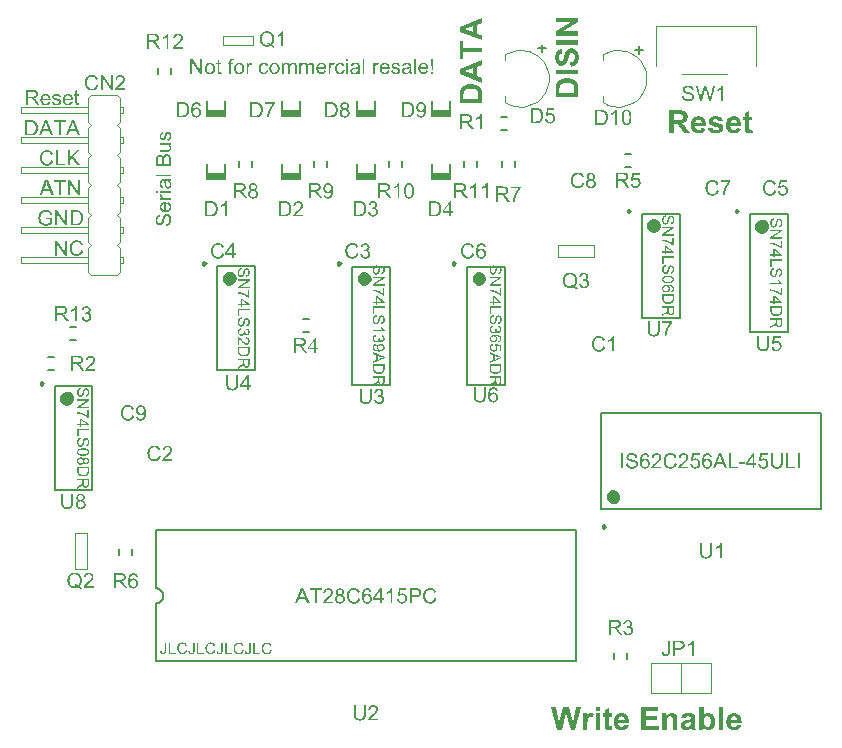
<source format=gto>
G04*
G04 #@! TF.GenerationSoftware,Altium Limited,Altium Designer,20.2.6 (244)*
G04*
G04 Layer_Color=65535*
%FSLAX25Y25*%
%MOIN*%
G70*
G04*
G04 #@! TF.SameCoordinates,4BF73655-697D-4C1E-89EC-0D8241B82C52*
G04*
G04*
G04 #@! TF.FilePolarity,Positive*
G04*
G01*
G75*
%ADD10C,0.00394*%
%ADD11C,0.00984*%
%ADD12C,0.02362*%
%ADD13C,0.00787*%
%ADD14C,0.00591*%
%ADD15R,0.06102X0.02165*%
G36*
X25179Y87685D02*
X25230Y87681D01*
X25291Y87677D01*
X25361Y87666D01*
X25441Y87655D01*
X25524Y87637D01*
X25615Y87615D01*
X25706Y87590D01*
X25805Y87557D01*
X25899Y87517D01*
X25994Y87470D01*
X26085Y87419D01*
X26172Y87357D01*
X26256Y87284D01*
X26260Y87280D01*
X26274Y87266D01*
X26296Y87244D01*
X26322Y87211D01*
X26354Y87175D01*
X26391Y87128D01*
X26431Y87073D01*
X26471Y87011D01*
X26507Y86942D01*
X26547Y86866D01*
X26584Y86782D01*
X26616Y86694D01*
X26642Y86600D01*
X26664Y86501D01*
X26678Y86396D01*
X26682Y86287D01*
Y86283D01*
Y86272D01*
Y86258D01*
Y86236D01*
X26678Y86207D01*
X26675Y86177D01*
X26671Y86141D01*
X26667Y86101D01*
X26653Y86010D01*
X26631Y85908D01*
X26598Y85803D01*
X26558Y85693D01*
Y85690D01*
X26551Y85679D01*
X26544Y85664D01*
X26533Y85642D01*
X26522Y85617D01*
X26504Y85584D01*
X26485Y85548D01*
X26460Y85508D01*
X26434Y85464D01*
X26405Y85417D01*
X26333Y85311D01*
X26292Y85257D01*
X26249Y85198D01*
X26198Y85140D01*
X26147Y85078D01*
X26143Y85075D01*
X26132Y85064D01*
X26118Y85045D01*
X26092Y85020D01*
X26059Y84987D01*
X26019Y84947D01*
X25976Y84900D01*
X25921Y84845D01*
X25859Y84787D01*
X25787Y84721D01*
X25710Y84649D01*
X25623Y84569D01*
X25528Y84485D01*
X25426Y84394D01*
X25313Y84296D01*
X25193Y84194D01*
X25186Y84190D01*
X25168Y84172D01*
X25142Y84150D01*
X25106Y84117D01*
X25058Y84081D01*
X25011Y84037D01*
X24957Y83990D01*
X24898Y83939D01*
X24775Y83833D01*
X24716Y83779D01*
X24658Y83728D01*
X24603Y83677D01*
X24556Y83633D01*
X24512Y83593D01*
X24480Y83557D01*
X24472Y83549D01*
X24454Y83528D01*
X24425Y83495D01*
X24389Y83455D01*
X24349Y83404D01*
X24305Y83349D01*
X24261Y83287D01*
X24221Y83226D01*
X26689D01*
Y82632D01*
X23362D01*
Y82636D01*
Y82643D01*
Y82654D01*
Y82669D01*
Y82690D01*
X23366Y82712D01*
X23370Y82771D01*
X23377Y82832D01*
X23388Y82905D01*
X23406Y82982D01*
X23431Y83058D01*
Y83062D01*
X23439Y83073D01*
X23446Y83091D01*
X23457Y83116D01*
X23468Y83149D01*
X23486Y83185D01*
X23508Y83226D01*
X23530Y83269D01*
X23555Y83320D01*
X23588Y83371D01*
X23657Y83484D01*
X23741Y83604D01*
X23839Y83728D01*
X23843Y83732D01*
X23854Y83742D01*
X23868Y83761D01*
X23890Y83786D01*
X23919Y83819D01*
X23956Y83855D01*
X23996Y83899D01*
X24047Y83946D01*
X24101Y84001D01*
X24159Y84059D01*
X24225Y84121D01*
X24298Y84190D01*
X24378Y84259D01*
X24462Y84332D01*
X24553Y84408D01*
X24647Y84489D01*
X24651Y84492D01*
X24658Y84496D01*
X24669Y84507D01*
X24684Y84518D01*
X24702Y84536D01*
X24724Y84554D01*
X24778Y84601D01*
X24847Y84656D01*
X24920Y84725D01*
X25004Y84798D01*
X25091Y84878D01*
X25186Y84962D01*
X25277Y85049D01*
X25372Y85136D01*
X25459Y85228D01*
X25546Y85315D01*
X25623Y85399D01*
X25695Y85482D01*
X25754Y85559D01*
X25757Y85562D01*
X25765Y85577D01*
X25779Y85599D01*
X25801Y85624D01*
X25823Y85661D01*
X25845Y85701D01*
X25874Y85748D01*
X25899Y85799D01*
X25925Y85854D01*
X25954Y85912D01*
X26001Y86039D01*
X26019Y86105D01*
X26034Y86170D01*
X26041Y86236D01*
X26045Y86301D01*
Y86305D01*
Y86320D01*
Y86338D01*
X26041Y86363D01*
X26038Y86396D01*
X26030Y86432D01*
X26023Y86472D01*
X26012Y86516D01*
X25998Y86563D01*
X25979Y86614D01*
X25958Y86665D01*
X25932Y86716D01*
X25903Y86771D01*
X25867Y86822D01*
X25826Y86873D01*
X25779Y86920D01*
X25776Y86924D01*
X25768Y86931D01*
X25754Y86942D01*
X25732Y86960D01*
X25706Y86978D01*
X25674Y87000D01*
X25637Y87026D01*
X25597Y87047D01*
X25550Y87073D01*
X25499Y87095D01*
X25441Y87117D01*
X25382Y87135D01*
X25317Y87153D01*
X25248Y87164D01*
X25175Y87171D01*
X25098Y87175D01*
X25055D01*
X25026Y87171D01*
X24986Y87168D01*
X24942Y87160D01*
X24895Y87153D01*
X24840Y87142D01*
X24785Y87128D01*
X24727Y87109D01*
X24669Y87088D01*
X24607Y87062D01*
X24549Y87029D01*
X24491Y86993D01*
X24432Y86953D01*
X24381Y86905D01*
X24378Y86902D01*
X24371Y86895D01*
X24356Y86876D01*
X24341Y86858D01*
X24320Y86829D01*
X24298Y86796D01*
X24272Y86756D01*
X24250Y86713D01*
X24225Y86665D01*
X24199Y86607D01*
X24178Y86549D01*
X24156Y86483D01*
X24141Y86410D01*
X24127Y86334D01*
X24119Y86254D01*
X24116Y86167D01*
X23479Y86232D01*
Y86236D01*
Y86239D01*
X23482Y86250D01*
Y86265D01*
X23486Y86301D01*
X23497Y86349D01*
X23508Y86407D01*
X23522Y86476D01*
X23541Y86553D01*
X23562Y86633D01*
X23592Y86720D01*
X23624Y86807D01*
X23664Y86898D01*
X23712Y86989D01*
X23763Y87077D01*
X23824Y87160D01*
X23890Y87240D01*
X23967Y87313D01*
X23970Y87317D01*
X23985Y87328D01*
X24010Y87350D01*
X24043Y87371D01*
X24087Y87401D01*
X24138Y87433D01*
X24199Y87466D01*
X24269Y87502D01*
X24349Y87535D01*
X24432Y87568D01*
X24527Y87601D01*
X24629Y87630D01*
X24738Y87655D01*
X24855Y87674D01*
X24978Y87685D01*
X25109Y87688D01*
X25142D01*
X25179Y87685D01*
D02*
G37*
G36*
X20454Y87754D02*
X20501D01*
X20563Y87746D01*
X20636Y87739D01*
X20716Y87728D01*
X20803Y87717D01*
X20898Y87699D01*
X21000Y87677D01*
X21105Y87648D01*
X21211Y87619D01*
X21320Y87579D01*
X21429Y87535D01*
X21539Y87484D01*
X21644Y87426D01*
X21651Y87422D01*
X21670Y87411D01*
X21699Y87393D01*
X21735Y87364D01*
X21782Y87331D01*
X21837Y87291D01*
X21895Y87240D01*
X21961Y87186D01*
X22030Y87124D01*
X22099Y87055D01*
X22172Y86978D01*
X22241Y86895D01*
X22310Y86804D01*
X22379Y86709D01*
X22441Y86607D01*
X22500Y86498D01*
X22503Y86491D01*
X22514Y86472D01*
X22529Y86440D01*
X22547Y86392D01*
X22569Y86338D01*
X22594Y86269D01*
X22620Y86192D01*
X22649Y86105D01*
X22674Y86010D01*
X22700Y85908D01*
X22725Y85795D01*
X22747Y85679D01*
X22769Y85555D01*
X22783Y85428D01*
X22791Y85293D01*
X22794Y85155D01*
Y85147D01*
Y85126D01*
Y85093D01*
X22791Y85049D01*
X22787Y84995D01*
X22783Y84933D01*
X22780Y84860D01*
X22773Y84780D01*
X22762Y84696D01*
X22747Y84609D01*
X22733Y84514D01*
X22714Y84419D01*
X22693Y84321D01*
X22667Y84227D01*
X22638Y84128D01*
X22605Y84034D01*
X22602Y84026D01*
X22598Y84012D01*
X22587Y83986D01*
X22569Y83950D01*
X22550Y83906D01*
X22525Y83859D01*
X22496Y83801D01*
X22463Y83742D01*
X22423Y83677D01*
X22383Y83608D01*
X22336Y83535D01*
X22285Y83462D01*
X22230Y83389D01*
X22168Y83316D01*
X22103Y83244D01*
X22034Y83175D01*
X22037Y83171D01*
X22055Y83160D01*
X22077Y83145D01*
X22114Y83124D01*
X22154Y83095D01*
X22201Y83065D01*
X22256Y83033D01*
X22314Y82996D01*
X22379Y82960D01*
X22445Y82920D01*
X22591Y82840D01*
X22740Y82767D01*
X22816Y82734D01*
X22889Y82705D01*
X22693Y82243D01*
X22685Y82246D01*
X22667Y82254D01*
X22638Y82265D01*
X22598Y82279D01*
X22550Y82301D01*
X22492Y82326D01*
X22427Y82359D01*
X22354Y82392D01*
X22274Y82436D01*
X22190Y82479D01*
X22099Y82530D01*
X22008Y82585D01*
X21910Y82647D01*
X21812Y82712D01*
X21713Y82781D01*
X21611Y82858D01*
X21604Y82854D01*
X21586Y82843D01*
X21557Y82829D01*
X21513Y82810D01*
X21462Y82785D01*
X21397Y82760D01*
X21328Y82731D01*
X21247Y82705D01*
X21160Y82676D01*
X21062Y82647D01*
X20960Y82621D01*
X20854Y82596D01*
X20738Y82578D01*
X20621Y82563D01*
X20501Y82552D01*
X20374Y82548D01*
X20345D01*
X20308Y82552D01*
X20257D01*
X20199Y82559D01*
X20126Y82567D01*
X20050Y82578D01*
X19963Y82588D01*
X19868Y82607D01*
X19770Y82629D01*
X19668Y82654D01*
X19562Y82687D01*
X19453Y82723D01*
X19347Y82767D01*
X19238Y82818D01*
X19133Y82876D01*
X19125Y82880D01*
X19107Y82891D01*
X19078Y82912D01*
X19042Y82938D01*
X18994Y82971D01*
X18940Y83011D01*
X18881Y83062D01*
X18816Y83116D01*
X18747Y83178D01*
X18678Y83247D01*
X18608Y83324D01*
X18536Y83407D01*
X18466Y83499D01*
X18397Y83593D01*
X18332Y83695D01*
X18273Y83804D01*
X18270Y83811D01*
X18263Y83830D01*
X18244Y83866D01*
X18226Y83910D01*
X18204Y83964D01*
X18179Y84034D01*
X18153Y84110D01*
X18124Y84197D01*
X18095Y84292D01*
X18070Y84394D01*
X18044Y84507D01*
X18022Y84623D01*
X18004Y84747D01*
X17990Y84878D01*
X17979Y85013D01*
X17975Y85151D01*
Y85155D01*
Y85158D01*
Y85169D01*
Y85184D01*
Y85202D01*
X17979Y85224D01*
Y85278D01*
X17986Y85340D01*
X17990Y85417D01*
X18000Y85504D01*
X18011Y85599D01*
X18030Y85701D01*
X18048Y85810D01*
X18073Y85919D01*
X18102Y86036D01*
X18139Y86152D01*
X18179Y86272D01*
X18223Y86389D01*
X18277Y86505D01*
X18281Y86512D01*
X18292Y86531D01*
X18310Y86563D01*
X18332Y86607D01*
X18364Y86658D01*
X18401Y86716D01*
X18448Y86782D01*
X18499Y86851D01*
X18557Y86924D01*
X18619Y87000D01*
X18688Y87080D01*
X18769Y87157D01*
X18849Y87233D01*
X18940Y87306D01*
X19034Y87375D01*
X19136Y87437D01*
X19143Y87441D01*
X19162Y87451D01*
X19191Y87466D01*
X19234Y87488D01*
X19289Y87510D01*
X19351Y87539D01*
X19420Y87568D01*
X19504Y87597D01*
X19591Y87626D01*
X19686Y87655D01*
X19791Y87685D01*
X19901Y87706D01*
X20013Y87728D01*
X20134Y87743D01*
X20257Y87754D01*
X20385Y87757D01*
X20417D01*
X20454Y87754D01*
D02*
G37*
G36*
X180349Y241905D02*
X178333D01*
X178063Y240548D01*
X178067Y240551D01*
X178085Y240562D01*
X178107Y240577D01*
X178144Y240599D01*
X178183Y240621D01*
X178231Y240650D01*
X178289Y240675D01*
X178351Y240708D01*
X178420Y240737D01*
X178493Y240766D01*
X178573Y240792D01*
X178653Y240813D01*
X178740Y240835D01*
X178828Y240850D01*
X178922Y240861D01*
X179013Y240864D01*
X179042D01*
X179079Y240861D01*
X179123Y240857D01*
X179181Y240850D01*
X179246Y240839D01*
X179323Y240825D01*
X179403Y240806D01*
X179487Y240784D01*
X179578Y240752D01*
X179669Y240715D01*
X179763Y240672D01*
X179858Y240617D01*
X179953Y240559D01*
X180043Y240486D01*
X180131Y240406D01*
X180134Y240402D01*
X180149Y240384D01*
X180175Y240358D01*
X180204Y240322D01*
X180236Y240279D01*
X180277Y240224D01*
X180316Y240158D01*
X180360Y240086D01*
X180400Y240005D01*
X180440Y239918D01*
X180480Y239820D01*
X180517Y239718D01*
X180542Y239605D01*
X180568Y239485D01*
X180582Y239361D01*
X180586Y239230D01*
Y239227D01*
Y239223D01*
Y239212D01*
Y239201D01*
X180582Y239165D01*
X180579Y239117D01*
X180575Y239055D01*
X180564Y238986D01*
X180553Y238910D01*
X180535Y238826D01*
X180513Y238735D01*
X180488Y238640D01*
X180455Y238542D01*
X180419Y238444D01*
X180371Y238342D01*
X180316Y238244D01*
X180255Y238145D01*
X180185Y238051D01*
X180178Y238043D01*
X180164Y238025D01*
X180134Y237996D01*
X180098Y237956D01*
X180047Y237909D01*
X179989Y237858D01*
X179920Y237803D01*
X179840Y237745D01*
X179749Y237687D01*
X179650Y237632D01*
X179541Y237581D01*
X179421Y237534D01*
X179294Y237497D01*
X179159Y237465D01*
X179013Y237446D01*
X178860Y237439D01*
X178831D01*
X178795Y237443D01*
X178748Y237446D01*
X178690Y237450D01*
X178620Y237461D01*
X178544Y237472D01*
X178464Y237487D01*
X178376Y237508D01*
X178285Y237534D01*
X178191Y237563D01*
X178096Y237599D01*
X178005Y237643D01*
X177910Y237694D01*
X177823Y237756D01*
X177739Y237822D01*
X177736Y237825D01*
X177721Y237840D01*
X177699Y237861D01*
X177670Y237891D01*
X177638Y237931D01*
X177597Y237978D01*
X177557Y238033D01*
X177514Y238094D01*
X177470Y238164D01*
X177430Y238240D01*
X177386Y238324D01*
X177346Y238415D01*
X177313Y238513D01*
X177284Y238619D01*
X177259Y238728D01*
X177244Y238844D01*
X177892Y238899D01*
Y238895D01*
X177896Y238877D01*
X177900Y238855D01*
X177907Y238823D01*
X177918Y238782D01*
X177929Y238735D01*
X177943Y238684D01*
X177962Y238630D01*
X178005Y238517D01*
X178031Y238455D01*
X178060Y238397D01*
X178096Y238338D01*
X178132Y238284D01*
X178176Y238233D01*
X178224Y238186D01*
X178227Y238182D01*
X178235Y238175D01*
X178249Y238164D01*
X178271Y238149D01*
X178296Y238131D01*
X178329Y238109D01*
X178362Y238091D01*
X178402Y238069D01*
X178446Y238043D01*
X178497Y238025D01*
X178548Y238003D01*
X178606Y237985D01*
X178664Y237971D01*
X178726Y237960D01*
X178791Y237952D01*
X178860Y237949D01*
X178882D01*
X178904Y237952D01*
X178937D01*
X178973Y237960D01*
X179021Y237967D01*
X179072Y237978D01*
X179126Y237993D01*
X179184Y238007D01*
X179246Y238029D01*
X179308Y238058D01*
X179374Y238091D01*
X179436Y238127D01*
X179501Y238175D01*
X179563Y238226D01*
X179621Y238284D01*
X179625Y238287D01*
X179636Y238298D01*
X179650Y238320D01*
X179669Y238346D01*
X179694Y238378D01*
X179720Y238418D01*
X179749Y238466D01*
X179778Y238520D01*
X179803Y238582D01*
X179832Y238648D01*
X179858Y238720D01*
X179883Y238801D01*
X179902Y238888D01*
X179916Y238979D01*
X179927Y239074D01*
X179931Y239176D01*
Y239183D01*
Y239197D01*
X179927Y239227D01*
Y239263D01*
X179923Y239307D01*
X179916Y239361D01*
X179905Y239416D01*
X179894Y239481D01*
X179876Y239547D01*
X179858Y239612D01*
X179832Y239682D01*
X179803Y239754D01*
X179771Y239824D01*
X179730Y239889D01*
X179683Y239954D01*
X179632Y240013D01*
X179629Y240016D01*
X179618Y240027D01*
X179603Y240042D01*
X179578Y240060D01*
X179549Y240086D01*
X179512Y240111D01*
X179472Y240137D01*
X179425Y240166D01*
X179370Y240195D01*
X179312Y240220D01*
X179250Y240249D01*
X179181Y240271D01*
X179104Y240289D01*
X179024Y240304D01*
X178941Y240315D01*
X178853Y240318D01*
X178824D01*
X178802Y240315D01*
X178777D01*
X178744Y240311D01*
X178711Y240308D01*
X178671Y240300D01*
X178587Y240286D01*
X178497Y240260D01*
X178402Y240228D01*
X178311Y240180D01*
X178307D01*
X178300Y240173D01*
X178289Y240166D01*
X178271Y240155D01*
X178227Y240126D01*
X178173Y240086D01*
X178114Y240035D01*
X178052Y239976D01*
X177991Y239907D01*
X177936Y239831D01*
X177354Y239907D01*
X177841Y242495D01*
X180349D01*
Y241905D01*
D02*
G37*
G36*
X174292Y242557D02*
X174351D01*
X174413Y242553D01*
X174482D01*
X174627Y242543D01*
X174776Y242532D01*
X174849Y242521D01*
X174918Y242513D01*
X174984Y242502D01*
X175046Y242488D01*
X175049D01*
X175064Y242484D01*
X175086Y242477D01*
X175119Y242470D01*
X175155Y242455D01*
X175199Y242441D01*
X175246Y242426D01*
X175301Y242404D01*
X175414Y242357D01*
X175537Y242291D01*
X175661Y242219D01*
X175723Y242175D01*
X175781Y242128D01*
X175785Y242124D01*
X175799Y242113D01*
X175821Y242091D01*
X175847Y242066D01*
X175879Y242033D01*
X175919Y241993D01*
X175960Y241946D01*
X176007Y241895D01*
X176054Y241833D01*
X176101Y241767D01*
X176152Y241698D01*
X176203Y241622D01*
X176251Y241538D01*
X176294Y241454D01*
X176338Y241359D01*
X176378Y241265D01*
X176382Y241258D01*
X176385Y241239D01*
X176396Y241214D01*
X176411Y241174D01*
X176425Y241123D01*
X176440Y241065D01*
X176458Y240996D01*
X176480Y240919D01*
X176498Y240835D01*
X176516Y240741D01*
X176531Y240642D01*
X176546Y240537D01*
X176560Y240428D01*
X176571Y240311D01*
X176575Y240191D01*
X176578Y240067D01*
Y240060D01*
Y240042D01*
Y240013D01*
X176575Y239969D01*
Y239922D01*
X176571Y239863D01*
X176567Y239798D01*
X176560Y239725D01*
X176553Y239649D01*
X176546Y239565D01*
X176520Y239394D01*
X176487Y239219D01*
X176444Y239048D01*
Y239044D01*
X176436Y239030D01*
X176429Y239004D01*
X176418Y238975D01*
X176407Y238939D01*
X176389Y238895D01*
X176371Y238844D01*
X176349Y238793D01*
X176302Y238677D01*
X176240Y238553D01*
X176174Y238433D01*
X176098Y238316D01*
X176094Y238313D01*
X176087Y238306D01*
X176076Y238287D01*
X176061Y238269D01*
X176043Y238244D01*
X176018Y238215D01*
X175963Y238149D01*
X175894Y238076D01*
X175818Y238000D01*
X175730Y237927D01*
X175639Y237858D01*
X175636D01*
X175628Y237851D01*
X175614Y237843D01*
X175595Y237832D01*
X175570Y237818D01*
X175541Y237803D01*
X175508Y237785D01*
X175472Y237767D01*
X175428Y237745D01*
X175384Y237723D01*
X175333Y237705D01*
X175282Y237683D01*
X175166Y237643D01*
X175039Y237607D01*
X175035D01*
X175024Y237603D01*
X175002Y237599D01*
X174977Y237592D01*
X174944Y237589D01*
X174904Y237581D01*
X174856Y237574D01*
X174806Y237567D01*
X174747Y237556D01*
X174686Y237548D01*
X174620Y237541D01*
X174547Y237538D01*
X174474Y237530D01*
X174394Y237527D01*
X174231Y237523D01*
X172414D01*
Y242561D01*
X174245D01*
X174292Y242557D01*
D02*
G37*
G36*
X252267Y218601D02*
X252322Y218597D01*
X252387Y218594D01*
X252460Y218583D01*
X252544Y218572D01*
X252639Y218557D01*
X252737Y218535D01*
X252839Y218510D01*
X252944Y218481D01*
X253050Y218441D01*
X253155Y218397D01*
X253265Y218346D01*
X253367Y218288D01*
X253465Y218219D01*
X253472Y218215D01*
X253487Y218200D01*
X253516Y218179D01*
X253549Y218146D01*
X253592Y218109D01*
X253640Y218058D01*
X253691Y218004D01*
X253749Y217938D01*
X253807Y217865D01*
X253869Y217785D01*
X253927Y217694D01*
X253985Y217600D01*
X254044Y217494D01*
X254095Y217381D01*
X254146Y217261D01*
X254186Y217134D01*
X253530Y216981D01*
X253527Y216988D01*
X253523Y217006D01*
X253512Y217032D01*
X253498Y217072D01*
X253480Y217116D01*
X253458Y217167D01*
X253429Y217225D01*
X253399Y217287D01*
X253367Y217352D01*
X253327Y217418D01*
X253287Y217483D01*
X253239Y217552D01*
X253188Y217614D01*
X253137Y217676D01*
X253079Y217731D01*
X253017Y217782D01*
X253014Y217785D01*
X253003Y217793D01*
X252984Y217804D01*
X252959Y217822D01*
X252926Y217840D01*
X252886Y217862D01*
X252839Y217884D01*
X252788Y217909D01*
X252730Y217931D01*
X252668Y217953D01*
X252599Y217975D01*
X252526Y217993D01*
X252446Y218011D01*
X252362Y218022D01*
X252275Y218029D01*
X252180Y218033D01*
X252125D01*
X252085Y218029D01*
X252034Y218026D01*
X251976Y218018D01*
X251911Y218011D01*
X251841Y217997D01*
X251765Y217982D01*
X251689Y217964D01*
X251608Y217942D01*
X251525Y217916D01*
X251445Y217884D01*
X251365Y217844D01*
X251285Y217804D01*
X251208Y217753D01*
X251204Y217749D01*
X251190Y217742D01*
X251172Y217723D01*
X251146Y217702D01*
X251114Y217673D01*
X251077Y217640D01*
X251037Y217600D01*
X250993Y217556D01*
X250950Y217505D01*
X250902Y217450D01*
X250859Y217389D01*
X250815Y217319D01*
X250771Y217250D01*
X250731Y217174D01*
X250695Y217094D01*
X250662Y217006D01*
Y217003D01*
X250655Y216985D01*
X250648Y216959D01*
X250637Y216926D01*
X250626Y216883D01*
X250611Y216832D01*
X250600Y216774D01*
X250586Y216708D01*
X250571Y216639D01*
X250557Y216562D01*
X250542Y216482D01*
X250531Y216399D01*
X250513Y216224D01*
X250509Y216133D01*
X250506Y216038D01*
Y216031D01*
Y216009D01*
Y215976D01*
X250509Y215929D01*
X250513Y215874D01*
X250517Y215809D01*
X250520Y215736D01*
X250527Y215660D01*
X250538Y215572D01*
X250549Y215481D01*
X250586Y215296D01*
X250604Y215197D01*
X250629Y215103D01*
X250658Y215008D01*
X250691Y214917D01*
X250695Y214914D01*
X250698Y214895D01*
X250709Y214873D01*
X250728Y214841D01*
X250746Y214801D01*
X250771Y214753D01*
X250800Y214702D01*
X250833Y214648D01*
X250873Y214593D01*
X250917Y214535D01*
X250964Y214473D01*
X251015Y214415D01*
X251073Y214356D01*
X251135Y214302D01*
X251201Y214251D01*
X251274Y214204D01*
X251277Y214200D01*
X251292Y214193D01*
X251314Y214182D01*
X251343Y214167D01*
X251379Y214149D01*
X251423Y214127D01*
X251474Y214109D01*
X251528Y214087D01*
X251590Y214062D01*
X251656Y214043D01*
X251729Y214022D01*
X251801Y214003D01*
X251882Y213989D01*
X251962Y213978D01*
X252045Y213971D01*
X252129Y213967D01*
X252154D01*
X252184Y213971D01*
X252224D01*
X252271Y213978D01*
X252326Y213985D01*
X252391Y213993D01*
X252457Y214007D01*
X252529Y214025D01*
X252606Y214047D01*
X252686Y214073D01*
X252766Y214102D01*
X252846Y214138D01*
X252926Y214182D01*
X253003Y214233D01*
X253079Y214287D01*
X253083Y214291D01*
X253097Y214302D01*
X253116Y214320D01*
X253141Y214349D01*
X253174Y214382D01*
X253210Y214422D01*
X253250Y214473D01*
X253290Y214528D01*
X253334Y214593D01*
X253378Y214662D01*
X253425Y214742D01*
X253465Y214830D01*
X253509Y214921D01*
X253545Y215023D01*
X253578Y215128D01*
X253607Y215245D01*
X254273Y215077D01*
Y215074D01*
X254269Y215066D01*
X254266Y215055D01*
X254262Y215041D01*
X254258Y215023D01*
X254251Y214997D01*
X254233Y214943D01*
X254207Y214873D01*
X254178Y214797D01*
X254142Y214710D01*
X254098Y214615D01*
X254051Y214513D01*
X253996Y214411D01*
X253935Y214309D01*
X253865Y214204D01*
X253789Y214102D01*
X253705Y214003D01*
X253614Y213913D01*
X253516Y213825D01*
X253509Y213822D01*
X253490Y213807D01*
X253461Y213785D01*
X253418Y213760D01*
X253367Y213727D01*
X253301Y213690D01*
X253228Y213650D01*
X253145Y213610D01*
X253054Y213570D01*
X252952Y213530D01*
X252842Y213494D01*
X252726Y213461D01*
X252599Y213436D01*
X252468Y213414D01*
X252329Y213399D01*
X252184Y213396D01*
X252129D01*
X252104Y213399D01*
X252049D01*
X251980Y213406D01*
X251900Y213414D01*
X251809Y213425D01*
X251714Y213436D01*
X251608Y213454D01*
X251503Y213476D01*
X251390Y213505D01*
X251281Y213534D01*
X251172Y213574D01*
X251062Y213618D01*
X250957Y213669D01*
X250859Y213727D01*
X250851Y213731D01*
X250837Y213741D01*
X250811Y213763D01*
X250775Y213789D01*
X250731Y213822D01*
X250684Y213865D01*
X250629Y213913D01*
X250571Y213971D01*
X250509Y214036D01*
X250447Y214105D01*
X250382Y214186D01*
X250316Y214269D01*
X250254Y214364D01*
X250193Y214462D01*
X250134Y214571D01*
X250083Y214684D01*
Y214688D01*
X250080Y214691D01*
X250072Y214713D01*
X250058Y214746D01*
X250043Y214793D01*
X250022Y214852D01*
X250000Y214921D01*
X249974Y215001D01*
X249952Y215088D01*
X249927Y215187D01*
X249901Y215292D01*
X249880Y215401D01*
X249858Y215521D01*
X249843Y215641D01*
X249829Y215769D01*
X249821Y215900D01*
X249818Y216035D01*
Y216038D01*
Y216045D01*
Y216056D01*
Y216071D01*
Y216089D01*
X249821Y216111D01*
Y216166D01*
X249829Y216235D01*
X249832Y216315D01*
X249843Y216406D01*
X249854Y216504D01*
X249872Y216606D01*
X249890Y216715D01*
X249916Y216832D01*
X249945Y216948D01*
X249978Y217065D01*
X250018Y217181D01*
X250065Y217294D01*
X250116Y217407D01*
X250120Y217414D01*
X250131Y217432D01*
X250149Y217461D01*
X250171Y217505D01*
X250203Y217552D01*
X250240Y217607D01*
X250287Y217673D01*
X250338Y217738D01*
X250393Y217807D01*
X250458Y217884D01*
X250527Y217956D01*
X250604Y218029D01*
X250688Y218102D01*
X250775Y218171D01*
X250870Y218237D01*
X250972Y218299D01*
X250979Y218302D01*
X250997Y218313D01*
X251026Y218328D01*
X251070Y218346D01*
X251121Y218372D01*
X251183Y218397D01*
X251255Y218422D01*
X251332Y218451D01*
X251419Y218481D01*
X251514Y218506D01*
X251616Y218535D01*
X251721Y218557D01*
X251834Y218575D01*
X251951Y218590D01*
X252071Y218601D01*
X252195Y218604D01*
X252245D01*
X252267Y218601D01*
D02*
G37*
G36*
X257946Y217862D02*
X255929D01*
X255660Y216504D01*
X255663Y216508D01*
X255682Y216519D01*
X255703Y216533D01*
X255740Y216555D01*
X255780Y216577D01*
X255827Y216606D01*
X255886Y216632D01*
X255947Y216664D01*
X256017Y216693D01*
X256089Y216722D01*
X256169Y216748D01*
X256249Y216770D01*
X256337Y216792D01*
X256424Y216806D01*
X256519Y216817D01*
X256610Y216821D01*
X256639D01*
X256675Y216817D01*
X256719Y216813D01*
X256777Y216806D01*
X256843Y216795D01*
X256919Y216781D01*
X256999Y216763D01*
X257083Y216741D01*
X257174Y216708D01*
X257265Y216672D01*
X257360Y216628D01*
X257454Y216573D01*
X257549Y216515D01*
X257640Y216442D01*
X257727Y216362D01*
X257731Y216358D01*
X257746Y216340D01*
X257771Y216315D01*
X257800Y216279D01*
X257833Y216235D01*
X257873Y216180D01*
X257913Y216115D01*
X257957Y216042D01*
X257997Y215962D01*
X258037Y215874D01*
X258077Y215776D01*
X258113Y215674D01*
X258139Y215561D01*
X258164Y215441D01*
X258179Y215318D01*
X258182Y215187D01*
Y215183D01*
Y215179D01*
Y215168D01*
Y215157D01*
X258179Y215121D01*
X258175Y215074D01*
X258171Y215012D01*
X258160Y214943D01*
X258150Y214866D01*
X258131Y214782D01*
X258110Y214691D01*
X258084Y214597D01*
X258051Y214498D01*
X258015Y214400D01*
X257968Y214298D01*
X257913Y214200D01*
X257851Y214102D01*
X257782Y214007D01*
X257775Y214000D01*
X257760Y213982D01*
X257731Y213952D01*
X257695Y213913D01*
X257644Y213865D01*
X257585Y213814D01*
X257516Y213760D01*
X257436Y213701D01*
X257345Y213643D01*
X257247Y213589D01*
X257138Y213538D01*
X257018Y213490D01*
X256890Y213454D01*
X256755Y213421D01*
X256610Y213403D01*
X256457Y213396D01*
X256428D01*
X256392Y213399D01*
X256344Y213403D01*
X256286Y213406D01*
X256217Y213417D01*
X256140Y213428D01*
X256060Y213443D01*
X255973Y213465D01*
X255882Y213490D01*
X255787Y213519D01*
X255693Y213556D01*
X255602Y213599D01*
X255507Y213650D01*
X255420Y213712D01*
X255336Y213778D01*
X255332Y213781D01*
X255318Y213796D01*
X255296Y213818D01*
X255267Y213847D01*
X255234Y213887D01*
X255194Y213934D01*
X255154Y213989D01*
X255110Y214051D01*
X255066Y214120D01*
X255027Y214196D01*
X254983Y214280D01*
X254943Y214371D01*
X254910Y214469D01*
X254881Y214575D01*
X254855Y214684D01*
X254841Y214801D01*
X255489Y214855D01*
Y214852D01*
X255492Y214833D01*
X255496Y214811D01*
X255503Y214779D01*
X255514Y214739D01*
X255525Y214691D01*
X255540Y214640D01*
X255558Y214586D01*
X255602Y214473D01*
X255627Y214411D01*
X255656Y214353D01*
X255693Y214295D01*
X255729Y214240D01*
X255773Y214189D01*
X255820Y214142D01*
X255824Y214138D01*
X255831Y214131D01*
X255845Y214120D01*
X255867Y214105D01*
X255893Y214087D01*
X255926Y214065D01*
X255958Y214047D01*
X255998Y214025D01*
X256042Y214000D01*
X256093Y213982D01*
X256144Y213960D01*
X256202Y213942D01*
X256260Y213927D01*
X256322Y213916D01*
X256388Y213909D01*
X256457Y213905D01*
X256479D01*
X256501Y213909D01*
X256533D01*
X256570Y213916D01*
X256617Y213923D01*
X256668Y213934D01*
X256723Y213949D01*
X256781Y213963D01*
X256843Y213985D01*
X256905Y214014D01*
X256970Y214047D01*
X257032Y214084D01*
X257098Y214131D01*
X257159Y214182D01*
X257218Y214240D01*
X257221Y214244D01*
X257232Y214255D01*
X257247Y214277D01*
X257265Y214302D01*
X257291Y214335D01*
X257316Y214375D01*
X257345Y214422D01*
X257374Y214477D01*
X257400Y214539D01*
X257429Y214604D01*
X257454Y214677D01*
X257480Y214757D01*
X257498Y214844D01*
X257513Y214935D01*
X257523Y215030D01*
X257527Y215132D01*
Y215139D01*
Y215154D01*
X257523Y215183D01*
Y215219D01*
X257520Y215263D01*
X257513Y215318D01*
X257502Y215372D01*
X257491Y215438D01*
X257473Y215503D01*
X257454Y215569D01*
X257429Y215638D01*
X257400Y215711D01*
X257367Y215780D01*
X257327Y215845D01*
X257280Y215911D01*
X257229Y215969D01*
X257225Y215973D01*
X257214Y215984D01*
X257200Y215998D01*
X257174Y216016D01*
X257145Y216042D01*
X257109Y216067D01*
X257068Y216093D01*
X257021Y216122D01*
X256967Y216151D01*
X256908Y216177D01*
X256846Y216206D01*
X256777Y216228D01*
X256701Y216246D01*
X256621Y216260D01*
X256537Y216271D01*
X256450Y216275D01*
X256421D01*
X256399Y216271D01*
X256373D01*
X256341Y216267D01*
X256308Y216264D01*
X256268Y216257D01*
X256184Y216242D01*
X256093Y216217D01*
X255998Y216184D01*
X255907Y216137D01*
X255904D01*
X255896Y216129D01*
X255886Y216122D01*
X255867Y216111D01*
X255824Y216082D01*
X255769Y216042D01*
X255711Y215991D01*
X255649Y215933D01*
X255587Y215863D01*
X255532Y215787D01*
X254950Y215863D01*
X255438Y218451D01*
X257946D01*
Y217862D01*
D02*
G37*
G36*
X73063Y259097D02*
X73128D01*
X73165Y259093D01*
X73205Y259090D01*
X73248Y259086D01*
X73347Y259072D01*
X73456Y259057D01*
X73572Y259035D01*
X73478Y258496D01*
X73470D01*
X73459Y258500D01*
X73445Y258504D01*
X73409Y258507D01*
X73361Y258515D01*
X73303Y258522D01*
X73241Y258526D01*
X73114Y258533D01*
X73070D01*
X73045Y258529D01*
X73019Y258526D01*
X72961Y258518D01*
X72895Y258504D01*
X72830Y258482D01*
X72768Y258453D01*
X72742Y258435D01*
X72717Y258413D01*
X72713Y258405D01*
X72699Y258387D01*
X72680Y258358D01*
X72670Y258336D01*
X72659Y258311D01*
X72648Y258282D01*
X72637Y258253D01*
X72626Y258213D01*
X72619Y258173D01*
X72611Y258129D01*
X72604Y258078D01*
X72600Y258023D01*
Y257965D01*
Y257630D01*
X73310D01*
Y257150D01*
X72604D01*
Y253979D01*
X71985D01*
Y257150D01*
X71439D01*
Y257630D01*
X71985D01*
Y258016D01*
Y258020D01*
Y258031D01*
Y258052D01*
Y258078D01*
X71989Y258107D01*
Y258143D01*
Y258180D01*
X71992Y258224D01*
X72000Y258311D01*
X72011Y258402D01*
X72025Y258489D01*
X72036Y258526D01*
X72047Y258562D01*
Y258566D01*
X72051Y258573D01*
X72058Y258584D01*
X72065Y258602D01*
X72076Y258624D01*
X72087Y258646D01*
X72120Y258700D01*
X72164Y258762D01*
X72218Y258828D01*
X72284Y258893D01*
X72364Y258951D01*
X72367D01*
X72375Y258959D01*
X72386Y258966D01*
X72404Y258973D01*
X72429Y258988D01*
X72458Y258999D01*
X72491Y259013D01*
X72528Y259028D01*
X72571Y259039D01*
X72619Y259053D01*
X72670Y259068D01*
X72724Y259079D01*
X72786Y259086D01*
X72852Y259093D01*
X72921Y259101D01*
X73041D01*
X73063Y259097D01*
D02*
G37*
G36*
X111556Y258307D02*
X110937D01*
Y259017D01*
X111556D01*
Y258307D01*
D02*
G37*
G36*
X121318Y257707D02*
X121347Y257703D01*
X121380Y257699D01*
X121416Y257692D01*
X121460Y257685D01*
X121507Y257674D01*
X121558Y257663D01*
X121664Y257627D01*
X121722Y257605D01*
X121780Y257576D01*
X121839Y257546D01*
X121901Y257510D01*
X121682Y256939D01*
X121678D01*
X121671Y256946D01*
X121660Y256949D01*
X121642Y256961D01*
X121624Y256968D01*
X121598Y256979D01*
X121540Y257004D01*
X121475Y257030D01*
X121398Y257048D01*
X121315Y257062D01*
X121231Y257070D01*
X121198D01*
X121158Y257062D01*
X121111Y257055D01*
X121056Y257041D01*
X120994Y257019D01*
X120932Y256986D01*
X120870Y256946D01*
X120863Y256939D01*
X120845Y256924D01*
X120816Y256895D01*
X120783Y256859D01*
X120743Y256811D01*
X120707Y256753D01*
X120670Y256684D01*
X120641Y256607D01*
Y256604D01*
X120638Y256593D01*
X120630Y256575D01*
X120627Y256549D01*
X120619Y256520D01*
X120608Y256484D01*
X120601Y256440D01*
X120590Y256396D01*
X120579Y256342D01*
X120572Y256287D01*
X120565Y256229D01*
X120554Y256167D01*
X120543Y256032D01*
X120539Y255887D01*
Y253979D01*
X119920D01*
Y257630D01*
X120477D01*
Y257070D01*
X120481Y257073D01*
X120488Y257088D01*
X120499Y257106D01*
X120514Y257132D01*
X120532Y257164D01*
X120554Y257201D01*
X120605Y257281D01*
X120667Y257365D01*
X120732Y257452D01*
X120765Y257488D01*
X120798Y257525D01*
X120834Y257557D01*
X120867Y257583D01*
X120870D01*
X120874Y257590D01*
X120885Y257594D01*
X120900Y257605D01*
X120936Y257623D01*
X120983Y257648D01*
X121045Y257670D01*
X121111Y257692D01*
X121184Y257707D01*
X121264Y257710D01*
X121296D01*
X121318Y257707D01*
D02*
G37*
G36*
X106463D02*
X106492Y257703D01*
X106525Y257699D01*
X106562Y257692D01*
X106605Y257685D01*
X106653Y257674D01*
X106704Y257663D01*
X106809Y257627D01*
X106867Y257605D01*
X106926Y257576D01*
X106984Y257546D01*
X107046Y257510D01*
X106827Y256939D01*
X106824D01*
X106816Y256946D01*
X106806Y256949D01*
X106787Y256961D01*
X106769Y256968D01*
X106744Y256979D01*
X106685Y257004D01*
X106620Y257030D01*
X106543Y257048D01*
X106460Y257062D01*
X106376Y257070D01*
X106343D01*
X106303Y257062D01*
X106256Y257055D01*
X106201Y257041D01*
X106139Y257019D01*
X106078Y256986D01*
X106016Y256946D01*
X106008Y256939D01*
X105990Y256924D01*
X105961Y256895D01*
X105928Y256859D01*
X105888Y256811D01*
X105852Y256753D01*
X105815Y256684D01*
X105786Y256607D01*
Y256604D01*
X105783Y256593D01*
X105775Y256575D01*
X105772Y256549D01*
X105764Y256520D01*
X105754Y256484D01*
X105746Y256440D01*
X105735Y256396D01*
X105724Y256342D01*
X105717Y256287D01*
X105710Y256229D01*
X105699Y256167D01*
X105688Y256032D01*
X105684Y255887D01*
Y253979D01*
X105066D01*
Y257630D01*
X105622D01*
Y257070D01*
X105626Y257073D01*
X105633Y257088D01*
X105644Y257106D01*
X105659Y257132D01*
X105677Y257164D01*
X105699Y257201D01*
X105750Y257281D01*
X105812Y257365D01*
X105877Y257452D01*
X105910Y257488D01*
X105943Y257525D01*
X105979Y257557D01*
X106012Y257583D01*
X106016D01*
X106019Y257590D01*
X106030Y257594D01*
X106045Y257605D01*
X106081Y257623D01*
X106128Y257648D01*
X106190Y257670D01*
X106256Y257692D01*
X106329Y257707D01*
X106409Y257710D01*
X106441D01*
X106463Y257707D01*
D02*
G37*
G36*
X99169D02*
X99209D01*
X99252Y257699D01*
X99303Y257696D01*
X99362Y257685D01*
X99427Y257674D01*
X99493Y257656D01*
X99558Y257638D01*
X99627Y257612D01*
X99700Y257583D01*
X99766Y257550D01*
X99831Y257506D01*
X99893Y257463D01*
X99951Y257408D01*
X99955Y257405D01*
X99966Y257394D01*
X99980Y257375D01*
X99999Y257350D01*
X100021Y257321D01*
X100046Y257281D01*
X100072Y257234D01*
X100101Y257179D01*
X100126Y257117D01*
X100152Y257051D01*
X100177Y256975D01*
X100199Y256891D01*
X100221Y256800D01*
X100235Y256702D01*
X100243Y256596D01*
X100246Y256484D01*
Y253979D01*
X99627D01*
Y256276D01*
Y256280D01*
Y256294D01*
Y256313D01*
Y256338D01*
Y256367D01*
X99624Y256403D01*
X99620Y256484D01*
X99613Y256571D01*
X99602Y256658D01*
X99587Y256742D01*
X99576Y256779D01*
X99566Y256811D01*
Y256815D01*
X99562Y256819D01*
X99555Y256837D01*
X99540Y256870D01*
X99518Y256906D01*
X99485Y256946D01*
X99449Y256990D01*
X99402Y257033D01*
X99347Y257073D01*
X99340Y257077D01*
X99318Y257088D01*
X99285Y257106D01*
X99242Y257124D01*
X99187Y257142D01*
X99125Y257161D01*
X99052Y257172D01*
X98976Y257175D01*
X98939D01*
X98914Y257172D01*
X98881Y257168D01*
X98841Y257161D01*
X98798Y257153D01*
X98754Y257142D01*
X98703Y257128D01*
X98652Y257113D01*
X98601Y257091D01*
X98546Y257066D01*
X98492Y257037D01*
X98441Y257000D01*
X98390Y256964D01*
X98339Y256917D01*
X98335Y256913D01*
X98328Y256906D01*
X98317Y256891D01*
X98299Y256870D01*
X98281Y256840D01*
X98259Y256808D01*
X98237Y256768D01*
X98211Y256720D01*
X98190Y256666D01*
X98164Y256604D01*
X98142Y256538D01*
X98124Y256465D01*
X98106Y256382D01*
X98095Y256294D01*
X98088Y256200D01*
X98084Y256098D01*
Y253979D01*
X97465D01*
Y256349D01*
Y256353D01*
Y256367D01*
Y256389D01*
X97462Y256418D01*
Y256451D01*
X97458Y256491D01*
X97454Y256535D01*
X97447Y256582D01*
X97429Y256680D01*
X97400Y256782D01*
X97363Y256880D01*
X97338Y256928D01*
X97312Y256968D01*
Y256971D01*
X97305Y256975D01*
X97298Y256986D01*
X97283Y257000D01*
X97269Y257015D01*
X97247Y257033D01*
X97221Y257051D01*
X97196Y257073D01*
X97163Y257091D01*
X97127Y257110D01*
X97087Y257128D01*
X97039Y257142D01*
X96992Y257157D01*
X96937Y257168D01*
X96879Y257172D01*
X96817Y257175D01*
X96792D01*
X96774Y257172D01*
X96752D01*
X96723Y257168D01*
X96661Y257157D01*
X96588Y257142D01*
X96504Y257117D01*
X96421Y257084D01*
X96337Y257037D01*
X96333D01*
X96326Y257030D01*
X96315Y257022D01*
X96300Y257011D01*
X96260Y256979D01*
X96213Y256935D01*
X96158Y256877D01*
X96108Y256808D01*
X96057Y256728D01*
X96013Y256633D01*
Y256629D01*
X96009Y256622D01*
X96006Y256604D01*
X95998Y256586D01*
X95991Y256556D01*
X95980Y256524D01*
X95973Y256484D01*
X95966Y256440D01*
X95955Y256389D01*
X95947Y256331D01*
X95936Y256269D01*
X95929Y256200D01*
X95925Y256127D01*
X95918Y256047D01*
X95915Y255963D01*
Y255872D01*
Y253979D01*
X95296D01*
Y257630D01*
X95849D01*
Y257113D01*
X95853Y257117D01*
X95856Y257124D01*
X95867Y257139D01*
X95882Y257157D01*
X95896Y257183D01*
X95918Y257208D01*
X95969Y257270D01*
X96035Y257339D01*
X96115Y257408D01*
X96202Y257481D01*
X96304Y257546D01*
X96308Y257550D01*
X96319Y257554D01*
X96333Y257561D01*
X96355Y257572D01*
X96381Y257583D01*
X96413Y257597D01*
X96453Y257612D01*
X96493Y257630D01*
X96541Y257645D01*
X96588Y257659D01*
X96643Y257674D01*
X96701Y257685D01*
X96825Y257703D01*
X96890Y257710D01*
X96996D01*
X97025Y257707D01*
X97058D01*
X97098Y257703D01*
X97145Y257696D01*
X97192Y257688D01*
X97298Y257670D01*
X97407Y257638D01*
X97520Y257597D01*
X97571Y257568D01*
X97622Y257539D01*
X97625Y257536D01*
X97633Y257532D01*
X97647Y257521D01*
X97665Y257510D01*
X97684Y257492D01*
X97709Y257470D01*
X97764Y257419D01*
X97826Y257350D01*
X97884Y257270D01*
X97938Y257175D01*
X97986Y257070D01*
Y257073D01*
X97989Y257077D01*
X98008Y257099D01*
X98029Y257128D01*
X98066Y257172D01*
X98110Y257219D01*
X98160Y257274D01*
X98222Y257332D01*
X98291Y257390D01*
X98368Y257448D01*
X98455Y257506D01*
X98546Y257561D01*
X98648Y257612D01*
X98754Y257652D01*
X98870Y257681D01*
X98990Y257703D01*
X99052Y257710D01*
X99143D01*
X99169Y257707D01*
D02*
G37*
G36*
X93308D02*
X93348D01*
X93392Y257699D01*
X93443Y257696D01*
X93501Y257685D01*
X93567Y257674D01*
X93632Y257656D01*
X93698Y257638D01*
X93767Y257612D01*
X93840Y257583D01*
X93905Y257550D01*
X93971Y257506D01*
X94033Y257463D01*
X94091Y257408D01*
X94095Y257405D01*
X94105Y257394D01*
X94120Y257375D01*
X94138Y257350D01*
X94160Y257321D01*
X94186Y257281D01*
X94211Y257234D01*
X94240Y257179D01*
X94266Y257117D01*
X94291Y257051D01*
X94317Y256975D01*
X94339Y256891D01*
X94360Y256800D01*
X94375Y256702D01*
X94382Y256596D01*
X94386Y256484D01*
Y253979D01*
X93767D01*
Y256276D01*
Y256280D01*
Y256294D01*
Y256313D01*
Y256338D01*
Y256367D01*
X93763Y256403D01*
X93760Y256484D01*
X93752Y256571D01*
X93742Y256658D01*
X93727Y256742D01*
X93716Y256779D01*
X93705Y256811D01*
Y256815D01*
X93701Y256819D01*
X93694Y256837D01*
X93680Y256870D01*
X93658Y256906D01*
X93625Y256946D01*
X93589Y256990D01*
X93541Y257033D01*
X93487Y257073D01*
X93479Y257077D01*
X93458Y257088D01*
X93425Y257106D01*
X93381Y257124D01*
X93327Y257142D01*
X93265Y257161D01*
X93192Y257172D01*
X93115Y257175D01*
X93079D01*
X93054Y257172D01*
X93021Y257168D01*
X92981Y257161D01*
X92937Y257153D01*
X92893Y257142D01*
X92842Y257128D01*
X92791Y257113D01*
X92740Y257091D01*
X92686Y257066D01*
X92631Y257037D01*
X92580Y257000D01*
X92529Y256964D01*
X92478Y256917D01*
X92475Y256913D01*
X92467Y256906D01*
X92457Y256891D01*
X92438Y256870D01*
X92420Y256840D01*
X92398Y256808D01*
X92377Y256768D01*
X92351Y256720D01*
X92329Y256666D01*
X92304Y256604D01*
X92282Y256538D01*
X92264Y256465D01*
X92246Y256382D01*
X92235Y256294D01*
X92227Y256200D01*
X92224Y256098D01*
Y253979D01*
X91605D01*
Y256349D01*
Y256353D01*
Y256367D01*
Y256389D01*
X91601Y256418D01*
Y256451D01*
X91598Y256491D01*
X91594Y256535D01*
X91587Y256582D01*
X91568Y256680D01*
X91539Y256782D01*
X91503Y256880D01*
X91477Y256928D01*
X91452Y256968D01*
Y256971D01*
X91445Y256975D01*
X91437Y256986D01*
X91423Y257000D01*
X91408Y257015D01*
X91386Y257033D01*
X91361Y257051D01*
X91335Y257073D01*
X91303Y257091D01*
X91266Y257110D01*
X91226Y257128D01*
X91179Y257142D01*
X91132Y257157D01*
X91077Y257168D01*
X91019Y257172D01*
X90957Y257175D01*
X90931D01*
X90913Y257172D01*
X90891D01*
X90862Y257168D01*
X90800Y257157D01*
X90728Y257142D01*
X90644Y257117D01*
X90560Y257084D01*
X90476Y257037D01*
X90473D01*
X90465Y257030D01*
X90455Y257022D01*
X90440Y257011D01*
X90400Y256979D01*
X90353Y256935D01*
X90298Y256877D01*
X90247Y256808D01*
X90196Y256728D01*
X90153Y256633D01*
Y256629D01*
X90149Y256622D01*
X90145Y256604D01*
X90138Y256586D01*
X90131Y256556D01*
X90120Y256524D01*
X90112Y256484D01*
X90105Y256440D01*
X90094Y256389D01*
X90087Y256331D01*
X90076Y256269D01*
X90069Y256200D01*
X90065Y256127D01*
X90058Y256047D01*
X90054Y255963D01*
Y255872D01*
Y253979D01*
X89435D01*
Y257630D01*
X89989D01*
Y257113D01*
X89992Y257117D01*
X89996Y257124D01*
X90007Y257139D01*
X90021Y257157D01*
X90036Y257183D01*
X90058Y257208D01*
X90109Y257270D01*
X90174Y257339D01*
X90254Y257408D01*
X90342Y257481D01*
X90444Y257546D01*
X90447Y257550D01*
X90458Y257554D01*
X90473Y257561D01*
X90495Y257572D01*
X90520Y257583D01*
X90553Y257597D01*
X90593Y257612D01*
X90633Y257630D01*
X90680Y257645D01*
X90728Y257659D01*
X90782Y257674D01*
X90840Y257685D01*
X90964Y257703D01*
X91030Y257710D01*
X91135D01*
X91164Y257707D01*
X91197D01*
X91237Y257703D01*
X91285Y257696D01*
X91332Y257688D01*
X91437Y257670D01*
X91547Y257638D01*
X91659Y257597D01*
X91710Y257568D01*
X91761Y257539D01*
X91765Y257536D01*
X91772Y257532D01*
X91787Y257521D01*
X91805Y257510D01*
X91823Y257492D01*
X91849Y257470D01*
X91903Y257419D01*
X91965Y257350D01*
X92023Y257270D01*
X92078Y257175D01*
X92125Y257070D01*
Y257073D01*
X92129Y257077D01*
X92147Y257099D01*
X92169Y257128D01*
X92205Y257172D01*
X92249Y257219D01*
X92300Y257274D01*
X92362Y257332D01*
X92431Y257390D01*
X92508Y257448D01*
X92595Y257506D01*
X92686Y257561D01*
X92788Y257612D01*
X92893Y257652D01*
X93010Y257681D01*
X93130Y257703D01*
X93192Y257710D01*
X93283D01*
X93308Y257707D01*
D02*
G37*
G36*
X79098Y257707D02*
X79127Y257703D01*
X79160Y257699D01*
X79196Y257692D01*
X79240Y257685D01*
X79287Y257674D01*
X79338Y257663D01*
X79444Y257627D01*
X79502Y257605D01*
X79560Y257576D01*
X79618Y257546D01*
X79680Y257510D01*
X79462Y256939D01*
X79458D01*
X79451Y256946D01*
X79440Y256949D01*
X79422Y256961D01*
X79404Y256968D01*
X79378Y256979D01*
X79320Y257004D01*
X79254Y257030D01*
X79178Y257048D01*
X79094Y257062D01*
X79010Y257070D01*
X78978D01*
X78938Y257062D01*
X78890Y257055D01*
X78836Y257041D01*
X78774Y257019D01*
X78712Y256986D01*
X78650Y256946D01*
X78643Y256939D01*
X78625Y256924D01*
X78596Y256895D01*
X78563Y256858D01*
X78523Y256811D01*
X78486Y256753D01*
X78450Y256684D01*
X78421Y256607D01*
Y256604D01*
X78417Y256593D01*
X78410Y256575D01*
X78406Y256549D01*
X78399Y256520D01*
X78388Y256484D01*
X78381Y256440D01*
X78370Y256396D01*
X78359Y256342D01*
X78352Y256287D01*
X78344Y256229D01*
X78333Y256167D01*
X78322Y256032D01*
X78319Y255887D01*
Y253979D01*
X77700D01*
Y257630D01*
X78257D01*
Y257070D01*
X78261Y257073D01*
X78268Y257088D01*
X78279Y257106D01*
X78293Y257132D01*
X78312Y257164D01*
X78333Y257201D01*
X78384Y257281D01*
X78446Y257365D01*
X78512Y257452D01*
X78544Y257488D01*
X78577Y257525D01*
X78614Y257557D01*
X78646Y257583D01*
X78650D01*
X78654Y257590D01*
X78665Y257594D01*
X78679Y257605D01*
X78716Y257623D01*
X78763Y257648D01*
X78825Y257670D01*
X78890Y257692D01*
X78963Y257707D01*
X79043Y257710D01*
X79076D01*
X79098Y257707D01*
D02*
G37*
G36*
X127488Y257707D02*
X127532Y257703D01*
X127583Y257699D01*
X127637Y257696D01*
X127692Y257688D01*
X127754Y257681D01*
X127881Y257659D01*
X128012Y257627D01*
X128136Y257587D01*
X128139D01*
X128150Y257579D01*
X128169Y257576D01*
X128191Y257565D01*
X128216Y257550D01*
X128245Y257536D01*
X128318Y257499D01*
X128394Y257452D01*
X128474Y257394D01*
X128547Y257328D01*
X128584Y257292D01*
X128613Y257252D01*
X128616Y257248D01*
X128620Y257241D01*
X128627Y257230D01*
X128638Y257212D01*
X128653Y257193D01*
X128667Y257168D01*
X128682Y257135D01*
X128700Y257102D01*
X128718Y257062D01*
X128736Y257022D01*
X128755Y256975D01*
X128769Y256924D01*
X128787Y256870D01*
X128806Y256815D01*
X128831Y256687D01*
X128227Y256604D01*
Y256607D01*
X128223Y256615D01*
Y256629D01*
X128216Y256651D01*
X128212Y256673D01*
X128201Y256702D01*
X128180Y256764D01*
X128147Y256833D01*
X128107Y256906D01*
X128052Y256979D01*
X128019Y257011D01*
X127983Y257041D01*
X127979Y257044D01*
X127976Y257048D01*
X127961Y257055D01*
X127947Y257066D01*
X127925Y257077D01*
X127903Y257091D01*
X127874Y257106D01*
X127841Y257121D01*
X127801Y257135D01*
X127761Y257150D01*
X127714Y257164D01*
X127666Y257175D01*
X127612Y257186D01*
X127553Y257193D01*
X127492Y257201D01*
X127386D01*
X127357Y257197D01*
X127321D01*
X127280Y257193D01*
X127237Y257190D01*
X127190Y257183D01*
X127088Y257168D01*
X126986Y257142D01*
X126938Y257124D01*
X126895Y257106D01*
X126851Y257084D01*
X126815Y257059D01*
X126811D01*
X126807Y257051D01*
X126785Y257033D01*
X126756Y257004D01*
X126724Y256964D01*
X126691Y256917D01*
X126662Y256862D01*
X126640Y256800D01*
X126636Y256764D01*
X126633Y256731D01*
Y256728D01*
Y256709D01*
X126636Y256687D01*
X126644Y256658D01*
X126651Y256626D01*
X126662Y256589D01*
X126680Y256549D01*
X126705Y256513D01*
X126709Y256509D01*
X126720Y256498D01*
X126738Y256480D01*
X126764Y256454D01*
X126796Y256429D01*
X126840Y256403D01*
X126887Y256374D01*
X126946Y256349D01*
X126949D01*
X126956Y256345D01*
X126967Y256342D01*
X126982Y256338D01*
X127000Y256331D01*
X127022Y256327D01*
X127048Y256316D01*
X127080Y256309D01*
X127120Y256298D01*
X127164Y256283D01*
X127215Y256269D01*
X127273Y256254D01*
X127339Y256236D01*
X127415Y256214D01*
X127495Y256192D01*
X127499D01*
X127503Y256189D01*
X127524Y256185D01*
X127557Y256174D01*
X127601Y256163D01*
X127655Y256149D01*
X127717Y256131D01*
X127786Y256112D01*
X127856Y256090D01*
X128008Y256047D01*
X128161Y255996D01*
X128231Y255974D01*
X128300Y255948D01*
X128358Y255927D01*
X128412Y255905D01*
X128416D01*
X128423Y255901D01*
X128438Y255894D01*
X128456Y255883D01*
X128478Y255872D01*
X128504Y255857D01*
X128562Y255821D01*
X128627Y255774D01*
X128693Y255719D01*
X128758Y255654D01*
X128820Y255577D01*
Y255574D01*
X128828Y255566D01*
X128835Y255555D01*
X128842Y255541D01*
X128857Y255519D01*
X128867Y255494D01*
X128882Y255464D01*
X128897Y255432D01*
X128908Y255395D01*
X128922Y255355D01*
X128948Y255268D01*
X128962Y255166D01*
X128969Y255053D01*
Y255049D01*
Y255038D01*
Y255024D01*
X128966Y255002D01*
Y254973D01*
X128958Y254940D01*
X128955Y254904D01*
X128948Y254864D01*
X128926Y254777D01*
X128893Y254678D01*
X128871Y254627D01*
X128849Y254573D01*
X128820Y254522D01*
X128787Y254471D01*
X128784Y254467D01*
X128780Y254460D01*
X128769Y254445D01*
X128755Y254427D01*
X128736Y254401D01*
X128711Y254376D01*
X128685Y254347D01*
X128653Y254314D01*
X128620Y254281D01*
X128580Y254249D01*
X128536Y254212D01*
X128489Y254176D01*
X128438Y254143D01*
X128383Y254110D01*
X128325Y254078D01*
X128263Y254048D01*
X128260D01*
X128249Y254041D01*
X128231Y254034D01*
X128205Y254027D01*
X128172Y254016D01*
X128132Y254001D01*
X128089Y253987D01*
X128041Y253976D01*
X127987Y253961D01*
X127928Y253946D01*
X127863Y253936D01*
X127797Y253921D01*
X127652Y253906D01*
X127495Y253899D01*
X127462D01*
X127426Y253903D01*
X127379D01*
X127317Y253910D01*
X127251Y253914D01*
X127175Y253925D01*
X127091Y253936D01*
X127004Y253950D01*
X126917Y253972D01*
X126825Y253994D01*
X126734Y254023D01*
X126647Y254056D01*
X126560Y254096D01*
X126480Y254143D01*
X126407Y254194D01*
X126403Y254198D01*
X126392Y254209D01*
X126371Y254227D01*
X126349Y254249D01*
X126320Y254281D01*
X126283Y254318D01*
X126247Y254362D01*
X126210Y254416D01*
X126170Y254474D01*
X126127Y254536D01*
X126090Y254609D01*
X126050Y254689D01*
X126014Y254773D01*
X125985Y254868D01*
X125955Y254966D01*
X125934Y255071D01*
X126545Y255166D01*
Y255162D01*
X126549Y255151D01*
X126552Y255130D01*
X126556Y255104D01*
X126563Y255075D01*
X126574Y255038D01*
X126585Y254998D01*
X126600Y254959D01*
X126636Y254868D01*
X126687Y254773D01*
X126716Y254726D01*
X126749Y254682D01*
X126789Y254642D01*
X126829Y254602D01*
X126833Y254598D01*
X126840Y254594D01*
X126855Y254584D01*
X126873Y254573D01*
X126898Y254558D01*
X126927Y254540D01*
X126960Y254522D01*
X127000Y254507D01*
X127044Y254489D01*
X127095Y254471D01*
X127149Y254452D01*
X127208Y254438D01*
X127273Y254427D01*
X127342Y254416D01*
X127415Y254413D01*
X127492Y254409D01*
X127532D01*
X127561Y254413D01*
X127597D01*
X127637Y254420D01*
X127681Y254423D01*
X127732Y254431D01*
X127834Y254452D01*
X127939Y254482D01*
X128038Y254525D01*
X128085Y254551D01*
X128125Y254580D01*
X128129Y254584D01*
X128132Y254587D01*
X128143Y254598D01*
X128158Y254613D01*
X128191Y254649D01*
X128231Y254696D01*
X128267Y254755D01*
X128300Y254827D01*
X128314Y254864D01*
X128325Y254904D01*
X128329Y254944D01*
X128332Y254988D01*
Y254991D01*
Y254998D01*
Y255009D01*
X128329Y255020D01*
X128322Y255060D01*
X128311Y255108D01*
X128289Y255159D01*
X128256Y255213D01*
X128234Y255239D01*
X128209Y255268D01*
X128180Y255293D01*
X128147Y255315D01*
X128139Y255319D01*
X128132Y255323D01*
X128121Y255330D01*
X128103Y255337D01*
X128081Y255348D01*
X128052Y255359D01*
X128023Y255373D01*
X127983Y255388D01*
X127939Y255403D01*
X127885Y255421D01*
X127826Y255439D01*
X127761Y255457D01*
X127688Y255479D01*
X127604Y255501D01*
X127513Y255523D01*
X127510D01*
X127506Y255526D01*
X127484Y255530D01*
X127448Y255541D01*
X127404Y255552D01*
X127346Y255566D01*
X127284Y255585D01*
X127215Y255603D01*
X127138Y255625D01*
X126982Y255672D01*
X126825Y255723D01*
X126753Y255748D01*
X126683Y255774D01*
X126622Y255799D01*
X126567Y255821D01*
X126563D01*
X126556Y255828D01*
X126542Y255836D01*
X126523Y255843D01*
X126502Y255857D01*
X126476Y255872D01*
X126418Y255912D01*
X126356Y255960D01*
X126290Y256018D01*
X126225Y256087D01*
X126170Y256167D01*
Y256171D01*
X126163Y256178D01*
X126159Y256189D01*
X126148Y256207D01*
X126137Y256225D01*
X126127Y256251D01*
X126116Y256280D01*
X126105Y256313D01*
X126079Y256385D01*
X126057Y256469D01*
X126043Y256560D01*
X126036Y256658D01*
Y256662D01*
Y256669D01*
Y256684D01*
X126039Y256698D01*
Y256720D01*
X126043Y256746D01*
X126050Y256808D01*
X126061Y256877D01*
X126083Y256953D01*
X126108Y257030D01*
X126145Y257110D01*
Y257113D01*
X126148Y257121D01*
X126156Y257132D01*
X126167Y257146D01*
X126192Y257183D01*
X126225Y257230D01*
X126269Y257284D01*
X126323Y257343D01*
X126381Y257401D01*
X126451Y257455D01*
X126458Y257459D01*
X126476Y257474D01*
X126509Y257492D01*
X126556Y257517D01*
X126611Y257546D01*
X126676Y257576D01*
X126756Y257605D01*
X126844Y257634D01*
X126847D01*
X126855Y257638D01*
X126869Y257641D01*
X126887Y257645D01*
X126909Y257652D01*
X126938Y257659D01*
X126971Y257667D01*
X127004Y257674D01*
X127084Y257685D01*
X127175Y257699D01*
X127273Y257707D01*
X127379Y257710D01*
X127452D01*
X127488Y257707D01*
D02*
G37*
G36*
X108946D02*
X108986D01*
X109037Y257699D01*
X109095Y257696D01*
X109161Y257685D01*
X109233Y257674D01*
X109310Y257656D01*
X109386Y257638D01*
X109466Y257612D01*
X109550Y257583D01*
X109630Y257550D01*
X109710Y257506D01*
X109787Y257463D01*
X109859Y257408D01*
X109863Y257405D01*
X109878Y257394D01*
X109896Y257375D01*
X109921Y257354D01*
X109950Y257321D01*
X109987Y257284D01*
X110023Y257241D01*
X110063Y257190D01*
X110103Y257132D01*
X110143Y257066D01*
X110187Y256997D01*
X110223Y256920D01*
X110264Y256840D01*
X110296Y256749D01*
X110325Y256658D01*
X110347Y256556D01*
X109747Y256465D01*
Y256469D01*
X109743Y256480D01*
X109736Y256502D01*
X109728Y256524D01*
X109721Y256556D01*
X109707Y256589D01*
X109692Y256629D01*
X109677Y256669D01*
X109634Y256760D01*
X109579Y256851D01*
X109517Y256939D01*
X109481Y256979D01*
X109441Y257015D01*
X109437Y257019D01*
X109430Y257022D01*
X109419Y257033D01*
X109401Y257044D01*
X109383Y257059D01*
X109357Y257073D01*
X109328Y257091D01*
X109292Y257110D01*
X109215Y257142D01*
X109128Y257172D01*
X109026Y257193D01*
X108971Y257197D01*
X108913Y257201D01*
X108891D01*
X108869Y257197D01*
X108837D01*
X108797Y257190D01*
X108749Y257183D01*
X108698Y257172D01*
X108644Y257161D01*
X108585Y257142D01*
X108524Y257121D01*
X108462Y257091D01*
X108396Y257059D01*
X108334Y257022D01*
X108272Y256975D01*
X108214Y256924D01*
X108156Y256866D01*
X108152Y256862D01*
X108145Y256851D01*
X108130Y256829D01*
X108112Y256804D01*
X108087Y256768D01*
X108065Y256720D01*
X108036Y256669D01*
X108010Y256607D01*
X107985Y256538D01*
X107956Y256462D01*
X107934Y256374D01*
X107912Y256276D01*
X107890Y256174D01*
X107876Y256061D01*
X107868Y255938D01*
X107865Y255807D01*
Y255803D01*
Y255799D01*
Y255788D01*
Y255774D01*
X107868Y255737D01*
Y255686D01*
X107872Y255625D01*
X107879Y255555D01*
X107887Y255479D01*
X107901Y255399D01*
X107916Y255311D01*
X107934Y255224D01*
X107956Y255133D01*
X107985Y255046D01*
X108014Y254962D01*
X108054Y254882D01*
X108094Y254806D01*
X108145Y254740D01*
X108149Y254736D01*
X108160Y254726D01*
X108174Y254711D01*
X108196Y254689D01*
X108225Y254664D01*
X108258Y254634D01*
X108298Y254605D01*
X108342Y254576D01*
X108393Y254543D01*
X108447Y254514D01*
X108509Y254485D01*
X108574Y254460D01*
X108644Y254438D01*
X108716Y254423D01*
X108797Y254413D01*
X108880Y254409D01*
X108917D01*
X108942Y254413D01*
X108971Y254416D01*
X109008Y254420D01*
X109048Y254427D01*
X109091Y254438D01*
X109190Y254463D01*
X109241Y254482D01*
X109292Y254503D01*
X109343Y254529D01*
X109394Y254558D01*
X109441Y254591D01*
X109488Y254631D01*
X109492Y254634D01*
X109499Y254642D01*
X109510Y254656D01*
X109528Y254675D01*
X109546Y254696D01*
X109568Y254726D01*
X109594Y254762D01*
X109619Y254802D01*
X109645Y254846D01*
X109670Y254897D01*
X109696Y254951D01*
X109721Y255017D01*
X109747Y255082D01*
X109765Y255155D01*
X109783Y255235D01*
X109798Y255319D01*
X110405Y255235D01*
Y255228D01*
X110402Y255206D01*
X110395Y255173D01*
X110384Y255130D01*
X110369Y255079D01*
X110351Y255017D01*
X110329Y254951D01*
X110303Y254875D01*
X110271Y254798D01*
X110234Y254718D01*
X110194Y254638D01*
X110147Y254554D01*
X110092Y254474D01*
X110034Y254394D01*
X109965Y254322D01*
X109892Y254252D01*
X109889Y254249D01*
X109874Y254238D01*
X109852Y254220D01*
X109819Y254198D01*
X109779Y254172D01*
X109732Y254139D01*
X109677Y254110D01*
X109612Y254078D01*
X109543Y254041D01*
X109466Y254012D01*
X109383Y253983D01*
X109295Y253954D01*
X109201Y253932D01*
X109099Y253914D01*
X108993Y253903D01*
X108884Y253899D01*
X108851D01*
X108811Y253903D01*
X108760Y253906D01*
X108698Y253914D01*
X108625Y253925D01*
X108542Y253939D01*
X108454Y253961D01*
X108360Y253987D01*
X108262Y254019D01*
X108163Y254059D01*
X108061Y254107D01*
X107963Y254161D01*
X107865Y254227D01*
X107770Y254300D01*
X107683Y254387D01*
X107679Y254394D01*
X107665Y254409D01*
X107639Y254438D01*
X107614Y254478D01*
X107577Y254529D01*
X107537Y254591D01*
X107497Y254664D01*
X107457Y254744D01*
X107413Y254838D01*
X107373Y254944D01*
X107333Y255060D01*
X107300Y255184D01*
X107271Y255319D01*
X107246Y255464D01*
X107231Y255621D01*
X107228Y255788D01*
Y255796D01*
Y255814D01*
Y255847D01*
X107231Y255887D01*
X107235Y255938D01*
X107239Y255999D01*
X107242Y256065D01*
X107253Y256138D01*
X107261Y256218D01*
X107275Y256302D01*
X107308Y256473D01*
X107330Y256564D01*
X107359Y256651D01*
X107388Y256738D01*
X107421Y256822D01*
X107424Y256826D01*
X107432Y256840D01*
X107442Y256866D01*
X107457Y256895D01*
X107479Y256931D01*
X107504Y256975D01*
X107534Y257022D01*
X107570Y257073D01*
X107610Y257124D01*
X107654Y257179D01*
X107701Y257237D01*
X107755Y257292D01*
X107814Y257343D01*
X107876Y257397D01*
X107945Y257445D01*
X108018Y257488D01*
X108021Y257492D01*
X108036Y257499D01*
X108058Y257510D01*
X108087Y257525D01*
X108123Y257539D01*
X108170Y257557D01*
X108221Y257579D01*
X108276Y257601D01*
X108338Y257619D01*
X108407Y257641D01*
X108476Y257659D01*
X108553Y257678D01*
X108633Y257688D01*
X108716Y257699D01*
X108800Y257707D01*
X108888Y257710D01*
X108913D01*
X108946Y257707D01*
D02*
G37*
G36*
X83535Y257707D02*
X83575D01*
X83626Y257699D01*
X83684Y257696D01*
X83750Y257685D01*
X83823Y257674D01*
X83899Y257656D01*
X83975Y257638D01*
X84056Y257612D01*
X84139Y257583D01*
X84219Y257550D01*
X84299Y257506D01*
X84376Y257463D01*
X84449Y257408D01*
X84452Y257404D01*
X84467Y257394D01*
X84485Y257375D01*
X84510Y257354D01*
X84540Y257321D01*
X84576Y257284D01*
X84612Y257241D01*
X84652Y257190D01*
X84693Y257132D01*
X84733Y257066D01*
X84776Y256997D01*
X84813Y256920D01*
X84853Y256840D01*
X84885Y256749D01*
X84914Y256658D01*
X84936Y256556D01*
X84336Y256465D01*
Y256469D01*
X84332Y256480D01*
X84325Y256502D01*
X84318Y256524D01*
X84310Y256556D01*
X84296Y256589D01*
X84281Y256629D01*
X84267Y256669D01*
X84223Y256760D01*
X84168Y256851D01*
X84106Y256939D01*
X84070Y256979D01*
X84030Y257015D01*
X84026Y257019D01*
X84019Y257022D01*
X84008Y257033D01*
X83990Y257044D01*
X83972Y257059D01*
X83946Y257073D01*
X83917Y257091D01*
X83881Y257110D01*
X83804Y257142D01*
X83717Y257172D01*
X83615Y257193D01*
X83560Y257197D01*
X83502Y257201D01*
X83480D01*
X83459Y257197D01*
X83426D01*
X83386Y257190D01*
X83338Y257183D01*
X83287Y257172D01*
X83233Y257161D01*
X83175Y257142D01*
X83113Y257121D01*
X83051Y257091D01*
X82985Y257059D01*
X82923Y257022D01*
X82862Y256975D01*
X82803Y256924D01*
X82745Y256866D01*
X82741Y256862D01*
X82734Y256851D01*
X82720Y256829D01*
X82701Y256804D01*
X82676Y256768D01*
X82654Y256720D01*
X82625Y256669D01*
X82600Y256607D01*
X82574Y256538D01*
X82545Y256462D01*
X82523Y256374D01*
X82501Y256276D01*
X82479Y256174D01*
X82465Y256061D01*
X82458Y255938D01*
X82454Y255807D01*
Y255803D01*
Y255799D01*
Y255788D01*
Y255774D01*
X82458Y255737D01*
Y255686D01*
X82461Y255625D01*
X82468Y255555D01*
X82476Y255479D01*
X82490Y255399D01*
X82505Y255311D01*
X82523Y255224D01*
X82545Y255133D01*
X82574Y255046D01*
X82603Y254962D01*
X82643Y254882D01*
X82683Y254806D01*
X82734Y254740D01*
X82738Y254736D01*
X82749Y254726D01*
X82763Y254711D01*
X82785Y254689D01*
X82814Y254664D01*
X82847Y254634D01*
X82887Y254605D01*
X82931Y254576D01*
X82982Y254543D01*
X83036Y254514D01*
X83098Y254485D01*
X83164Y254460D01*
X83233Y254438D01*
X83306Y254423D01*
X83386Y254413D01*
X83469Y254409D01*
X83506D01*
X83531Y254413D01*
X83560Y254416D01*
X83597Y254420D01*
X83637Y254427D01*
X83681Y254438D01*
X83779Y254463D01*
X83830Y254482D01*
X83881Y254503D01*
X83932Y254529D01*
X83983Y254558D01*
X84030Y254591D01*
X84077Y254631D01*
X84081Y254634D01*
X84088Y254642D01*
X84099Y254656D01*
X84117Y254675D01*
X84136Y254696D01*
X84157Y254726D01*
X84183Y254762D01*
X84208Y254802D01*
X84234Y254846D01*
X84259Y254897D01*
X84285Y254951D01*
X84310Y255017D01*
X84336Y255082D01*
X84354Y255155D01*
X84372Y255235D01*
X84387Y255319D01*
X84995Y255235D01*
Y255228D01*
X84991Y255206D01*
X84984Y255173D01*
X84973Y255130D01*
X84958Y255079D01*
X84940Y255017D01*
X84918Y254951D01*
X84893Y254875D01*
X84860Y254798D01*
X84824Y254718D01*
X84784Y254638D01*
X84736Y254554D01*
X84682Y254474D01*
X84623Y254394D01*
X84554Y254322D01*
X84481Y254252D01*
X84478Y254249D01*
X84463Y254238D01*
X84441Y254220D01*
X84409Y254198D01*
X84368Y254172D01*
X84321Y254139D01*
X84267Y254110D01*
X84201Y254078D01*
X84132Y254041D01*
X84056Y254012D01*
X83972Y253983D01*
X83884Y253954D01*
X83790Y253932D01*
X83688Y253914D01*
X83582Y253903D01*
X83473Y253899D01*
X83440D01*
X83400Y253903D01*
X83349Y253906D01*
X83287Y253914D01*
X83215Y253925D01*
X83131Y253939D01*
X83044Y253961D01*
X82949Y253987D01*
X82851Y254019D01*
X82752Y254059D01*
X82650Y254107D01*
X82552Y254161D01*
X82454Y254227D01*
X82359Y254300D01*
X82272Y254387D01*
X82268Y254394D01*
X82254Y254409D01*
X82228Y254438D01*
X82203Y254478D01*
X82166Y254529D01*
X82126Y254591D01*
X82086Y254664D01*
X82046Y254744D01*
X82003Y254838D01*
X81963Y254944D01*
X81922Y255060D01*
X81890Y255184D01*
X81861Y255319D01*
X81835Y255464D01*
X81820Y255621D01*
X81817Y255788D01*
Y255796D01*
Y255814D01*
Y255847D01*
X81820Y255887D01*
X81824Y255938D01*
X81828Y255999D01*
X81831Y256065D01*
X81842Y256138D01*
X81850Y256218D01*
X81864Y256302D01*
X81897Y256473D01*
X81919Y256564D01*
X81948Y256651D01*
X81977Y256738D01*
X82010Y256822D01*
X82013Y256826D01*
X82021Y256840D01*
X82032Y256866D01*
X82046Y256895D01*
X82068Y256931D01*
X82094Y256975D01*
X82123Y257022D01*
X82159Y257073D01*
X82199Y257124D01*
X82243Y257179D01*
X82290Y257237D01*
X82345Y257292D01*
X82403Y257343D01*
X82465Y257397D01*
X82534Y257445D01*
X82607Y257488D01*
X82610Y257492D01*
X82625Y257499D01*
X82647Y257510D01*
X82676Y257525D01*
X82712Y257539D01*
X82760Y257557D01*
X82811Y257579D01*
X82865Y257601D01*
X82927Y257619D01*
X82996Y257641D01*
X83065Y257659D01*
X83142Y257678D01*
X83222Y257688D01*
X83306Y257699D01*
X83389Y257707D01*
X83477Y257710D01*
X83502D01*
X83535Y257707D01*
D02*
G37*
G36*
X139995Y257896D02*
X139817Y255228D01*
X139420D01*
X139231Y257896D01*
Y259017D01*
X139995D01*
Y257896D01*
D02*
G37*
G36*
X62973Y253979D02*
X62285D01*
X59646Y257932D01*
Y253979D01*
X59005D01*
Y259017D01*
X59689D01*
X62332Y255060D01*
Y259017D01*
X62973D01*
Y253979D01*
D02*
G37*
G36*
X139966Y253979D02*
X139260D01*
Y254682D01*
X139966D01*
Y253979D01*
D02*
G37*
G36*
X134222D02*
X133603D01*
Y259017D01*
X134222D01*
Y253979D01*
D02*
G37*
G36*
X131361Y257707D02*
X131408Y257703D01*
X131459Y257699D01*
X131514Y257696D01*
X131634Y257681D01*
X131761Y257663D01*
X131885Y257634D01*
X131947Y257616D01*
X132002Y257597D01*
X132005D01*
X132016Y257594D01*
X132031Y257587D01*
X132049Y257579D01*
X132074Y257568D01*
X132100Y257554D01*
X132165Y257521D01*
X132235Y257481D01*
X132307Y257434D01*
X132373Y257383D01*
X132431Y257321D01*
Y257317D01*
X132438Y257313D01*
X132446Y257303D01*
X132453Y257292D01*
X132478Y257255D01*
X132508Y257204D01*
X132540Y257142D01*
X132569Y257073D01*
X132598Y256990D01*
X132624Y256899D01*
Y256891D01*
X132628Y256880D01*
Y256870D01*
X132631Y256851D01*
X132635Y256826D01*
X132639Y256800D01*
X132642Y256768D01*
Y256731D01*
X132646Y256691D01*
X132650Y256644D01*
X132653Y256593D01*
Y256535D01*
X132657Y256473D01*
Y256403D01*
Y256331D01*
Y255508D01*
Y255504D01*
Y255497D01*
Y255486D01*
Y255472D01*
Y255450D01*
Y255428D01*
Y255370D01*
Y255301D01*
X132660Y255224D01*
Y255137D01*
Y255049D01*
X132664Y254864D01*
X132668Y254773D01*
X132671Y254682D01*
X132675Y254602D01*
X132682Y254529D01*
X132686Y254467D01*
X132689Y254438D01*
X132693Y254416D01*
Y254413D01*
X132697Y254405D01*
Y254394D01*
X132700Y254376D01*
X132708Y254358D01*
X132711Y254332D01*
X132730Y254274D01*
X132751Y254209D01*
X132777Y254136D01*
X132813Y254059D01*
X132853Y253979D01*
X132209D01*
Y253983D01*
X132205Y253987D01*
X132198Y253997D01*
X132194Y254012D01*
X132184Y254030D01*
X132176Y254056D01*
X132154Y254107D01*
X132133Y254176D01*
X132111Y254252D01*
X132096Y254336D01*
X132082Y254431D01*
X132078Y254427D01*
X132067Y254416D01*
X132049Y254401D01*
X132023Y254383D01*
X131991Y254358D01*
X131954Y254332D01*
X131914Y254300D01*
X131870Y254267D01*
X131820Y254234D01*
X131769Y254201D01*
X131656Y254132D01*
X131539Y254067D01*
X131477Y254041D01*
X131419Y254016D01*
X131415D01*
X131405Y254012D01*
X131386Y254005D01*
X131365Y253997D01*
X131335Y253990D01*
X131299Y253979D01*
X131259Y253968D01*
X131215Y253958D01*
X131168Y253946D01*
X131113Y253936D01*
X130997Y253917D01*
X130873Y253903D01*
X130738Y253899D01*
X130713D01*
X130680Y253903D01*
X130640D01*
X130589Y253906D01*
X130531Y253914D01*
X130465Y253925D01*
X130396Y253936D01*
X130324Y253950D01*
X130251Y253972D01*
X130171Y253994D01*
X130094Y254023D01*
X130021Y254056D01*
X129945Y254096D01*
X129879Y254139D01*
X129814Y254190D01*
X129810Y254194D01*
X129799Y254205D01*
X129785Y254220D01*
X129763Y254245D01*
X129741Y254274D01*
X129712Y254307D01*
X129683Y254347D01*
X129654Y254394D01*
X129625Y254445D01*
X129595Y254503D01*
X129566Y254565D01*
X129545Y254631D01*
X129523Y254704D01*
X129508Y254777D01*
X129497Y254857D01*
X129494Y254940D01*
Y254944D01*
Y254951D01*
Y254966D01*
X129497Y254988D01*
Y255009D01*
X129501Y255038D01*
X129508Y255104D01*
X129523Y255177D01*
X129545Y255261D01*
X129574Y255344D01*
X129614Y255428D01*
Y255432D01*
X129621Y255439D01*
X129625Y255450D01*
X129636Y255464D01*
X129661Y255504D01*
X129697Y255555D01*
X129745Y255614D01*
X129799Y255672D01*
X129861Y255730D01*
X129930Y255785D01*
X129934D01*
X129941Y255792D01*
X129952Y255799D01*
X129967Y255807D01*
X129985Y255818D01*
X130007Y255832D01*
X130061Y255861D01*
X130127Y255894D01*
X130203Y255927D01*
X130287Y255960D01*
X130378Y255989D01*
X130382D01*
X130385Y255992D01*
X130396D01*
X130411Y255996D01*
X130433Y255999D01*
X130455Y256007D01*
X130484Y256010D01*
X130516Y256018D01*
X130553Y256025D01*
X130593Y256032D01*
X130637Y256040D01*
X130687Y256047D01*
X130742Y256054D01*
X130800Y256065D01*
X130862Y256072D01*
X130928Y256080D01*
X130935D01*
X130946Y256083D01*
X130961D01*
X131001Y256090D01*
X131052Y256094D01*
X131113Y256105D01*
X131183Y256116D01*
X131263Y256127D01*
X131346Y256141D01*
X131434Y256156D01*
X131525Y256171D01*
X131707Y256207D01*
X131798Y256229D01*
X131881Y256251D01*
X131958Y256273D01*
X132031Y256294D01*
Y256302D01*
Y256316D01*
Y256334D01*
X132034Y256360D01*
Y256415D01*
Y256436D01*
Y256454D01*
Y256458D01*
Y256473D01*
Y256491D01*
X132031Y256516D01*
Y256545D01*
X132023Y256582D01*
X132012Y256662D01*
X131991Y256749D01*
X131958Y256840D01*
X131940Y256880D01*
X131914Y256920D01*
X131889Y256953D01*
X131856Y256986D01*
X131852Y256990D01*
X131845Y256997D01*
X131831Y257004D01*
X131812Y257019D01*
X131787Y257033D01*
X131758Y257051D01*
X131721Y257073D01*
X131681Y257091D01*
X131634Y257110D01*
X131579Y257132D01*
X131525Y257150D01*
X131459Y257164D01*
X131390Y257179D01*
X131317Y257190D01*
X131237Y257193D01*
X131153Y257197D01*
X131113D01*
X131081Y257193D01*
X131044D01*
X131004Y257190D01*
X130957Y257183D01*
X130910Y257179D01*
X130804Y257161D01*
X130698Y257132D01*
X130596Y257091D01*
X130549Y257070D01*
X130509Y257041D01*
X130506D01*
X130502Y257033D01*
X130491Y257022D01*
X130476Y257011D01*
X130458Y256993D01*
X130440Y256971D01*
X130418Y256946D01*
X130393Y256917D01*
X130367Y256880D01*
X130342Y256840D01*
X130316Y256797D01*
X130294Y256749D01*
X130269Y256695D01*
X130243Y256637D01*
X130222Y256571D01*
X130203Y256502D01*
X129599Y256586D01*
Y256589D01*
X129603Y256604D01*
X129606Y256622D01*
X129614Y256651D01*
X129625Y256684D01*
X129636Y256720D01*
X129647Y256764D01*
X129665Y256808D01*
X129701Y256909D01*
X129748Y257011D01*
X129803Y257117D01*
X129868Y257212D01*
X129872Y257215D01*
X129876Y257223D01*
X129887Y257234D01*
X129905Y257252D01*
X129923Y257270D01*
X129949Y257295D01*
X129974Y257321D01*
X130007Y257346D01*
X130043Y257375D01*
X130087Y257408D01*
X130131Y257437D01*
X130178Y257466D01*
X130233Y257499D01*
X130287Y257528D01*
X130349Y257554D01*
X130414Y257579D01*
X130418D01*
X130429Y257587D01*
X130451Y257590D01*
X130476Y257601D01*
X130513Y257608D01*
X130553Y257619D01*
X130600Y257634D01*
X130651Y257645D01*
X130709Y257656D01*
X130775Y257670D01*
X130844Y257681D01*
X130917Y257688D01*
X130993Y257699D01*
X131073Y257703D01*
X131244Y257710D01*
X131321D01*
X131361Y257707D01*
D02*
G37*
G36*
X117016Y253979D02*
X116397D01*
Y259017D01*
X117016D01*
Y253979D01*
D02*
G37*
G36*
X114155Y257707D02*
X114202Y257703D01*
X114253Y257699D01*
X114307Y257696D01*
X114428Y257681D01*
X114555Y257663D01*
X114679Y257634D01*
X114741Y257616D01*
X114795Y257597D01*
X114799D01*
X114810Y257594D01*
X114824Y257587D01*
X114843Y257579D01*
X114868Y257568D01*
X114894Y257554D01*
X114959Y257521D01*
X115028Y257481D01*
X115101Y257434D01*
X115167Y257383D01*
X115225Y257321D01*
Y257317D01*
X115232Y257313D01*
X115239Y257303D01*
X115247Y257292D01*
X115272Y257255D01*
X115301Y257204D01*
X115334Y257142D01*
X115363Y257073D01*
X115392Y256990D01*
X115418Y256899D01*
Y256891D01*
X115421Y256880D01*
Y256870D01*
X115425Y256851D01*
X115429Y256826D01*
X115432Y256800D01*
X115436Y256768D01*
Y256731D01*
X115440Y256691D01*
X115443Y256644D01*
X115447Y256593D01*
Y256535D01*
X115451Y256473D01*
Y256403D01*
Y256331D01*
Y255508D01*
Y255504D01*
Y255497D01*
Y255486D01*
Y255472D01*
Y255450D01*
Y255428D01*
Y255370D01*
Y255301D01*
X115454Y255224D01*
Y255137D01*
Y255049D01*
X115458Y254864D01*
X115461Y254773D01*
X115465Y254682D01*
X115469Y254602D01*
X115476Y254529D01*
X115480Y254467D01*
X115483Y254438D01*
X115487Y254416D01*
Y254413D01*
X115490Y254405D01*
Y254394D01*
X115494Y254376D01*
X115501Y254358D01*
X115505Y254332D01*
X115523Y254274D01*
X115545Y254209D01*
X115571Y254136D01*
X115607Y254059D01*
X115647Y253979D01*
X115003D01*
Y253983D01*
X114999Y253987D01*
X114992Y253997D01*
X114988Y254012D01*
X114977Y254030D01*
X114970Y254056D01*
X114948Y254107D01*
X114926Y254176D01*
X114904Y254252D01*
X114890Y254336D01*
X114875Y254431D01*
X114872Y254427D01*
X114861Y254416D01*
X114843Y254401D01*
X114817Y254383D01*
X114784Y254358D01*
X114748Y254332D01*
X114708Y254300D01*
X114664Y254267D01*
X114613Y254234D01*
X114562Y254201D01*
X114450Y254132D01*
X114333Y254067D01*
X114271Y254041D01*
X114213Y254016D01*
X114209D01*
X114198Y254012D01*
X114180Y254005D01*
X114158Y253997D01*
X114129Y253990D01*
X114093Y253979D01*
X114053Y253968D01*
X114009Y253958D01*
X113962Y253946D01*
X113907Y253936D01*
X113791Y253917D01*
X113667Y253903D01*
X113532Y253899D01*
X113507D01*
X113474Y253903D01*
X113434D01*
X113383Y253906D01*
X113325Y253914D01*
X113259Y253925D01*
X113190Y253936D01*
X113117Y253950D01*
X113044Y253972D01*
X112964Y253994D01*
X112888Y254023D01*
X112815Y254056D01*
X112739Y254096D01*
X112673Y254139D01*
X112608Y254190D01*
X112604Y254194D01*
X112593Y254205D01*
X112578Y254220D01*
X112557Y254245D01*
X112535Y254274D01*
X112506Y254307D01*
X112477Y254347D01*
X112448Y254394D01*
X112418Y254445D01*
X112389Y254503D01*
X112360Y254565D01*
X112338Y254631D01*
X112316Y254704D01*
X112302Y254777D01*
X112291Y254857D01*
X112287Y254940D01*
Y254944D01*
Y254951D01*
Y254966D01*
X112291Y254988D01*
Y255009D01*
X112295Y255038D01*
X112302Y255104D01*
X112316Y255177D01*
X112338Y255261D01*
X112367Y255344D01*
X112407Y255428D01*
Y255432D01*
X112415Y255439D01*
X112418Y255450D01*
X112429Y255464D01*
X112455Y255504D01*
X112491Y255555D01*
X112539Y255614D01*
X112593Y255672D01*
X112655Y255730D01*
X112724Y255785D01*
X112728D01*
X112735Y255792D01*
X112746Y255799D01*
X112760Y255807D01*
X112779Y255818D01*
X112801Y255832D01*
X112855Y255861D01*
X112921Y255894D01*
X112997Y255927D01*
X113081Y255960D01*
X113172Y255989D01*
X113175D01*
X113179Y255992D01*
X113190D01*
X113205Y255996D01*
X113226Y255999D01*
X113248Y256007D01*
X113277Y256010D01*
X113310Y256018D01*
X113347Y256025D01*
X113387Y256032D01*
X113430Y256040D01*
X113481Y256047D01*
X113536Y256054D01*
X113594Y256065D01*
X113656Y256072D01*
X113722Y256080D01*
X113729D01*
X113740Y256083D01*
X113754D01*
X113794Y256090D01*
X113845Y256094D01*
X113907Y256105D01*
X113976Y256116D01*
X114056Y256127D01*
X114140Y256141D01*
X114227Y256156D01*
X114318Y256171D01*
X114500Y256207D01*
X114591Y256229D01*
X114675Y256251D01*
X114752Y256273D01*
X114824Y256294D01*
Y256302D01*
Y256316D01*
Y256334D01*
X114828Y256360D01*
Y256415D01*
Y256436D01*
Y256454D01*
Y256458D01*
Y256473D01*
Y256491D01*
X114824Y256516D01*
Y256545D01*
X114817Y256582D01*
X114806Y256662D01*
X114784Y256749D01*
X114752Y256840D01*
X114733Y256880D01*
X114708Y256920D01*
X114682Y256953D01*
X114650Y256986D01*
X114646Y256990D01*
X114639Y256997D01*
X114624Y257004D01*
X114606Y257019D01*
X114581Y257033D01*
X114551Y257051D01*
X114515Y257073D01*
X114475Y257091D01*
X114428Y257110D01*
X114373Y257132D01*
X114318Y257150D01*
X114253Y257164D01*
X114184Y257179D01*
X114111Y257190D01*
X114031Y257193D01*
X113947Y257197D01*
X113907D01*
X113874Y257193D01*
X113838D01*
X113798Y257190D01*
X113751Y257183D01*
X113703Y257179D01*
X113598Y257161D01*
X113492Y257132D01*
X113390Y257091D01*
X113343Y257070D01*
X113303Y257041D01*
X113299D01*
X113296Y257033D01*
X113285Y257022D01*
X113270Y257011D01*
X113252Y256993D01*
X113234Y256971D01*
X113212Y256946D01*
X113186Y256917D01*
X113161Y256880D01*
X113135Y256840D01*
X113110Y256797D01*
X113088Y256749D01*
X113063Y256695D01*
X113037Y256637D01*
X113015Y256571D01*
X112997Y256502D01*
X112393Y256586D01*
Y256589D01*
X112397Y256604D01*
X112400Y256622D01*
X112407Y256651D01*
X112418Y256684D01*
X112429Y256720D01*
X112440Y256764D01*
X112458Y256808D01*
X112495Y256909D01*
X112542Y257011D01*
X112597Y257117D01*
X112662Y257212D01*
X112666Y257215D01*
X112670Y257223D01*
X112680Y257234D01*
X112699Y257252D01*
X112717Y257270D01*
X112742Y257295D01*
X112768Y257321D01*
X112801Y257346D01*
X112837Y257375D01*
X112881Y257408D01*
X112924Y257437D01*
X112972Y257466D01*
X113026Y257499D01*
X113081Y257528D01*
X113143Y257554D01*
X113208Y257579D01*
X113212D01*
X113223Y257587D01*
X113245Y257590D01*
X113270Y257601D01*
X113306Y257608D01*
X113347Y257619D01*
X113394Y257634D01*
X113445Y257645D01*
X113503Y257656D01*
X113569Y257670D01*
X113638Y257681D01*
X113711Y257688D01*
X113787Y257699D01*
X113867Y257703D01*
X114038Y257710D01*
X114115D01*
X114155Y257707D01*
D02*
G37*
G36*
X111556Y253979D02*
X110937D01*
Y257630D01*
X111556D01*
Y253979D01*
D02*
G37*
G36*
X68662Y257630D02*
X69277D01*
Y257150D01*
X68662D01*
Y255013D01*
Y255009D01*
Y255002D01*
Y254988D01*
Y254969D01*
Y254926D01*
X68666Y254871D01*
X68669Y254817D01*
X68673Y254758D01*
X68680Y254711D01*
X68687Y254693D01*
X68691Y254675D01*
Y254671D01*
X68698Y254664D01*
X68706Y254649D01*
X68717Y254631D01*
X68749Y254591D01*
X68771Y254573D01*
X68797Y254554D01*
X68800D01*
X68811Y254547D01*
X68826Y254540D01*
X68851Y254533D01*
X68880Y254525D01*
X68917Y254518D01*
X68960Y254514D01*
X69008Y254511D01*
X69048D01*
X69081Y254514D01*
X69117D01*
X69164Y254522D01*
X69219Y254525D01*
X69277Y254533D01*
X69368Y253987D01*
X69364D01*
X69357Y253983D01*
X69343D01*
X69324Y253979D01*
X69303Y253976D01*
X69273Y253968D01*
X69212Y253961D01*
X69139Y253950D01*
X69059Y253939D01*
X68979Y253936D01*
X68898Y253932D01*
X68844D01*
X68815Y253936D01*
X68782Y253939D01*
X68709Y253946D01*
X68625Y253958D01*
X68538Y253976D01*
X68454Y254001D01*
X68378Y254037D01*
X68374D01*
X68371Y254041D01*
X68349Y254056D01*
X68316Y254081D01*
X68276Y254110D01*
X68232Y254150D01*
X68189Y254198D01*
X68149Y254252D01*
X68116Y254314D01*
Y254318D01*
X68112Y254322D01*
X68109Y254332D01*
X68105Y254351D01*
X68098Y254372D01*
X68094Y254398D01*
X68087Y254431D01*
X68080Y254471D01*
X68072Y254518D01*
X68065Y254569D01*
X68061Y254631D01*
X68054Y254696D01*
X68050Y254773D01*
X68047Y254853D01*
X68043Y254947D01*
Y255046D01*
Y257150D01*
X67585D01*
Y257630D01*
X68043D01*
Y258533D01*
X68662Y258904D01*
Y257630D01*
D02*
G37*
G36*
X136744Y257707D02*
X136795Y257703D01*
X136861Y257696D01*
X136930Y257685D01*
X137010Y257670D01*
X137098Y257648D01*
X137192Y257623D01*
X137287Y257590D01*
X137389Y257550D01*
X137487Y257499D01*
X137589Y257445D01*
X137684Y257375D01*
X137778Y257299D01*
X137869Y257212D01*
X137873Y257204D01*
X137891Y257190D01*
X137913Y257161D01*
X137942Y257121D01*
X137978Y257070D01*
X138019Y257008D01*
X138058Y256935D01*
X138102Y256851D01*
X138146Y256757D01*
X138190Y256651D01*
X138226Y256535D01*
X138262Y256411D01*
X138292Y256276D01*
X138317Y256131D01*
X138331Y255974D01*
X138335Y255810D01*
Y255807D01*
Y255799D01*
Y255788D01*
Y255770D01*
Y255745D01*
Y255719D01*
X138331Y255686D01*
Y255646D01*
X135609D01*
Y255639D01*
X135612Y255621D01*
Y255588D01*
X135620Y255548D01*
X135627Y255497D01*
X135634Y255439D01*
X135649Y255377D01*
X135663Y255308D01*
X135682Y255231D01*
X135707Y255159D01*
X135733Y255082D01*
X135765Y255006D01*
X135802Y254929D01*
X135845Y254857D01*
X135893Y254787D01*
X135947Y254726D01*
X135951Y254722D01*
X135962Y254711D01*
X135980Y254696D01*
X136002Y254675D01*
X136031Y254653D01*
X136067Y254627D01*
X136111Y254598D01*
X136158Y254569D01*
X136209Y254536D01*
X136268Y254511D01*
X136329Y254482D01*
X136399Y254460D01*
X136471Y254438D01*
X136548Y254423D01*
X136628Y254413D01*
X136712Y254409D01*
X136744D01*
X136770Y254413D01*
X136799Y254416D01*
X136832Y254420D01*
X136872Y254423D01*
X136912Y254431D01*
X137003Y254452D01*
X137101Y254485D01*
X137152Y254503D01*
X137199Y254529D01*
X137247Y254554D01*
X137294Y254587D01*
X137298Y254591D01*
X137305Y254594D01*
X137316Y254605D01*
X137334Y254620D01*
X137356Y254642D01*
X137378Y254664D01*
X137403Y254693D01*
X137432Y254726D01*
X137462Y254766D01*
X137494Y254806D01*
X137523Y254853D01*
X137556Y254904D01*
X137589Y254962D01*
X137618Y255024D01*
X137647Y255089D01*
X137676Y255162D01*
X138313Y255079D01*
Y255071D01*
X138306Y255053D01*
X138295Y255024D01*
X138284Y254988D01*
X138266Y254940D01*
X138244Y254886D01*
X138219Y254824D01*
X138186Y254758D01*
X138149Y254693D01*
X138110Y254620D01*
X138062Y254547D01*
X138011Y254474D01*
X137957Y254405D01*
X137895Y254336D01*
X137826Y254271D01*
X137753Y254209D01*
X137749Y254205D01*
X137735Y254194D01*
X137713Y254180D01*
X137680Y254161D01*
X137640Y254136D01*
X137589Y254110D01*
X137534Y254081D01*
X137469Y254056D01*
X137396Y254027D01*
X137320Y253997D01*
X137232Y253972D01*
X137141Y253946D01*
X137043Y253928D01*
X136937Y253914D01*
X136825Y253903D01*
X136708Y253899D01*
X136672D01*
X136653Y253903D01*
X136632D01*
X136577Y253906D01*
X136508Y253914D01*
X136431Y253925D01*
X136344Y253939D01*
X136249Y253961D01*
X136151Y253987D01*
X136046Y254019D01*
X135940Y254059D01*
X135835Y254107D01*
X135729Y254161D01*
X135627Y254227D01*
X135529Y254303D01*
X135438Y254391D01*
X135434Y254398D01*
X135419Y254413D01*
X135394Y254442D01*
X135365Y254482D01*
X135328Y254533D01*
X135292Y254594D01*
X135248Y254664D01*
X135205Y254747D01*
X135161Y254842D01*
X135121Y254944D01*
X135081Y255057D01*
X135045Y255181D01*
X135015Y255315D01*
X134994Y255457D01*
X134975Y255610D01*
X134972Y255774D01*
Y255778D01*
Y255785D01*
Y255796D01*
Y255814D01*
X134975Y255836D01*
Y255861D01*
Y255890D01*
X134979Y255927D01*
X134986Y256003D01*
X134997Y256090D01*
X135012Y256189D01*
X135030Y256298D01*
X135055Y256407D01*
X135088Y256524D01*
X135125Y256644D01*
X135172Y256764D01*
X135227Y256880D01*
X135289Y256993D01*
X135361Y257102D01*
X135445Y257201D01*
X135452Y257208D01*
X135467Y257223D01*
X135492Y257248D01*
X135532Y257281D01*
X135580Y257321D01*
X135634Y257361D01*
X135700Y257408D01*
X135776Y257455D01*
X135860Y257503D01*
X135955Y257550D01*
X136053Y257594D01*
X136162Y257630D01*
X136282Y257663D01*
X136406Y257688D01*
X136537Y257703D01*
X136675Y257710D01*
X136708D01*
X136744Y257707D01*
D02*
G37*
G36*
X123837D02*
X123888Y257703D01*
X123953Y257696D01*
X124023Y257685D01*
X124103Y257670D01*
X124190Y257648D01*
X124285Y257623D01*
X124379Y257590D01*
X124481Y257550D01*
X124580Y257499D01*
X124681Y257445D01*
X124776Y257375D01*
X124871Y257299D01*
X124962Y257212D01*
X124965Y257204D01*
X124984Y257190D01*
X125005Y257161D01*
X125035Y257121D01*
X125071Y257070D01*
X125111Y257008D01*
X125151Y256935D01*
X125195Y256851D01*
X125238Y256757D01*
X125282Y256651D01*
X125319Y256535D01*
X125355Y256411D01*
X125384Y256276D01*
X125409Y256131D01*
X125424Y255974D01*
X125428Y255810D01*
Y255807D01*
Y255799D01*
Y255788D01*
Y255770D01*
Y255745D01*
Y255719D01*
X125424Y255686D01*
Y255646D01*
X122701D01*
Y255639D01*
X122705Y255621D01*
Y255588D01*
X122712Y255548D01*
X122720Y255497D01*
X122727Y255439D01*
X122741Y255377D01*
X122756Y255308D01*
X122774Y255231D01*
X122800Y255159D01*
X122825Y255082D01*
X122858Y255006D01*
X122894Y254929D01*
X122938Y254857D01*
X122985Y254787D01*
X123040Y254726D01*
X123044Y254722D01*
X123054Y254711D01*
X123073Y254696D01*
X123094Y254675D01*
X123124Y254653D01*
X123160Y254627D01*
X123204Y254598D01*
X123251Y254569D01*
X123302Y254536D01*
X123360Y254511D01*
X123422Y254482D01*
X123491Y254460D01*
X123564Y254438D01*
X123641Y254423D01*
X123721Y254413D01*
X123804Y254409D01*
X123837D01*
X123863Y254413D01*
X123892Y254416D01*
X123924Y254420D01*
X123964Y254423D01*
X124004Y254431D01*
X124095Y254452D01*
X124194Y254485D01*
X124245Y254503D01*
X124292Y254529D01*
X124339Y254554D01*
X124387Y254587D01*
X124390Y254591D01*
X124398Y254594D01*
X124408Y254605D01*
X124427Y254620D01*
X124449Y254642D01*
X124470Y254664D01*
X124496Y254693D01*
X124525Y254726D01*
X124554Y254766D01*
X124587Y254806D01*
X124616Y254853D01*
X124649Y254904D01*
X124681Y254962D01*
X124711Y255024D01*
X124740Y255089D01*
X124769Y255162D01*
X125406Y255079D01*
Y255071D01*
X125399Y255053D01*
X125388Y255024D01*
X125377Y254988D01*
X125359Y254940D01*
X125337Y254886D01*
X125311Y254824D01*
X125278Y254758D01*
X125242Y254693D01*
X125202Y254620D01*
X125155Y254547D01*
X125104Y254474D01*
X125049Y254405D01*
X124987Y254336D01*
X124918Y254271D01*
X124845Y254209D01*
X124842Y254205D01*
X124827Y254194D01*
X124805Y254180D01*
X124773Y254161D01*
X124732Y254136D01*
X124681Y254110D01*
X124627Y254081D01*
X124561Y254056D01*
X124489Y254027D01*
X124412Y253997D01*
X124325Y253972D01*
X124234Y253946D01*
X124135Y253928D01*
X124030Y253914D01*
X123917Y253903D01*
X123801Y253899D01*
X123764D01*
X123746Y253903D01*
X123724D01*
X123670Y253906D01*
X123600Y253914D01*
X123524Y253925D01*
X123437Y253939D01*
X123342Y253961D01*
X123244Y253987D01*
X123138Y254019D01*
X123033Y254059D01*
X122927Y254107D01*
X122821Y254161D01*
X122720Y254227D01*
X122621Y254303D01*
X122530Y254391D01*
X122527Y254398D01*
X122512Y254413D01*
X122487Y254442D01*
X122458Y254482D01*
X122421Y254533D01*
X122385Y254594D01*
X122341Y254664D01*
X122297Y254747D01*
X122254Y254842D01*
X122214Y254944D01*
X122174Y255057D01*
X122137Y255181D01*
X122108Y255315D01*
X122086Y255457D01*
X122068Y255610D01*
X122064Y255774D01*
Y255778D01*
Y255785D01*
Y255796D01*
Y255814D01*
X122068Y255836D01*
Y255861D01*
Y255890D01*
X122072Y255927D01*
X122079Y256003D01*
X122090Y256090D01*
X122104Y256189D01*
X122123Y256298D01*
X122148Y256407D01*
X122181Y256524D01*
X122217Y256644D01*
X122265Y256764D01*
X122319Y256880D01*
X122381Y256993D01*
X122454Y257102D01*
X122538Y257201D01*
X122545Y257208D01*
X122559Y257223D01*
X122585Y257248D01*
X122625Y257281D01*
X122672Y257321D01*
X122727Y257361D01*
X122792Y257408D01*
X122869Y257455D01*
X122952Y257503D01*
X123047Y257550D01*
X123145Y257594D01*
X123255Y257630D01*
X123375Y257663D01*
X123498Y257688D01*
X123630Y257703D01*
X123768Y257710D01*
X123801D01*
X123837Y257707D01*
D02*
G37*
G36*
X102725D02*
X102776Y257703D01*
X102841Y257696D01*
X102911Y257685D01*
X102991Y257670D01*
X103078Y257648D01*
X103173Y257623D01*
X103267Y257590D01*
X103369Y257550D01*
X103468Y257499D01*
X103569Y257445D01*
X103664Y257375D01*
X103759Y257299D01*
X103850Y257212D01*
X103853Y257204D01*
X103872Y257190D01*
X103893Y257161D01*
X103923Y257121D01*
X103959Y257070D01*
X103999Y257008D01*
X104039Y256935D01*
X104083Y256851D01*
X104126Y256757D01*
X104170Y256651D01*
X104207Y256535D01*
X104243Y256411D01*
X104272Y256276D01*
X104297Y256131D01*
X104312Y255974D01*
X104316Y255810D01*
Y255807D01*
Y255799D01*
Y255788D01*
Y255770D01*
Y255745D01*
Y255719D01*
X104312Y255686D01*
Y255646D01*
X101589D01*
Y255639D01*
X101593Y255621D01*
Y255588D01*
X101600Y255548D01*
X101608Y255497D01*
X101615Y255439D01*
X101629Y255377D01*
X101644Y255308D01*
X101662Y255231D01*
X101688Y255159D01*
X101713Y255082D01*
X101746Y255006D01*
X101782Y254929D01*
X101826Y254857D01*
X101873Y254787D01*
X101928Y254726D01*
X101932Y254722D01*
X101942Y254711D01*
X101961Y254696D01*
X101982Y254675D01*
X102012Y254653D01*
X102048Y254627D01*
X102092Y254598D01*
X102139Y254569D01*
X102190Y254536D01*
X102248Y254511D01*
X102310Y254482D01*
X102379Y254460D01*
X102452Y254438D01*
X102529Y254423D01*
X102609Y254413D01*
X102692Y254409D01*
X102725D01*
X102751Y254413D01*
X102780Y254416D01*
X102812Y254420D01*
X102852Y254423D01*
X102892Y254431D01*
X102983Y254452D01*
X103082Y254485D01*
X103133Y254503D01*
X103180Y254529D01*
X103227Y254554D01*
X103275Y254587D01*
X103278Y254591D01*
X103286Y254594D01*
X103296Y254605D01*
X103315Y254620D01*
X103337Y254642D01*
X103358Y254664D01*
X103384Y254693D01*
X103413Y254726D01*
X103442Y254766D01*
X103475Y254806D01*
X103504Y254853D01*
X103537Y254904D01*
X103569Y254962D01*
X103599Y255024D01*
X103628Y255089D01*
X103657Y255162D01*
X104294Y255079D01*
Y255071D01*
X104287Y255053D01*
X104276Y255024D01*
X104265Y254988D01*
X104247Y254940D01*
X104225Y254886D01*
X104199Y254824D01*
X104166Y254758D01*
X104130Y254693D01*
X104090Y254620D01*
X104043Y254547D01*
X103992Y254474D01*
X103937Y254405D01*
X103875Y254336D01*
X103806Y254271D01*
X103733Y254209D01*
X103730Y254205D01*
X103715Y254194D01*
X103693Y254180D01*
X103661Y254161D01*
X103621Y254136D01*
X103569Y254110D01*
X103515Y254081D01*
X103449Y254056D01*
X103377Y254027D01*
X103300Y253997D01*
X103213Y253972D01*
X103122Y253946D01*
X103024Y253928D01*
X102918Y253914D01*
X102805Y253903D01*
X102689Y253899D01*
X102652D01*
X102634Y253903D01*
X102612D01*
X102558Y253906D01*
X102488Y253914D01*
X102412Y253925D01*
X102325Y253939D01*
X102230Y253961D01*
X102132Y253987D01*
X102026Y254019D01*
X101921Y254059D01*
X101815Y254107D01*
X101709Y254161D01*
X101608Y254227D01*
X101509Y254303D01*
X101418Y254391D01*
X101415Y254398D01*
X101400Y254413D01*
X101375Y254442D01*
X101346Y254482D01*
X101309Y254533D01*
X101273Y254594D01*
X101229Y254664D01*
X101185Y254747D01*
X101142Y254842D01*
X101102Y254944D01*
X101062Y255057D01*
X101025Y255181D01*
X100996Y255315D01*
X100974Y255457D01*
X100956Y255610D01*
X100952Y255774D01*
Y255778D01*
Y255785D01*
Y255796D01*
Y255814D01*
X100956Y255836D01*
Y255861D01*
Y255890D01*
X100960Y255927D01*
X100967Y256003D01*
X100978Y256090D01*
X100992Y256189D01*
X101011Y256298D01*
X101036Y256407D01*
X101069Y256524D01*
X101105Y256644D01*
X101153Y256764D01*
X101207Y256880D01*
X101269Y256993D01*
X101342Y257102D01*
X101426Y257201D01*
X101433Y257208D01*
X101447Y257223D01*
X101473Y257248D01*
X101513Y257281D01*
X101560Y257321D01*
X101615Y257361D01*
X101680Y257408D01*
X101757Y257455D01*
X101840Y257503D01*
X101935Y257550D01*
X102033Y257594D01*
X102143Y257630D01*
X102263Y257663D01*
X102386Y257688D01*
X102518Y257703D01*
X102656Y257710D01*
X102689D01*
X102725Y257707D01*
D02*
G37*
G36*
X87073Y257707D02*
X87124Y257703D01*
X87190Y257696D01*
X87262Y257685D01*
X87346Y257670D01*
X87437Y257648D01*
X87532Y257623D01*
X87634Y257590D01*
X87735Y257550D01*
X87837Y257503D01*
X87939Y257445D01*
X88041Y257379D01*
X88140Y257303D01*
X88231Y257215D01*
X88238Y257208D01*
X88252Y257193D01*
X88274Y257164D01*
X88307Y257124D01*
X88343Y257073D01*
X88383Y257015D01*
X88427Y256942D01*
X88471Y256862D01*
X88515Y256768D01*
X88558Y256666D01*
X88598Y256556D01*
X88635Y256433D01*
X88667Y256302D01*
X88689Y256163D01*
X88707Y256014D01*
X88711Y255854D01*
Y255850D01*
Y255847D01*
Y255836D01*
Y255825D01*
Y255785D01*
X88707Y255737D01*
X88704Y255679D01*
X88700Y255610D01*
X88693Y255534D01*
X88686Y255453D01*
X88675Y255366D01*
X88660Y255275D01*
X88642Y255184D01*
X88620Y255089D01*
X88595Y254998D01*
X88569Y254911D01*
X88533Y254827D01*
X88496Y254747D01*
X88493Y254744D01*
X88485Y254729D01*
X88474Y254707D01*
X88456Y254682D01*
X88434Y254645D01*
X88409Y254609D01*
X88376Y254565D01*
X88340Y254518D01*
X88300Y254467D01*
X88252Y254416D01*
X88201Y254365D01*
X88147Y254314D01*
X88089Y254263D01*
X88023Y254212D01*
X87954Y254165D01*
X87881Y254121D01*
X87878Y254118D01*
X87863Y254110D01*
X87841Y254099D01*
X87812Y254088D01*
X87772Y254070D01*
X87728Y254052D01*
X87677Y254030D01*
X87623Y254012D01*
X87557Y253990D01*
X87492Y253968D01*
X87419Y253950D01*
X87342Y253936D01*
X87259Y253921D01*
X87175Y253910D01*
X87091Y253903D01*
X87000Y253899D01*
X86967D01*
X86949Y253903D01*
X86927D01*
X86873Y253906D01*
X86807Y253914D01*
X86734Y253925D01*
X86651Y253939D01*
X86560Y253961D01*
X86462Y253987D01*
X86363Y254019D01*
X86258Y254059D01*
X86156Y254107D01*
X86054Y254161D01*
X85952Y254227D01*
X85854Y254300D01*
X85763Y254387D01*
X85759Y254394D01*
X85741Y254409D01*
X85719Y254438D01*
X85690Y254478D01*
X85653Y254529D01*
X85613Y254591D01*
X85573Y254664D01*
X85530Y254747D01*
X85486Y254842D01*
X85442Y254947D01*
X85402Y255064D01*
X85366Y255191D01*
X85337Y255330D01*
X85315Y255475D01*
X85297Y255635D01*
X85293Y255803D01*
Y255807D01*
Y255814D01*
Y255828D01*
Y255847D01*
X85297Y255872D01*
Y255901D01*
X85300Y255934D01*
Y255970D01*
X85304Y256010D01*
X85311Y256054D01*
X85322Y256149D01*
X85340Y256254D01*
X85362Y256371D01*
X85391Y256491D01*
X85431Y256615D01*
X85475Y256738D01*
X85530Y256862D01*
X85595Y256982D01*
X85668Y257099D01*
X85755Y257204D01*
X85854Y257303D01*
X85861Y257306D01*
X85875Y257321D01*
X85901Y257339D01*
X85937Y257368D01*
X85985Y257397D01*
X86039Y257430D01*
X86101Y257470D01*
X86174Y257506D01*
X86254Y257543D01*
X86341Y257583D01*
X86436Y257616D01*
X86538Y257648D01*
X86643Y257674D01*
X86756Y257692D01*
X86876Y257707D01*
X87000Y257710D01*
X87051D01*
X87073Y257707D01*
D02*
G37*
G36*
X75341D02*
X75392Y257703D01*
X75458Y257696D01*
X75531Y257685D01*
X75614Y257670D01*
X75705Y257648D01*
X75800Y257623D01*
X75902Y257590D01*
X76004Y257550D01*
X76106Y257503D01*
X76208Y257445D01*
X76310Y257379D01*
X76408Y257303D01*
X76499Y257215D01*
X76506Y257208D01*
X76521Y257193D01*
X76543Y257164D01*
X76575Y257124D01*
X76612Y257073D01*
X76652Y257015D01*
X76695Y256942D01*
X76739Y256862D01*
X76783Y256768D01*
X76826Y256666D01*
X76867Y256556D01*
X76903Y256433D01*
X76936Y256302D01*
X76957Y256163D01*
X76976Y256014D01*
X76979Y255854D01*
Y255850D01*
Y255847D01*
Y255836D01*
Y255825D01*
Y255785D01*
X76976Y255737D01*
X76972Y255679D01*
X76968Y255610D01*
X76961Y255534D01*
X76954Y255453D01*
X76943Y255366D01*
X76928Y255275D01*
X76910Y255184D01*
X76888Y255089D01*
X76863Y254998D01*
X76837Y254911D01*
X76801Y254827D01*
X76765Y254747D01*
X76761Y254744D01*
X76754Y254729D01*
X76743Y254707D01*
X76724Y254682D01*
X76703Y254645D01*
X76677Y254609D01*
X76644Y254565D01*
X76608Y254518D01*
X76568Y254467D01*
X76521Y254416D01*
X76470Y254365D01*
X76415Y254314D01*
X76357Y254263D01*
X76291Y254212D01*
X76222Y254165D01*
X76149Y254121D01*
X76146Y254118D01*
X76131Y254110D01*
X76109Y254099D01*
X76080Y254088D01*
X76040Y254070D01*
X75997Y254052D01*
X75946Y254030D01*
X75891Y254012D01*
X75825Y253990D01*
X75760Y253968D01*
X75687Y253950D01*
X75611Y253936D01*
X75527Y253921D01*
X75443Y253910D01*
X75359Y253903D01*
X75269Y253899D01*
X75236D01*
X75218Y253903D01*
X75196D01*
X75141Y253906D01*
X75076Y253914D01*
X75003Y253925D01*
X74919Y253939D01*
X74828Y253961D01*
X74730Y253987D01*
X74632Y254019D01*
X74526Y254059D01*
X74424Y254107D01*
X74322Y254161D01*
X74220Y254227D01*
X74122Y254300D01*
X74031Y254387D01*
X74027Y254394D01*
X74009Y254409D01*
X73987Y254438D01*
X73958Y254478D01*
X73922Y254529D01*
X73882Y254591D01*
X73842Y254664D01*
X73798Y254747D01*
X73754Y254842D01*
X73711Y254947D01*
X73671Y255064D01*
X73634Y255191D01*
X73605Y255330D01*
X73583Y255475D01*
X73565Y255635D01*
X73561Y255803D01*
Y255807D01*
Y255814D01*
Y255828D01*
Y255847D01*
X73565Y255872D01*
Y255901D01*
X73569Y255934D01*
Y255970D01*
X73572Y256010D01*
X73580Y256054D01*
X73590Y256149D01*
X73609Y256254D01*
X73630Y256371D01*
X73660Y256491D01*
X73700Y256615D01*
X73743Y256738D01*
X73798Y256862D01*
X73864Y256982D01*
X73936Y257099D01*
X74024Y257204D01*
X74122Y257303D01*
X74129Y257306D01*
X74144Y257321D01*
X74169Y257339D01*
X74206Y257368D01*
X74253Y257397D01*
X74308Y257430D01*
X74369Y257470D01*
X74442Y257506D01*
X74522Y257543D01*
X74610Y257583D01*
X74704Y257616D01*
X74806Y257648D01*
X74912Y257674D01*
X75025Y257692D01*
X75145Y257707D01*
X75269Y257710D01*
X75319D01*
X75341Y257707D01*
D02*
G37*
G36*
X65564D02*
X65615Y257703D01*
X65681Y257696D01*
X65754Y257685D01*
X65837Y257670D01*
X65928Y257648D01*
X66023Y257623D01*
X66125Y257590D01*
X66227Y257550D01*
X66329Y257503D01*
X66431Y257445D01*
X66532Y257379D01*
X66631Y257303D01*
X66722Y257215D01*
X66729Y257208D01*
X66744Y257193D01*
X66765Y257164D01*
X66798Y257124D01*
X66835Y257073D01*
X66875Y257015D01*
X66918Y256942D01*
X66962Y256862D01*
X67006Y256768D01*
X67049Y256666D01*
X67089Y256556D01*
X67126Y256433D01*
X67159Y256302D01*
X67180Y256163D01*
X67199Y256014D01*
X67202Y255854D01*
Y255850D01*
Y255847D01*
Y255836D01*
Y255825D01*
Y255785D01*
X67199Y255737D01*
X67195Y255679D01*
X67191Y255610D01*
X67184Y255534D01*
X67177Y255453D01*
X67166Y255366D01*
X67151Y255275D01*
X67133Y255184D01*
X67111Y255089D01*
X67086Y254998D01*
X67060Y254911D01*
X67024Y254827D01*
X66988Y254747D01*
X66984Y254744D01*
X66977Y254729D01*
X66966Y254707D01*
X66948Y254682D01*
X66926Y254645D01*
X66900Y254609D01*
X66867Y254565D01*
X66831Y254518D01*
X66791Y254467D01*
X66744Y254416D01*
X66693Y254365D01*
X66638Y254314D01*
X66580Y254263D01*
X66514Y254212D01*
X66445Y254165D01*
X66372Y254121D01*
X66369Y254118D01*
X66354Y254110D01*
X66332Y254099D01*
X66303Y254088D01*
X66263Y254070D01*
X66220Y254052D01*
X66168Y254030D01*
X66114Y254012D01*
X66048Y253990D01*
X65983Y253968D01*
X65910Y253950D01*
X65834Y253936D01*
X65750Y253921D01*
X65666Y253910D01*
X65583Y253903D01*
X65491Y253899D01*
X65459D01*
X65440Y253903D01*
X65419D01*
X65364Y253906D01*
X65299Y253914D01*
X65226Y253925D01*
X65142Y253939D01*
X65051Y253961D01*
X64953Y253987D01*
X64855Y254019D01*
X64749Y254059D01*
X64647Y254107D01*
X64545Y254161D01*
X64443Y254227D01*
X64345Y254300D01*
X64254Y254387D01*
X64250Y254394D01*
X64232Y254409D01*
X64210Y254438D01*
X64181Y254478D01*
X64145Y254529D01*
X64105Y254591D01*
X64065Y254664D01*
X64021Y254747D01*
X63977Y254842D01*
X63934Y254947D01*
X63894Y255064D01*
X63857Y255191D01*
X63828Y255330D01*
X63806Y255475D01*
X63788Y255635D01*
X63784Y255803D01*
Y255807D01*
Y255814D01*
Y255828D01*
Y255847D01*
X63788Y255872D01*
Y255901D01*
X63792Y255934D01*
Y255970D01*
X63795Y256010D01*
X63802Y256054D01*
X63813Y256149D01*
X63832Y256254D01*
X63854Y256371D01*
X63883Y256491D01*
X63923Y256615D01*
X63966Y256738D01*
X64021Y256862D01*
X64086Y256982D01*
X64159Y257099D01*
X64247Y257204D01*
X64345Y257303D01*
X64352Y257306D01*
X64367Y257321D01*
X64392Y257339D01*
X64429Y257368D01*
X64476Y257397D01*
X64530Y257430D01*
X64592Y257470D01*
X64665Y257506D01*
X64745Y257543D01*
X64833Y257583D01*
X64927Y257616D01*
X65029Y257648D01*
X65135Y257674D01*
X65248Y257692D01*
X65368Y257707D01*
X65491Y257710D01*
X65542D01*
X65564Y257707D01*
D02*
G37*
G36*
X105807Y244548D02*
X105865D01*
X105927Y244544D01*
X105996D01*
X106142Y244533D01*
X106291Y244523D01*
X106364Y244512D01*
X106433Y244504D01*
X106499Y244493D01*
X106560Y244479D01*
X106564D01*
X106579Y244475D01*
X106600Y244468D01*
X106633Y244461D01*
X106670Y244446D01*
X106713Y244431D01*
X106761Y244417D01*
X106815Y244395D01*
X106928Y244348D01*
X107052Y244282D01*
X107176Y244210D01*
X107237Y244166D01*
X107296Y244118D01*
X107299Y244115D01*
X107314Y244104D01*
X107336Y244082D01*
X107361Y244057D01*
X107394Y244024D01*
X107434Y243984D01*
X107474Y243936D01*
X107521Y243885D01*
X107569Y243824D01*
X107616Y243758D01*
X107667Y243689D01*
X107718Y243613D01*
X107765Y243529D01*
X107809Y243445D01*
X107853Y243350D01*
X107893Y243256D01*
X107896Y243249D01*
X107900Y243230D01*
X107911Y243205D01*
X107925Y243165D01*
X107940Y243114D01*
X107955Y243056D01*
X107973Y242986D01*
X107994Y242910D01*
X108013Y242826D01*
X108031Y242732D01*
X108045Y242633D01*
X108060Y242528D01*
X108075Y242419D01*
X108086Y242302D01*
X108089Y242182D01*
X108093Y242058D01*
Y242051D01*
Y242033D01*
Y242004D01*
X108089Y241960D01*
Y241913D01*
X108086Y241854D01*
X108082Y241789D01*
X108075Y241716D01*
X108067Y241640D01*
X108060Y241556D01*
X108035Y241385D01*
X108002Y241210D01*
X107958Y241039D01*
Y241035D01*
X107951Y241021D01*
X107944Y240995D01*
X107933Y240966D01*
X107922Y240930D01*
X107904Y240886D01*
X107885Y240835D01*
X107863Y240784D01*
X107816Y240668D01*
X107754Y240544D01*
X107689Y240424D01*
X107612Y240307D01*
X107609Y240304D01*
X107601Y240297D01*
X107590Y240278D01*
X107576Y240260D01*
X107558Y240235D01*
X107532Y240206D01*
X107478Y240140D01*
X107408Y240067D01*
X107332Y239991D01*
X107245Y239918D01*
X107154Y239849D01*
X107150D01*
X107143Y239842D01*
X107128Y239834D01*
X107110Y239823D01*
X107085Y239809D01*
X107055Y239794D01*
X107023Y239776D01*
X106986Y239758D01*
X106943Y239736D01*
X106899Y239714D01*
X106848Y239696D01*
X106797Y239674D01*
X106681Y239634D01*
X106553Y239598D01*
X106550D01*
X106538Y239594D01*
X106517Y239590D01*
X106491Y239583D01*
X106458Y239579D01*
X106418Y239572D01*
X106371Y239565D01*
X106320Y239558D01*
X106262Y239547D01*
X106200Y239539D01*
X106134Y239532D01*
X106062Y239528D01*
X105989Y239521D01*
X105909Y239517D01*
X105745Y239514D01*
X103929D01*
Y244552D01*
X105760D01*
X105807Y244548D01*
D02*
G37*
G36*
X110462Y244566D02*
X110510Y244563D01*
X110564Y244559D01*
X110630Y244548D01*
X110703Y244537D01*
X110779Y244523D01*
X110863Y244501D01*
X110950Y244475D01*
X111038Y244446D01*
X111125Y244406D01*
X111212Y244362D01*
X111300Y244311D01*
X111383Y244253D01*
X111460Y244184D01*
X111463Y244180D01*
X111478Y244166D01*
X111496Y244144D01*
X111522Y244115D01*
X111555Y244078D01*
X111587Y244035D01*
X111624Y243984D01*
X111664Y243926D01*
X111700Y243860D01*
X111737Y243787D01*
X111769Y243711D01*
X111802Y243631D01*
X111828Y243543D01*
X111846Y243449D01*
X111860Y243354D01*
X111864Y243252D01*
Y243249D01*
Y243238D01*
Y243219D01*
X111860Y243194D01*
X111857Y243165D01*
X111853Y243128D01*
X111849Y243088D01*
X111842Y243045D01*
X111820Y242950D01*
X111787Y242848D01*
X111766Y242797D01*
X111740Y242746D01*
X111711Y242695D01*
X111678Y242644D01*
X111675Y242641D01*
X111671Y242633D01*
X111660Y242619D01*
X111642Y242601D01*
X111624Y242579D01*
X111598Y242557D01*
X111573Y242528D01*
X111540Y242499D01*
X111500Y242466D01*
X111460Y242433D01*
X111413Y242400D01*
X111365Y242368D01*
X111307Y242335D01*
X111249Y242302D01*
X111187Y242273D01*
X111118Y242244D01*
X111121D01*
X111140Y242237D01*
X111161Y242229D01*
X111194Y242215D01*
X111234Y242200D01*
X111278Y242178D01*
X111329Y242157D01*
X111380Y242127D01*
X111438Y242095D01*
X111496Y242058D01*
X111555Y242018D01*
X111613Y241974D01*
X111671Y241927D01*
X111725Y241873D01*
X111780Y241818D01*
X111828Y241756D01*
X111831Y241753D01*
X111838Y241742D01*
X111849Y241723D01*
X111867Y241698D01*
X111886Y241665D01*
X111904Y241625D01*
X111926Y241581D01*
X111951Y241530D01*
X111973Y241472D01*
X111995Y241414D01*
X112013Y241345D01*
X112035Y241276D01*
X112049Y241199D01*
X112060Y241123D01*
X112068Y241039D01*
X112071Y240952D01*
Y240944D01*
Y240923D01*
X112068Y240890D01*
X112064Y240843D01*
X112057Y240788D01*
X112046Y240726D01*
X112031Y240653D01*
X112013Y240573D01*
X111991Y240489D01*
X111959Y240402D01*
X111922Y240315D01*
X111878Y240224D01*
X111824Y240129D01*
X111766Y240042D01*
X111693Y239951D01*
X111613Y239867D01*
X111609Y239863D01*
X111591Y239849D01*
X111565Y239827D01*
X111529Y239798D01*
X111485Y239765D01*
X111427Y239729D01*
X111365Y239689D01*
X111292Y239649D01*
X111209Y239609D01*
X111118Y239568D01*
X111019Y239532D01*
X110914Y239499D01*
X110797Y239470D01*
X110677Y239448D01*
X110546Y239434D01*
X110412Y239430D01*
X110379D01*
X110339Y239434D01*
X110288Y239437D01*
X110226Y239445D01*
X110153Y239452D01*
X110069Y239467D01*
X109982Y239485D01*
X109887Y239510D01*
X109789Y239539D01*
X109691Y239572D01*
X109589Y239616D01*
X109487Y239667D01*
X109389Y239725D01*
X109298Y239794D01*
X109207Y239871D01*
X109203Y239874D01*
X109188Y239892D01*
X109163Y239914D01*
X109137Y239951D01*
X109101Y239994D01*
X109061Y240045D01*
X109021Y240104D01*
X108981Y240173D01*
X108937Y240249D01*
X108897Y240333D01*
X108857Y240424D01*
X108825Y240518D01*
X108795Y240624D01*
X108770Y240733D01*
X108755Y240850D01*
X108752Y240970D01*
Y240977D01*
Y240992D01*
Y241017D01*
X108755Y241054D01*
X108759Y241094D01*
X108766Y241145D01*
X108774Y241199D01*
X108784Y241257D01*
X108795Y241319D01*
X108814Y241389D01*
X108832Y241454D01*
X108857Y241523D01*
X108886Y241592D01*
X108919Y241662D01*
X108956Y241727D01*
X108999Y241792D01*
X109003Y241796D01*
X109010Y241807D01*
X109025Y241825D01*
X109046Y241847D01*
X109072Y241873D01*
X109105Y241905D01*
X109141Y241938D01*
X109181Y241974D01*
X109232Y242011D01*
X109283Y242047D01*
X109341Y242087D01*
X109407Y242124D01*
X109476Y242157D01*
X109549Y242189D01*
X109629Y242218D01*
X109713Y242244D01*
X109709D01*
X109694Y242251D01*
X109676Y242258D01*
X109651Y242269D01*
X109618Y242284D01*
X109582Y242302D01*
X109541Y242324D01*
X109498Y242346D01*
X109403Y242404D01*
X109309Y242473D01*
X109218Y242553D01*
X109177Y242597D01*
X109141Y242644D01*
X109137Y242648D01*
X109134Y242655D01*
X109123Y242670D01*
X109112Y242692D01*
X109098Y242717D01*
X109083Y242746D01*
X109065Y242783D01*
X109050Y242823D01*
X109032Y242866D01*
X109014Y242914D01*
X108999Y242965D01*
X108985Y243019D01*
X108963Y243139D01*
X108959Y243205D01*
X108956Y243270D01*
Y243278D01*
Y243296D01*
X108959Y243325D01*
X108963Y243361D01*
X108966Y243409D01*
X108977Y243463D01*
X108988Y243525D01*
X109007Y243591D01*
X109025Y243664D01*
X109050Y243736D01*
X109083Y243813D01*
X109123Y243893D01*
X109167Y243969D01*
X109218Y244049D01*
X109280Y244122D01*
X109349Y244195D01*
X109352Y244199D01*
X109367Y244210D01*
X109389Y244231D01*
X109421Y244253D01*
X109461Y244282D01*
X109509Y244315D01*
X109563Y244348D01*
X109629Y244384D01*
X109698Y244417D01*
X109778Y244450D01*
X109865Y244482D01*
X109960Y244512D01*
X110058Y244537D01*
X110168Y244555D01*
X110281Y244566D01*
X110401Y244570D01*
X110430D01*
X110462Y244566D01*
D02*
G37*
G36*
X75775Y217548D02*
X75833D01*
X75898Y217544D01*
X75968Y217541D01*
X76048Y217533D01*
X76128Y217526D01*
X76211Y217519D01*
X76382Y217493D01*
X76463Y217479D01*
X76543Y217461D01*
X76619Y217439D01*
X76688Y217413D01*
X76692D01*
X76703Y217406D01*
X76721Y217399D01*
X76746Y217388D01*
X76776Y217373D01*
X76808Y217351D01*
X76848Y217330D01*
X76889Y217304D01*
X76932Y217271D01*
X76980Y217239D01*
X77027Y217199D01*
X77074Y217155D01*
X77118Y217104D01*
X77165Y217053D01*
X77209Y216995D01*
X77249Y216933D01*
X77253Y216929D01*
X77260Y216918D01*
X77267Y216900D01*
X77282Y216875D01*
X77296Y216842D01*
X77314Y216802D01*
X77336Y216758D01*
X77354Y216711D01*
X77373Y216656D01*
X77394Y216598D01*
X77413Y216536D01*
X77427Y216471D01*
X77442Y216401D01*
X77453Y216329D01*
X77456Y216252D01*
X77460Y216176D01*
Y216168D01*
Y216154D01*
X77456Y216125D01*
Y216085D01*
X77449Y216041D01*
X77442Y215986D01*
X77431Y215928D01*
X77416Y215863D01*
X77398Y215793D01*
X77376Y215721D01*
X77347Y215644D01*
X77314Y215568D01*
X77274Y215491D01*
X77227Y215419D01*
X77172Y215342D01*
X77110Y215273D01*
X77107Y215269D01*
X77096Y215258D01*
X77074Y215240D01*
X77045Y215215D01*
X77009Y215186D01*
X76961Y215153D01*
X76910Y215117D01*
X76848Y215076D01*
X76776Y215036D01*
X76699Y214996D01*
X76608Y214960D01*
X76514Y214920D01*
X76408Y214887D01*
X76295Y214854D01*
X76171Y214829D01*
X76040Y214807D01*
X76044D01*
X76051Y214800D01*
X76066Y214796D01*
X76084Y214785D01*
X76106Y214774D01*
X76131Y214760D01*
X76190Y214727D01*
X76255Y214691D01*
X76321Y214647D01*
X76382Y214603D01*
X76441Y214556D01*
X76444Y214552D01*
X76455Y214545D01*
X76470Y214527D01*
X76492Y214509D01*
X76517Y214479D01*
X76546Y214450D01*
X76583Y214414D01*
X76619Y214370D01*
X76659Y214323D01*
X76703Y214272D01*
X76750Y214217D01*
X76797Y214159D01*
X76845Y214094D01*
X76896Y214028D01*
X76994Y213882D01*
X77864Y212514D01*
X77030D01*
X76364Y213562D01*
X76361Y213566D01*
X76350Y213580D01*
X76335Y213606D01*
X76317Y213635D01*
X76292Y213675D01*
X76262Y213719D01*
X76230Y213766D01*
X76197Y213817D01*
X76120Y213930D01*
X76040Y214046D01*
X75960Y214156D01*
X75920Y214207D01*
X75884Y214254D01*
X75880Y214257D01*
X75877Y214265D01*
X75866Y214276D01*
X75851Y214294D01*
X75815Y214337D01*
X75771Y214388D01*
X75716Y214443D01*
X75662Y214501D01*
X75604Y214552D01*
X75545Y214592D01*
X75538Y214596D01*
X75520Y214607D01*
X75491Y214625D01*
X75451Y214643D01*
X75407Y214665D01*
X75356Y214691D01*
X75301Y214709D01*
X75243Y214727D01*
X75240D01*
X75221Y214731D01*
X75192Y214734D01*
X75156Y214742D01*
X75105Y214745D01*
X75039Y214749D01*
X74963Y214753D01*
X74100D01*
Y212514D01*
X73434D01*
Y217552D01*
X75731D01*
X75775Y217548D01*
D02*
G37*
G36*
X79957Y217566D02*
X80004Y217563D01*
X80059Y217559D01*
X80124Y217548D01*
X80197Y217537D01*
X80274Y217523D01*
X80357Y217501D01*
X80445Y217475D01*
X80532Y217446D01*
X80620Y217406D01*
X80707Y217362D01*
X80794Y217311D01*
X80878Y217253D01*
X80954Y217184D01*
X80958Y217180D01*
X80973Y217166D01*
X80991Y217144D01*
X81016Y217115D01*
X81049Y217078D01*
X81082Y217035D01*
X81118Y216984D01*
X81158Y216926D01*
X81195Y216860D01*
X81231Y216787D01*
X81264Y216711D01*
X81296Y216631D01*
X81322Y216543D01*
X81340Y216449D01*
X81355Y216354D01*
X81358Y216252D01*
Y216248D01*
Y216238D01*
Y216219D01*
X81355Y216194D01*
X81351Y216165D01*
X81348Y216128D01*
X81344Y216088D01*
X81337Y216045D01*
X81315Y215950D01*
X81282Y215848D01*
X81260Y215797D01*
X81235Y215746D01*
X81205Y215695D01*
X81173Y215644D01*
X81169Y215641D01*
X81165Y215633D01*
X81155Y215619D01*
X81136Y215601D01*
X81118Y215579D01*
X81093Y215557D01*
X81067Y215528D01*
X81034Y215499D01*
X80994Y215466D01*
X80954Y215433D01*
X80907Y215400D01*
X80860Y215368D01*
X80801Y215335D01*
X80743Y215302D01*
X80681Y215273D01*
X80612Y215244D01*
X80616D01*
X80634Y215237D01*
X80656Y215229D01*
X80689Y215215D01*
X80729Y215200D01*
X80772Y215178D01*
X80823Y215157D01*
X80874Y215127D01*
X80932Y215095D01*
X80991Y215058D01*
X81049Y215018D01*
X81107Y214974D01*
X81165Y214927D01*
X81220Y214873D01*
X81275Y214818D01*
X81322Y214756D01*
X81326Y214753D01*
X81333Y214742D01*
X81344Y214723D01*
X81362Y214698D01*
X81380Y214665D01*
X81398Y214625D01*
X81420Y214581D01*
X81446Y214530D01*
X81468Y214472D01*
X81489Y214414D01*
X81508Y214345D01*
X81529Y214276D01*
X81544Y214199D01*
X81555Y214123D01*
X81562Y214039D01*
X81566Y213952D01*
Y213944D01*
Y213923D01*
X81562Y213890D01*
X81559Y213843D01*
X81551Y213788D01*
X81540Y213726D01*
X81526Y213653D01*
X81508Y213573D01*
X81486Y213489D01*
X81453Y213402D01*
X81417Y213315D01*
X81373Y213224D01*
X81318Y213129D01*
X81260Y213042D01*
X81187Y212951D01*
X81107Y212867D01*
X81104Y212863D01*
X81085Y212849D01*
X81060Y212827D01*
X81024Y212798D01*
X80980Y212765D01*
X80922Y212729D01*
X80860Y212689D01*
X80787Y212649D01*
X80703Y212609D01*
X80612Y212568D01*
X80514Y212532D01*
X80408Y212499D01*
X80292Y212470D01*
X80172Y212448D01*
X80041Y212434D01*
X79906Y212430D01*
X79873D01*
X79833Y212434D01*
X79782Y212437D01*
X79720Y212445D01*
X79648Y212452D01*
X79564Y212467D01*
X79476Y212485D01*
X79382Y212510D01*
X79284Y212539D01*
X79185Y212572D01*
X79083Y212616D01*
X78982Y212667D01*
X78883Y212725D01*
X78792Y212794D01*
X78701Y212871D01*
X78698Y212874D01*
X78683Y212892D01*
X78658Y212914D01*
X78632Y212951D01*
X78596Y212994D01*
X78556Y213045D01*
X78516Y213104D01*
X78475Y213173D01*
X78432Y213249D01*
X78392Y213333D01*
X78352Y213424D01*
X78319Y213519D01*
X78290Y213624D01*
X78264Y213733D01*
X78250Y213850D01*
X78246Y213970D01*
Y213977D01*
Y213992D01*
Y214017D01*
X78250Y214054D01*
X78254Y214094D01*
X78261Y214145D01*
X78268Y214199D01*
X78279Y214257D01*
X78290Y214319D01*
X78308Y214388D01*
X78326Y214454D01*
X78352Y214523D01*
X78381Y214592D01*
X78414Y214662D01*
X78450Y214727D01*
X78494Y214792D01*
X78497Y214796D01*
X78505Y214807D01*
X78519Y214825D01*
X78541Y214847D01*
X78566Y214873D01*
X78599Y214905D01*
X78636Y214938D01*
X78676Y214974D01*
X78727Y215011D01*
X78778Y215047D01*
X78836Y215087D01*
X78901Y215124D01*
X78971Y215157D01*
X79043Y215189D01*
X79123Y215218D01*
X79207Y215244D01*
X79203D01*
X79189Y215251D01*
X79171Y215258D01*
X79145Y215269D01*
X79112Y215284D01*
X79076Y215302D01*
X79036Y215324D01*
X78992Y215346D01*
X78898Y215404D01*
X78803Y215473D01*
X78712Y215553D01*
X78672Y215597D01*
X78636Y215644D01*
X78632Y215648D01*
X78628Y215655D01*
X78618Y215670D01*
X78607Y215692D01*
X78592Y215717D01*
X78577Y215746D01*
X78559Y215783D01*
X78545Y215823D01*
X78527Y215866D01*
X78508Y215914D01*
X78494Y215965D01*
X78479Y216019D01*
X78457Y216139D01*
X78454Y216205D01*
X78450Y216270D01*
Y216278D01*
Y216296D01*
X78454Y216325D01*
X78457Y216361D01*
X78461Y216409D01*
X78472Y216463D01*
X78483Y216525D01*
X78501Y216591D01*
X78519Y216664D01*
X78545Y216736D01*
X78577Y216813D01*
X78618Y216893D01*
X78661Y216969D01*
X78712Y217049D01*
X78774Y217122D01*
X78843Y217195D01*
X78847Y217199D01*
X78861Y217210D01*
X78883Y217231D01*
X78916Y217253D01*
X78956Y217282D01*
X79003Y217315D01*
X79058Y217348D01*
X79123Y217384D01*
X79193Y217417D01*
X79273Y217450D01*
X79360Y217482D01*
X79455Y217512D01*
X79553Y217537D01*
X79662Y217555D01*
X79775Y217566D01*
X79895Y217570D01*
X79924D01*
X79957Y217566D01*
D02*
G37*
G36*
X208844Y220406D02*
X206827D01*
X206558Y219048D01*
X206562Y219052D01*
X206580Y219062D01*
X206602Y219077D01*
X206638Y219099D01*
X206678Y219121D01*
X206725Y219150D01*
X206784Y219175D01*
X206845Y219208D01*
X206915Y219237D01*
X206987Y219266D01*
X207067Y219292D01*
X207148Y219314D01*
X207235Y219335D01*
X207322Y219350D01*
X207417Y219361D01*
X207508Y219365D01*
X207537D01*
X207574Y219361D01*
X207617Y219357D01*
X207675Y219350D01*
X207741Y219339D01*
X207817Y219324D01*
X207897Y219306D01*
X207981Y219284D01*
X208072Y219252D01*
X208163Y219215D01*
X208258Y219172D01*
X208352Y219117D01*
X208447Y219059D01*
X208538Y218986D01*
X208625Y218906D01*
X208629Y218902D01*
X208644Y218884D01*
X208669Y218859D01*
X208698Y218822D01*
X208731Y218778D01*
X208771Y218724D01*
X208811Y218658D01*
X208855Y218585D01*
X208895Y218506D01*
X208935Y218418D01*
X208975Y218320D01*
X209011Y218218D01*
X209037Y218105D01*
X209062Y217985D01*
X209077Y217861D01*
X209080Y217730D01*
Y217726D01*
Y217723D01*
Y217712D01*
Y217701D01*
X209077Y217665D01*
X209073Y217617D01*
X209069Y217555D01*
X209059Y217486D01*
X209048Y217410D01*
X209030Y217326D01*
X209008Y217235D01*
X208982Y217141D01*
X208949Y217042D01*
X208913Y216944D01*
X208866Y216842D01*
X208811Y216744D01*
X208749Y216645D01*
X208680Y216551D01*
X208673Y216544D01*
X208658Y216525D01*
X208629Y216496D01*
X208593Y216456D01*
X208542Y216409D01*
X208484Y216358D01*
X208414Y216303D01*
X208334Y216245D01*
X208243Y216187D01*
X208145Y216132D01*
X208036Y216081D01*
X207916Y216034D01*
X207788Y215998D01*
X207654Y215965D01*
X207508Y215947D01*
X207355Y215939D01*
X207326D01*
X207290Y215943D01*
X207242Y215947D01*
X207184Y215950D01*
X207115Y215961D01*
X207038Y215972D01*
X206958Y215987D01*
X206871Y216008D01*
X206780Y216034D01*
X206685Y216063D01*
X206591Y216099D01*
X206500Y216143D01*
X206405Y216194D01*
X206318Y216256D01*
X206234Y216321D01*
X206230Y216325D01*
X206216Y216340D01*
X206194Y216361D01*
X206165Y216391D01*
X206132Y216431D01*
X206092Y216478D01*
X206052Y216533D01*
X206008Y216595D01*
X205965Y216664D01*
X205925Y216740D01*
X205881Y216824D01*
X205841Y216915D01*
X205808Y217013D01*
X205779Y217119D01*
X205753Y217228D01*
X205739Y217344D01*
X206387Y217399D01*
Y217395D01*
X206391Y217377D01*
X206394Y217355D01*
X206401Y217322D01*
X206412Y217282D01*
X206423Y217235D01*
X206438Y217184D01*
X206456Y217129D01*
X206500Y217017D01*
X206525Y216955D01*
X206554Y216897D01*
X206591Y216838D01*
X206627Y216784D01*
X206671Y216733D01*
X206718Y216686D01*
X206722Y216682D01*
X206729Y216674D01*
X206744Y216664D01*
X206765Y216649D01*
X206791Y216631D01*
X206824Y216609D01*
X206856Y216591D01*
X206896Y216569D01*
X206940Y216544D01*
X206991Y216525D01*
X207042Y216504D01*
X207100Y216485D01*
X207158Y216471D01*
X207220Y216460D01*
X207286Y216453D01*
X207355Y216449D01*
X207377D01*
X207399Y216453D01*
X207432D01*
X207468Y216460D01*
X207515Y216467D01*
X207566Y216478D01*
X207621Y216493D01*
X207679Y216507D01*
X207741Y216529D01*
X207803Y216558D01*
X207868Y216591D01*
X207930Y216627D01*
X207996Y216674D01*
X208058Y216725D01*
X208116Y216784D01*
X208120Y216787D01*
X208130Y216798D01*
X208145Y216820D01*
X208163Y216846D01*
X208189Y216878D01*
X208214Y216918D01*
X208243Y216966D01*
X208272Y217020D01*
X208298Y217082D01*
X208327Y217148D01*
X208352Y217220D01*
X208378Y217301D01*
X208396Y217388D01*
X208411Y217479D01*
X208422Y217574D01*
X208425Y217675D01*
Y217683D01*
Y217697D01*
X208422Y217726D01*
Y217763D01*
X208418Y217807D01*
X208411Y217861D01*
X208400Y217916D01*
X208389Y217981D01*
X208371Y218047D01*
X208352Y218112D01*
X208327Y218181D01*
X208298Y218254D01*
X208265Y218323D01*
X208225Y218389D01*
X208178Y218455D01*
X208127Y218513D01*
X208123Y218516D01*
X208112Y218527D01*
X208098Y218542D01*
X208072Y218560D01*
X208043Y218585D01*
X208007Y218611D01*
X207967Y218636D01*
X207919Y218666D01*
X207865Y218695D01*
X207806Y218720D01*
X207745Y218749D01*
X207675Y218771D01*
X207599Y218789D01*
X207519Y218804D01*
X207435Y218815D01*
X207348Y218818D01*
X207319D01*
X207297Y218815D01*
X207271D01*
X207239Y218811D01*
X207206Y218808D01*
X207166Y218800D01*
X207082Y218786D01*
X206991Y218760D01*
X206896Y218727D01*
X206805Y218680D01*
X206802D01*
X206795Y218673D01*
X206784Y218666D01*
X206765Y218655D01*
X206722Y218626D01*
X206667Y218585D01*
X206609Y218535D01*
X206547Y218476D01*
X206485Y218407D01*
X206431Y218331D01*
X205848Y218407D01*
X206336Y220995D01*
X208844D01*
Y220406D01*
D02*
G37*
G36*
X203260Y221057D02*
X203318D01*
X203384Y221054D01*
X203453Y221050D01*
X203533Y221042D01*
X203613Y221035D01*
X203697Y221028D01*
X203868Y221003D01*
X203948Y220988D01*
X204028Y220970D01*
X204105Y220948D01*
X204174Y220922D01*
X204177D01*
X204188Y220915D01*
X204206Y220908D01*
X204232Y220897D01*
X204261Y220882D01*
X204294Y220861D01*
X204334Y220839D01*
X204374Y220813D01*
X204418Y220780D01*
X204465Y220748D01*
X204512Y220708D01*
X204560Y220664D01*
X204603Y220613D01*
X204651Y220562D01*
X204694Y220504D01*
X204734Y220442D01*
X204738Y220438D01*
X204745Y220427D01*
X204752Y220409D01*
X204767Y220384D01*
X204782Y220351D01*
X204800Y220311D01*
X204822Y220267D01*
X204840Y220220D01*
X204858Y220165D01*
X204880Y220107D01*
X204898Y220045D01*
X204913Y219980D01*
X204927Y219911D01*
X204938Y219838D01*
X204942Y219761D01*
X204945Y219685D01*
Y219677D01*
Y219663D01*
X204942Y219634D01*
Y219594D01*
X204935Y219550D01*
X204927Y219496D01*
X204916Y219437D01*
X204902Y219372D01*
X204884Y219303D01*
X204862Y219230D01*
X204833Y219153D01*
X204800Y219077D01*
X204760Y219001D01*
X204712Y218928D01*
X204658Y218851D01*
X204596Y218782D01*
X204592Y218778D01*
X204581Y218767D01*
X204560Y218749D01*
X204530Y218724D01*
X204494Y218695D01*
X204447Y218662D01*
X204396Y218626D01*
X204334Y218585D01*
X204261Y218546D01*
X204185Y218506D01*
X204094Y218469D01*
X203999Y218429D01*
X203893Y218396D01*
X203781Y218363D01*
X203657Y218338D01*
X203526Y218316D01*
X203529D01*
X203537Y218309D01*
X203551Y218305D01*
X203570Y218294D01*
X203591Y218283D01*
X203617Y218269D01*
X203675Y218236D01*
X203741Y218200D01*
X203806Y218156D01*
X203868Y218112D01*
X203926Y218065D01*
X203930Y218061D01*
X203941Y218054D01*
X203955Y218036D01*
X203977Y218018D01*
X204003Y217989D01*
X204032Y217959D01*
X204068Y217923D01*
X204105Y217879D01*
X204145Y217832D01*
X204188Y217781D01*
X204236Y217726D01*
X204283Y217668D01*
X204330Y217603D01*
X204381Y217537D01*
X204480Y217392D01*
X205349Y216023D01*
X204516D01*
X203850Y217071D01*
X203846Y217075D01*
X203835Y217090D01*
X203821Y217115D01*
X203802Y217144D01*
X203777Y217184D01*
X203748Y217228D01*
X203715Y217275D01*
X203682Y217326D01*
X203606Y217439D01*
X203526Y217555D01*
X203446Y217665D01*
X203406Y217716D01*
X203369Y217763D01*
X203366Y217766D01*
X203362Y217774D01*
X203351Y217785D01*
X203337Y217803D01*
X203300Y217847D01*
X203256Y217898D01*
X203202Y217952D01*
X203147Y218010D01*
X203089Y218061D01*
X203031Y218101D01*
X203024Y218105D01*
X203005Y218116D01*
X202976Y218134D01*
X202936Y218152D01*
X202892Y218174D01*
X202841Y218200D01*
X202787Y218218D01*
X202729Y218236D01*
X202725D01*
X202707Y218240D01*
X202678Y218243D01*
X202641Y218251D01*
X202590Y218254D01*
X202525Y218258D01*
X202448Y218262D01*
X201586D01*
Y216023D01*
X200920D01*
Y221061D01*
X203216D01*
X203260Y221057D01*
D02*
G37*
G36*
X169060Y215910D02*
X169057Y215903D01*
X169039Y215888D01*
X169013Y215855D01*
X168977Y215815D01*
X168933Y215764D01*
X168882Y215702D01*
X168824Y215630D01*
X168762Y215546D01*
X168693Y215455D01*
X168616Y215353D01*
X168536Y215240D01*
X168456Y215120D01*
X168369Y214989D01*
X168285Y214851D01*
X168194Y214705D01*
X168107Y214548D01*
Y214545D01*
X168103Y214538D01*
X168096Y214527D01*
X168085Y214512D01*
X168074Y214490D01*
X168063Y214465D01*
X168045Y214436D01*
X168030Y214403D01*
X168008Y214367D01*
X167990Y214323D01*
X167943Y214232D01*
X167892Y214130D01*
X167837Y214014D01*
X167779Y213886D01*
X167721Y213748D01*
X167659Y213606D01*
X167601Y213453D01*
X167539Y213296D01*
X167484Y213136D01*
X167430Y212969D01*
X167379Y212801D01*
X167375Y212794D01*
X167371Y212772D01*
X167360Y212739D01*
X167350Y212692D01*
X167335Y212630D01*
X167317Y212561D01*
X167299Y212481D01*
X167280Y212390D01*
X167259Y212292D01*
X167240Y212186D01*
X167219Y212070D01*
X167200Y211950D01*
X167182Y211826D01*
X167168Y211695D01*
X167153Y211556D01*
X167142Y211418D01*
X166505D01*
Y211425D01*
Y211444D01*
X166509Y211480D01*
Y211524D01*
X166512Y211582D01*
X166520Y211651D01*
X166527Y211731D01*
X166538Y211819D01*
X166549Y211920D01*
X166563Y212030D01*
X166582Y212146D01*
X166603Y212274D01*
X166632Y212408D01*
X166662Y212550D01*
X166694Y212699D01*
X166735Y212852D01*
Y212856D01*
X166738Y212863D01*
X166742Y212874D01*
X166745Y212889D01*
X166753Y212911D01*
X166760Y212936D01*
X166767Y212965D01*
X166778Y212998D01*
X166800Y213071D01*
X166829Y213162D01*
X166862Y213260D01*
X166898Y213373D01*
X166942Y213493D01*
X166989Y213620D01*
X167044Y213755D01*
X167098Y213893D01*
X167160Y214035D01*
X167229Y214181D01*
X167299Y214330D01*
X167375Y214476D01*
Y214479D01*
X167379Y214483D01*
X167386Y214494D01*
X167393Y214512D01*
X167404Y214530D01*
X167419Y214552D01*
X167448Y214607D01*
X167488Y214672D01*
X167532Y214752D01*
X167586Y214840D01*
X167645Y214934D01*
X167706Y215036D01*
X167775Y215142D01*
X167852Y215251D01*
X167928Y215364D01*
X168092Y215586D01*
X168180Y215695D01*
X168267Y215797D01*
X165799D01*
Y216390D01*
X169060D01*
Y215910D01*
D02*
G37*
G36*
X163280Y216452D02*
X163338D01*
X163404Y216449D01*
X163473Y216445D01*
X163553Y216438D01*
X163633Y216430D01*
X163717Y216423D01*
X163888Y216398D01*
X163968Y216383D01*
X164048Y216365D01*
X164125Y216343D01*
X164194Y216318D01*
X164197D01*
X164208Y216310D01*
X164226Y216303D01*
X164252Y216292D01*
X164281Y216278D01*
X164314Y216256D01*
X164354Y216234D01*
X164394Y216208D01*
X164438Y216176D01*
X164485Y216143D01*
X164532Y216103D01*
X164580Y216059D01*
X164623Y216008D01*
X164671Y215957D01*
X164714Y215899D01*
X164754Y215837D01*
X164758Y215833D01*
X164765Y215823D01*
X164772Y215804D01*
X164787Y215779D01*
X164802Y215746D01*
X164820Y215706D01*
X164842Y215662D01*
X164860Y215615D01*
X164878Y215560D01*
X164900Y215502D01*
X164918Y215440D01*
X164933Y215375D01*
X164947Y215306D01*
X164958Y215233D01*
X164962Y215156D01*
X164965Y215080D01*
Y215073D01*
Y215058D01*
X164962Y215029D01*
Y214989D01*
X164954Y214945D01*
X164947Y214891D01*
X164936Y214832D01*
X164922Y214767D01*
X164903Y214698D01*
X164882Y214625D01*
X164853Y214548D01*
X164820Y214472D01*
X164780Y214396D01*
X164733Y214323D01*
X164678Y214246D01*
X164616Y214177D01*
X164612Y214174D01*
X164601Y214163D01*
X164580Y214144D01*
X164550Y214119D01*
X164514Y214090D01*
X164467Y214057D01*
X164416Y214021D01*
X164354Y213981D01*
X164281Y213941D01*
X164205Y213901D01*
X164114Y213864D01*
X164019Y213824D01*
X163914Y213791D01*
X163801Y213759D01*
X163677Y213733D01*
X163546Y213711D01*
X163549D01*
X163557Y213704D01*
X163571Y213700D01*
X163590Y213689D01*
X163611Y213679D01*
X163637Y213664D01*
X163695Y213631D01*
X163761Y213595D01*
X163826Y213551D01*
X163888Y213508D01*
X163946Y213460D01*
X163950Y213457D01*
X163961Y213449D01*
X163975Y213431D01*
X163997Y213413D01*
X164023Y213384D01*
X164052Y213355D01*
X164088Y213318D01*
X164125Y213275D01*
X164165Y213227D01*
X164208Y213176D01*
X164256Y213122D01*
X164303Y213063D01*
X164350Y212998D01*
X164401Y212932D01*
X164499Y212787D01*
X165369Y211418D01*
X164536D01*
X163870Y212466D01*
X163866Y212470D01*
X163855Y212485D01*
X163841Y212510D01*
X163822Y212539D01*
X163797Y212579D01*
X163768Y212623D01*
X163735Y212670D01*
X163702Y212721D01*
X163626Y212834D01*
X163546Y212951D01*
X163466Y213060D01*
X163426Y213111D01*
X163389Y213158D01*
X163386Y213162D01*
X163382Y213169D01*
X163371Y213180D01*
X163356Y213198D01*
X163320Y213242D01*
X163277Y213293D01*
X163222Y213347D01*
X163167Y213406D01*
X163109Y213457D01*
X163051Y213497D01*
X163043Y213500D01*
X163025Y213511D01*
X162996Y213529D01*
X162956Y213547D01*
X162912Y213569D01*
X162862Y213595D01*
X162807Y213613D01*
X162749Y213631D01*
X162745D01*
X162727Y213635D01*
X162698Y213638D01*
X162661Y213646D01*
X162610Y213649D01*
X162545Y213653D01*
X162468Y213657D01*
X161606D01*
Y211418D01*
X160940D01*
Y216456D01*
X163236D01*
X163280Y216452D01*
D02*
G37*
G36*
X233110Y218601D02*
X233165Y218597D01*
X233230Y218594D01*
X233303Y218583D01*
X233387Y218572D01*
X233482Y218557D01*
X233580Y218535D01*
X233682Y218510D01*
X233787Y218481D01*
X233893Y218441D01*
X233998Y218397D01*
X234108Y218346D01*
X234209Y218288D01*
X234308Y218219D01*
X234315Y218215D01*
X234330Y218200D01*
X234359Y218179D01*
X234391Y218146D01*
X234435Y218109D01*
X234483Y218058D01*
X234533Y218004D01*
X234592Y217938D01*
X234650Y217865D01*
X234712Y217785D01*
X234770Y217694D01*
X234828Y217600D01*
X234887Y217494D01*
X234938Y217381D01*
X234988Y217261D01*
X235029Y217134D01*
X234373Y216981D01*
X234370Y216988D01*
X234366Y217006D01*
X234355Y217032D01*
X234341Y217072D01*
X234322Y217116D01*
X234300Y217167D01*
X234271Y217225D01*
X234242Y217287D01*
X234209Y217352D01*
X234170Y217418D01*
X234129Y217483D01*
X234082Y217552D01*
X234031Y217614D01*
X233980Y217676D01*
X233922Y217731D01*
X233860Y217782D01*
X233856Y217785D01*
X233845Y217793D01*
X233827Y217804D01*
X233802Y217822D01*
X233769Y217840D01*
X233729Y217862D01*
X233682Y217884D01*
X233631Y217909D01*
X233573Y217931D01*
X233511Y217953D01*
X233441Y217975D01*
X233369Y217993D01*
X233289Y218011D01*
X233205Y218022D01*
X233118Y218029D01*
X233023Y218033D01*
X232968D01*
X232928Y218029D01*
X232877Y218026D01*
X232819Y218018D01*
X232753Y218011D01*
X232684Y217997D01*
X232608Y217982D01*
X232531Y217964D01*
X232451Y217942D01*
X232368Y217916D01*
X232288Y217884D01*
X232207Y217844D01*
X232127Y217804D01*
X232051Y217753D01*
X232047Y217749D01*
X232033Y217742D01*
X232015Y217723D01*
X231989Y217702D01*
X231956Y217673D01*
X231920Y217640D01*
X231880Y217600D01*
X231836Y217556D01*
X231792Y217505D01*
X231745Y217450D01*
X231701Y217389D01*
X231658Y217319D01*
X231614Y217250D01*
X231574Y217174D01*
X231538Y217094D01*
X231505Y217006D01*
Y217003D01*
X231498Y216985D01*
X231490Y216959D01*
X231480Y216926D01*
X231469Y216883D01*
X231454Y216832D01*
X231443Y216774D01*
X231429Y216708D01*
X231414Y216639D01*
X231399Y216562D01*
X231385Y216482D01*
X231374Y216399D01*
X231356Y216224D01*
X231352Y216133D01*
X231348Y216038D01*
Y216031D01*
Y216009D01*
Y215976D01*
X231352Y215929D01*
X231356Y215874D01*
X231359Y215809D01*
X231363Y215736D01*
X231370Y215660D01*
X231381Y215572D01*
X231392Y215481D01*
X231429Y215296D01*
X231447Y215197D01*
X231472Y215103D01*
X231501Y215008D01*
X231534Y214917D01*
X231538Y214914D01*
X231541Y214895D01*
X231552Y214873D01*
X231571Y214841D01*
X231589Y214801D01*
X231614Y214753D01*
X231643Y214702D01*
X231676Y214648D01*
X231716Y214593D01*
X231760Y214535D01*
X231807Y214473D01*
X231858Y214415D01*
X231916Y214356D01*
X231978Y214302D01*
X232044Y214251D01*
X232117Y214204D01*
X232120Y214200D01*
X232135Y214193D01*
X232156Y214182D01*
X232186Y214167D01*
X232222Y214149D01*
X232266Y214127D01*
X232317Y214109D01*
X232371Y214087D01*
X232433Y214062D01*
X232499Y214043D01*
X232572Y214022D01*
X232644Y214003D01*
X232724Y213989D01*
X232804Y213978D01*
X232888Y213971D01*
X232972Y213967D01*
X232997D01*
X233027Y213971D01*
X233067D01*
X233114Y213978D01*
X233168Y213985D01*
X233234Y213993D01*
X233299Y214007D01*
X233372Y214025D01*
X233449Y214047D01*
X233529Y214073D01*
X233609Y214102D01*
X233689Y214138D01*
X233769Y214182D01*
X233845Y214233D01*
X233922Y214287D01*
X233926Y214291D01*
X233940Y214302D01*
X233958Y214320D01*
X233984Y214349D01*
X234017Y214382D01*
X234053Y214422D01*
X234093Y214473D01*
X234133Y214528D01*
X234177Y214593D01*
X234220Y214662D01*
X234268Y214742D01*
X234308Y214830D01*
X234351Y214921D01*
X234388Y215023D01*
X234421Y215128D01*
X234450Y215245D01*
X235116Y215077D01*
Y215074D01*
X235112Y215066D01*
X235109Y215055D01*
X235105Y215041D01*
X235101Y215023D01*
X235094Y214997D01*
X235076Y214943D01*
X235050Y214873D01*
X235021Y214797D01*
X234985Y214710D01*
X234941Y214615D01*
X234894Y214513D01*
X234839Y214411D01*
X234777Y214309D01*
X234708Y214204D01*
X234632Y214102D01*
X234548Y214003D01*
X234457Y213913D01*
X234359Y213825D01*
X234351Y213822D01*
X234333Y213807D01*
X234304Y213785D01*
X234260Y213760D01*
X234209Y213727D01*
X234144Y213690D01*
X234071Y213650D01*
X233987Y213610D01*
X233896Y213570D01*
X233794Y213530D01*
X233685Y213494D01*
X233569Y213461D01*
X233441Y213436D01*
X233310Y213414D01*
X233172Y213399D01*
X233027Y213396D01*
X232972D01*
X232946Y213399D01*
X232892D01*
X232823Y213406D01*
X232743Y213414D01*
X232652Y213425D01*
X232557Y213436D01*
X232451Y213454D01*
X232346Y213476D01*
X232233Y213505D01*
X232124Y213534D01*
X232015Y213574D01*
X231905Y213618D01*
X231800Y213669D01*
X231701Y213727D01*
X231694Y213731D01*
X231680Y213741D01*
X231654Y213763D01*
X231618Y213789D01*
X231574Y213822D01*
X231527Y213865D01*
X231472Y213913D01*
X231414Y213971D01*
X231352Y214036D01*
X231290Y214105D01*
X231225Y214186D01*
X231159Y214269D01*
X231097Y214364D01*
X231035Y214462D01*
X230977Y214571D01*
X230926Y214684D01*
Y214688D01*
X230923Y214691D01*
X230915Y214713D01*
X230901Y214746D01*
X230886Y214793D01*
X230864Y214852D01*
X230842Y214921D01*
X230817Y215001D01*
X230795Y215088D01*
X230770Y215187D01*
X230744Y215292D01*
X230722Y215401D01*
X230700Y215521D01*
X230686Y215641D01*
X230671Y215769D01*
X230664Y215900D01*
X230661Y216035D01*
Y216038D01*
Y216045D01*
Y216056D01*
Y216071D01*
Y216089D01*
X230664Y216111D01*
Y216166D01*
X230671Y216235D01*
X230675Y216315D01*
X230686Y216406D01*
X230697Y216504D01*
X230715Y216606D01*
X230733Y216715D01*
X230759Y216832D01*
X230788Y216948D01*
X230821Y217065D01*
X230861Y217181D01*
X230908Y217294D01*
X230959Y217407D01*
X230963Y217414D01*
X230974Y217432D01*
X230992Y217461D01*
X231014Y217505D01*
X231046Y217552D01*
X231083Y217607D01*
X231130Y217673D01*
X231181Y217738D01*
X231236Y217807D01*
X231301Y217884D01*
X231370Y217956D01*
X231447Y218029D01*
X231530Y218102D01*
X231618Y218171D01*
X231712Y218237D01*
X231814Y218299D01*
X231822Y218302D01*
X231840Y218313D01*
X231869Y218328D01*
X231913Y218346D01*
X231964Y218372D01*
X232026Y218397D01*
X232098Y218422D01*
X232175Y218451D01*
X232262Y218481D01*
X232357Y218506D01*
X232459Y218535D01*
X232564Y218557D01*
X232677Y218575D01*
X232793Y218590D01*
X232914Y218601D01*
X233037Y218604D01*
X233088D01*
X233110Y218601D01*
D02*
G37*
G36*
X238985Y217971D02*
X238982Y217964D01*
X238963Y217949D01*
X238938Y217916D01*
X238901Y217876D01*
X238858Y217826D01*
X238807Y217764D01*
X238749Y217691D01*
X238687Y217607D01*
X238617Y217516D01*
X238541Y217414D01*
X238461Y217301D01*
X238381Y217181D01*
X238294Y217050D01*
X238210Y216912D01*
X238119Y216766D01*
X238032Y216610D01*
Y216606D01*
X238028Y216599D01*
X238021Y216588D01*
X238010Y216573D01*
X237999Y216551D01*
X237988Y216526D01*
X237970Y216497D01*
X237955Y216464D01*
X237933Y216428D01*
X237915Y216384D01*
X237868Y216293D01*
X237817Y216191D01*
X237762Y216075D01*
X237704Y215947D01*
X237646Y215809D01*
X237584Y215667D01*
X237526Y215514D01*
X237464Y215357D01*
X237409Y215197D01*
X237354Y215030D01*
X237303Y214862D01*
X237300Y214855D01*
X237296Y214833D01*
X237285Y214801D01*
X237274Y214753D01*
X237260Y214691D01*
X237242Y214622D01*
X237223Y214542D01*
X237205Y214451D01*
X237183Y214353D01*
X237165Y214247D01*
X237143Y214131D01*
X237125Y214011D01*
X237107Y213887D01*
X237092Y213756D01*
X237078Y213618D01*
X237067Y213479D01*
X236430D01*
Y213487D01*
Y213505D01*
X236434Y213541D01*
Y213585D01*
X236437Y213643D01*
X236444Y213712D01*
X236452Y213792D01*
X236463Y213880D01*
X236474Y213982D01*
X236488Y214091D01*
X236506Y214207D01*
X236528Y214335D01*
X236557Y214469D01*
X236586Y214611D01*
X236619Y214761D01*
X236659Y214914D01*
Y214917D01*
X236663Y214924D01*
X236666Y214935D01*
X236670Y214950D01*
X236677Y214972D01*
X236685Y214997D01*
X236692Y215026D01*
X236703Y215059D01*
X236725Y215132D01*
X236754Y215223D01*
X236787Y215321D01*
X236823Y215434D01*
X236867Y215554D01*
X236914Y215682D01*
X236969Y215816D01*
X237023Y215954D01*
X237085Y216096D01*
X237154Y216242D01*
X237223Y216391D01*
X237300Y216537D01*
Y216541D01*
X237303Y216544D01*
X237311Y216555D01*
X237318Y216573D01*
X237329Y216592D01*
X237344Y216613D01*
X237373Y216668D01*
X237413Y216734D01*
X237456Y216813D01*
X237511Y216901D01*
X237569Y216996D01*
X237631Y217097D01*
X237700Y217203D01*
X237777Y217312D01*
X237853Y217425D01*
X238017Y217647D01*
X238104Y217756D01*
X238192Y217858D01*
X235724D01*
Y218451D01*
X238985D01*
Y217971D01*
D02*
G37*
G36*
X160080Y189662D02*
X160077D01*
X160066Y189659D01*
X160052D01*
X160032Y189653D01*
X160007Y189650D01*
X159976Y189645D01*
X159946Y189636D01*
X159909Y189628D01*
X159834Y189608D01*
X159753Y189580D01*
X159674Y189547D01*
X159599Y189505D01*
X159596Y189502D01*
X159590Y189499D01*
X159582Y189491D01*
X159568Y189480D01*
X159551Y189468D01*
X159534Y189452D01*
X159515Y189432D01*
X159492Y189410D01*
X159470Y189384D01*
X159445Y189354D01*
X159419Y189323D01*
X159394Y189286D01*
X159369Y189250D01*
X159344Y189208D01*
X159321Y189163D01*
X159299Y189116D01*
Y189113D01*
X159293Y189104D01*
X159288Y189088D01*
X159282Y189068D01*
X159274Y189043D01*
X159263Y189015D01*
X159251Y188978D01*
X159243Y188942D01*
X159232Y188900D01*
X159221Y188852D01*
X159212Y188805D01*
X159201Y188752D01*
X159190Y188640D01*
X159184Y188519D01*
Y188491D01*
X159187Y188469D01*
Y188444D01*
X159190Y188416D01*
X159193Y188382D01*
X159195Y188346D01*
X159206Y188264D01*
X159221Y188178D01*
X159243Y188091D01*
X159271Y188004D01*
Y188001D01*
X159274Y187993D01*
X159279Y187982D01*
X159288Y187968D01*
X159296Y187948D01*
X159307Y187928D01*
X159333Y187878D01*
X159366Y187825D01*
X159408Y187769D01*
X159456Y187716D01*
X159509Y187671D01*
X159512D01*
X159517Y187665D01*
X159526Y187660D01*
X159537Y187654D01*
X159551Y187646D01*
X159568Y187634D01*
X159610Y187615D01*
X159657Y187595D01*
X159713Y187576D01*
X159778Y187564D01*
X159842Y187559D01*
X159845D01*
X159851D01*
X159859D01*
X159873Y187562D01*
X159890D01*
X159906Y187564D01*
X159951Y187573D01*
X159999Y187584D01*
X160052Y187604D01*
X160105Y187632D01*
X160159Y187668D01*
X160161D01*
X160164Y187674D01*
X160181Y187688D01*
X160206Y187716D01*
X160223Y187732D01*
X160240Y187752D01*
X160257Y187774D01*
X160276Y187800D01*
X160296Y187828D01*
X160315Y187861D01*
X160335Y187895D01*
X160354Y187934D01*
X160371Y187973D01*
X160391Y188018D01*
Y188021D01*
X160394Y188026D01*
X160397Y188035D01*
X160402Y188052D01*
X160408Y188071D01*
X160416Y188094D01*
X160424Y188124D01*
X160436Y188161D01*
X160450Y188206D01*
X160464Y188253D01*
X160478Y188309D01*
X160495Y188374D01*
X160514Y188444D01*
X160534Y188525D01*
X160556Y188612D01*
X160579Y188707D01*
Y188710D01*
X160581Y188712D01*
Y188721D01*
X160584Y188729D01*
X160593Y188757D01*
X160601Y188794D01*
X160612Y188836D01*
X160626Y188886D01*
X160640Y188942D01*
X160657Y188998D01*
X160693Y189121D01*
X160735Y189244D01*
X160758Y189303D01*
X160780Y189359D01*
X160800Y189407D01*
X160822Y189452D01*
X160825Y189454D01*
X160828Y189463D01*
X160836Y189477D01*
X160847Y189496D01*
X160861Y189519D01*
X160881Y189547D01*
X160900Y189575D01*
X160923Y189608D01*
X160973Y189676D01*
X161035Y189743D01*
X161105Y189810D01*
X161144Y189838D01*
X161183Y189866D01*
X161186Y189869D01*
X161195Y189872D01*
X161206Y189877D01*
X161223Y189886D01*
X161242Y189897D01*
X161265Y189908D01*
X161293Y189919D01*
X161323Y189933D01*
X161360Y189944D01*
X161396Y189958D01*
X161477Y189978D01*
X161567Y189995D01*
X161615Y189998D01*
X161665Y190000D01*
X161668D01*
X161679D01*
X161693D01*
X161715Y189998D01*
X161741Y189995D01*
X161771Y189992D01*
X161805Y189986D01*
X161844Y189981D01*
X161886Y189970D01*
X161928Y189961D01*
X161973Y189947D01*
X162021Y189930D01*
X162068Y189911D01*
X162116Y189888D01*
X162166Y189863D01*
X162214Y189835D01*
X162217Y189832D01*
X162225Y189827D01*
X162239Y189818D01*
X162256Y189804D01*
X162278Y189788D01*
X162301Y189765D01*
X162329Y189740D01*
X162356Y189712D01*
X162387Y189681D01*
X162421Y189645D01*
X162452Y189606D01*
X162485Y189561D01*
X162516Y189513D01*
X162547Y189463D01*
X162575Y189410D01*
X162600Y189351D01*
X162603Y189348D01*
X162606Y189337D01*
X162611Y189320D01*
X162623Y189295D01*
X162631Y189264D01*
X162642Y189230D01*
X162656Y189188D01*
X162667Y189141D01*
X162681Y189090D01*
X162693Y189037D01*
X162704Y188978D01*
X162715Y188917D01*
X162723Y188850D01*
X162729Y188782D01*
X162732Y188712D01*
X162734Y188640D01*
Y188598D01*
X162732Y188567D01*
Y188530D01*
X162726Y188486D01*
X162723Y188438D01*
X162718Y188382D01*
X162709Y188326D01*
X162701Y188264D01*
X162676Y188138D01*
X162659Y188071D01*
X162642Y188007D01*
X162620Y187942D01*
X162595Y187881D01*
X162592Y187878D01*
X162589Y187867D01*
X162581Y187850D01*
X162569Y187828D01*
X162555Y187800D01*
X162536Y187769D01*
X162516Y187732D01*
X162491Y187696D01*
X162466Y187654D01*
X162435Y187615D01*
X162401Y187573D01*
X162365Y187531D01*
X162326Y187489D01*
X162281Y187450D01*
X162236Y187410D01*
X162186Y187377D01*
X162183Y187374D01*
X162174Y187368D01*
X162158Y187360D01*
X162138Y187349D01*
X162113Y187335D01*
X162082Y187318D01*
X162049Y187304D01*
X162009Y187284D01*
X161967Y187268D01*
X161920Y187251D01*
X161869Y187234D01*
X161816Y187220D01*
X161760Y187206D01*
X161701Y187195D01*
X161640Y187189D01*
X161578Y187184D01*
X161542Y187676D01*
X161547D01*
X161558Y187679D01*
X161578Y187682D01*
X161603Y187688D01*
X161631Y187693D01*
X161668Y187702D01*
X161707Y187713D01*
X161749Y187727D01*
X161794Y187741D01*
X161839Y187760D01*
X161883Y187783D01*
X161931Y187808D01*
X161976Y187836D01*
X162018Y187870D01*
X162060Y187906D01*
X162096Y187945D01*
X162099Y187948D01*
X162104Y187956D01*
X162113Y187968D01*
X162127Y187987D01*
X162141Y188012D01*
X162155Y188040D01*
X162172Y188074D01*
X162191Y188113D01*
X162208Y188158D01*
X162225Y188208D01*
X162239Y188264D01*
X162256Y188323D01*
X162267Y188390D01*
X162275Y188460D01*
X162281Y188536D01*
X162284Y188617D01*
Y188662D01*
X162281Y188693D01*
X162278Y188732D01*
X162275Y188774D01*
X162270Y188824D01*
X162261Y188875D01*
X162242Y188987D01*
X162228Y189043D01*
X162211Y189099D01*
X162191Y189152D01*
X162169Y189205D01*
X162144Y189253D01*
X162113Y189295D01*
X162110Y189298D01*
X162104Y189303D01*
X162096Y189314D01*
X162082Y189328D01*
X162065Y189342D01*
X162046Y189362D01*
X162023Y189379D01*
X161998Y189398D01*
X161970Y189418D01*
X161937Y189438D01*
X161867Y189471D01*
X161830Y189485D01*
X161788Y189496D01*
X161746Y189502D01*
X161701Y189505D01*
X161699D01*
X161693D01*
X161682D01*
X161668Y189502D01*
X161648Y189499D01*
X161628Y189496D01*
X161581Y189485D01*
X161525Y189468D01*
X161469Y189443D01*
X161438Y189426D01*
X161410Y189404D01*
X161382Y189382D01*
X161357Y189356D01*
X161354Y189354D01*
X161351Y189348D01*
X161343Y189340D01*
X161335Y189323D01*
X161321Y189303D01*
X161307Y189275D01*
X161290Y189244D01*
X161270Y189205D01*
X161250Y189158D01*
X161228Y189104D01*
X161206Y189040D01*
X161180Y188970D01*
X161155Y188889D01*
X161130Y188799D01*
X161105Y188698D01*
X161077Y188586D01*
Y188584D01*
X161074Y188578D01*
Y188570D01*
X161071Y188558D01*
X161069Y188544D01*
X161063Y188528D01*
X161055Y188486D01*
X161041Y188435D01*
X161027Y188376D01*
X161013Y188312D01*
X160993Y188245D01*
X160957Y188102D01*
X160937Y188032D01*
X160915Y187962D01*
X160895Y187895D01*
X160873Y187833D01*
X160853Y187777D01*
X160833Y187730D01*
X160830Y187727D01*
X160825Y187716D01*
X160817Y187696D01*
X160805Y187674D01*
X160789Y187646D01*
X160772Y187615D01*
X160749Y187578D01*
X160724Y187539D01*
X160699Y187500D01*
X160668Y187458D01*
X160601Y187374D01*
X160523Y187296D01*
X160480Y187262D01*
X160436Y187228D01*
X160433Y187226D01*
X160424Y187220D01*
X160410Y187214D01*
X160394Y187203D01*
X160371Y187192D01*
X160343Y187178D01*
X160313Y187161D01*
X160279Y187147D01*
X160240Y187133D01*
X160198Y187116D01*
X160153Y187102D01*
X160102Y187091D01*
X160052Y187080D01*
X159999Y187072D01*
X159946Y187069D01*
X159887Y187066D01*
X159884D01*
X159873D01*
X159856D01*
X159834Y187069D01*
X159806Y187072D01*
X159775Y187074D01*
X159739Y187080D01*
X159697Y187088D01*
X159654Y187097D01*
X159607Y187111D01*
X159559Y187125D01*
X159509Y187142D01*
X159458Y187161D01*
X159405Y187186D01*
X159355Y187214D01*
X159302Y187245D01*
X159299Y187248D01*
X159291Y187254D01*
X159276Y187265D01*
X159257Y187279D01*
X159234Y187296D01*
X159206Y187318D01*
X159178Y187343D01*
X159148Y187374D01*
X159114Y187408D01*
X159081Y187447D01*
X159044Y187489D01*
X159008Y187534D01*
X158974Y187581D01*
X158941Y187634D01*
X158910Y187690D01*
X158879Y187752D01*
X158876Y187755D01*
X158873Y187766D01*
X158865Y187786D01*
X158856Y187811D01*
X158845Y187842D01*
X158831Y187878D01*
X158817Y187920D01*
X158803Y187968D01*
X158789Y188021D01*
X158775Y188080D01*
X158764Y188141D01*
X158750Y188206D01*
X158742Y188273D01*
X158733Y188346D01*
X158730Y188421D01*
X158728Y188497D01*
Y188547D01*
X158730Y188584D01*
X158733Y188628D01*
X158736Y188682D01*
X158742Y188740D01*
X158747Y188805D01*
X158756Y188872D01*
X158764Y188942D01*
X158792Y189090D01*
X158809Y189166D01*
X158828Y189239D01*
X158854Y189312D01*
X158879Y189379D01*
X158882Y189382D01*
X158887Y189396D01*
X158896Y189412D01*
X158907Y189438D01*
X158924Y189468D01*
X158943Y189502D01*
X158969Y189541D01*
X158994Y189580D01*
X159025Y189625D01*
X159058Y189670D01*
X159097Y189718D01*
X159139Y189762D01*
X159184Y189810D01*
X159232Y189855D01*
X159285Y189897D01*
X159341Y189936D01*
X159344Y189939D01*
X159355Y189944D01*
X159372Y189956D01*
X159394Y189967D01*
X159425Y189984D01*
X159458Y190000D01*
X159498Y190020D01*
X159543Y190037D01*
X159593Y190056D01*
X159646Y190076D01*
X159705Y190093D01*
X159764Y190110D01*
X159828Y190124D01*
X159895Y190135D01*
X159965Y190143D01*
X160038Y190146D01*
X160080Y189662D01*
D02*
G37*
G36*
X162667Y185845D02*
X159624Y183812D01*
X162667D01*
Y183320D01*
X158792D01*
Y183849D01*
X161833Y185879D01*
X158792D01*
Y186372D01*
X162667D01*
Y185845D01*
D02*
G37*
G36*
X162617Y180111D02*
X162247D01*
X162242Y180114D01*
X162231Y180128D01*
X162205Y180147D01*
X162174Y180175D01*
X162135Y180209D01*
X162088Y180248D01*
X162032Y180293D01*
X161967Y180340D01*
X161897Y180394D01*
X161819Y180452D01*
X161732Y180514D01*
X161640Y180576D01*
X161539Y180643D01*
X161433Y180707D01*
X161321Y180777D01*
X161200Y180844D01*
X161197D01*
X161192Y180847D01*
X161183Y180853D01*
X161172Y180861D01*
X161155Y180870D01*
X161136Y180878D01*
X161113Y180892D01*
X161088Y180903D01*
X161060Y180920D01*
X161027Y180934D01*
X160957Y180970D01*
X160878Y181010D01*
X160789Y181052D01*
X160691Y181096D01*
X160584Y181141D01*
X160475Y181189D01*
X160357Y181234D01*
X160237Y181281D01*
X160114Y181323D01*
X159985Y181365D01*
X159856Y181404D01*
X159851Y181407D01*
X159834Y181410D01*
X159809Y181418D01*
X159772Y181427D01*
X159724Y181438D01*
X159671Y181452D01*
X159610Y181466D01*
X159540Y181480D01*
X159464Y181497D01*
X159383Y181511D01*
X159293Y181528D01*
X159201Y181542D01*
X159106Y181556D01*
X159005Y181567D01*
X158899Y181578D01*
X158792Y181586D01*
Y182076D01*
X158798D01*
X158812D01*
X158840Y182074D01*
X158873D01*
X158918Y182071D01*
X158971Y182065D01*
X159033Y182060D01*
X159100Y182051D01*
X159178Y182043D01*
X159263Y182032D01*
X159352Y182018D01*
X159450Y182001D01*
X159554Y181978D01*
X159663Y181956D01*
X159778Y181931D01*
X159895Y181900D01*
X159898D01*
X159904Y181897D01*
X159912Y181894D01*
X159923Y181892D01*
X159940Y181886D01*
X159960Y181880D01*
X159982Y181875D01*
X160007Y181866D01*
X160063Y181850D01*
X160133Y181827D01*
X160209Y181802D01*
X160296Y181774D01*
X160388Y181740D01*
X160486Y181704D01*
X160590Y181662D01*
X160696Y181620D01*
X160805Y181572D01*
X160917Y181519D01*
X161032Y181466D01*
X161144Y181407D01*
X161147D01*
X161150Y181404D01*
X161158Y181399D01*
X161172Y181393D01*
X161186Y181385D01*
X161203Y181374D01*
X161245Y181351D01*
X161295Y181320D01*
X161357Y181287D01*
X161424Y181245D01*
X161497Y181200D01*
X161575Y181152D01*
X161656Y181099D01*
X161741Y181040D01*
X161827Y180982D01*
X161998Y180856D01*
X162082Y180788D01*
X162161Y180721D01*
Y182620D01*
X162617D01*
Y180111D01*
D02*
G37*
G36*
X162667Y178028D02*
Y177638D01*
X160156D01*
Y177115D01*
X159719D01*
Y177638D01*
X158792D01*
Y178114D01*
X159719D01*
Y179794D01*
X160156D01*
X162667Y178028D01*
D02*
G37*
G36*
Y175944D02*
X159249D01*
Y174038D01*
X158792D01*
Y176457D01*
X162667D01*
Y175944D01*
D02*
G37*
G36*
X160080Y173114D02*
X160077D01*
X160066Y173111D01*
X160052D01*
X160032Y173105D01*
X160007Y173102D01*
X159976Y173097D01*
X159946Y173088D01*
X159909Y173080D01*
X159834Y173060D01*
X159753Y173032D01*
X159674Y172999D01*
X159599Y172957D01*
X159596Y172954D01*
X159590Y172951D01*
X159582Y172943D01*
X159568Y172932D01*
X159551Y172920D01*
X159534Y172904D01*
X159515Y172884D01*
X159492Y172862D01*
X159470Y172836D01*
X159445Y172806D01*
X159419Y172775D01*
X159394Y172738D01*
X159369Y172702D01*
X159344Y172660D01*
X159321Y172615D01*
X159299Y172568D01*
Y172565D01*
X159293Y172556D01*
X159288Y172540D01*
X159282Y172520D01*
X159274Y172495D01*
X159263Y172467D01*
X159251Y172430D01*
X159243Y172394D01*
X159232Y172352D01*
X159221Y172304D01*
X159212Y172257D01*
X159201Y172204D01*
X159190Y172092D01*
X159184Y171971D01*
Y171943D01*
X159187Y171921D01*
Y171896D01*
X159190Y171868D01*
X159193Y171834D01*
X159195Y171798D01*
X159206Y171716D01*
X159221Y171630D01*
X159243Y171543D01*
X159271Y171456D01*
Y171453D01*
X159274Y171445D01*
X159279Y171434D01*
X159288Y171420D01*
X159296Y171400D01*
X159307Y171380D01*
X159333Y171330D01*
X159366Y171277D01*
X159408Y171221D01*
X159456Y171168D01*
X159509Y171123D01*
X159512D01*
X159517Y171117D01*
X159526Y171112D01*
X159537Y171106D01*
X159551Y171098D01*
X159568Y171086D01*
X159610Y171067D01*
X159657Y171047D01*
X159713Y171028D01*
X159778Y171016D01*
X159842Y171011D01*
X159845D01*
X159851D01*
X159859D01*
X159873Y171014D01*
X159890D01*
X159906Y171016D01*
X159951Y171025D01*
X159999Y171036D01*
X160052Y171056D01*
X160105Y171084D01*
X160159Y171120D01*
X160161D01*
X160164Y171126D01*
X160181Y171140D01*
X160206Y171168D01*
X160223Y171184D01*
X160240Y171204D01*
X160257Y171226D01*
X160276Y171252D01*
X160296Y171280D01*
X160315Y171313D01*
X160335Y171347D01*
X160354Y171386D01*
X160371Y171425D01*
X160391Y171470D01*
Y171473D01*
X160394Y171478D01*
X160397Y171487D01*
X160402Y171504D01*
X160408Y171523D01*
X160416Y171546D01*
X160424Y171576D01*
X160436Y171613D01*
X160450Y171658D01*
X160464Y171705D01*
X160478Y171761D01*
X160495Y171826D01*
X160514Y171896D01*
X160534Y171977D01*
X160556Y172064D01*
X160579Y172159D01*
Y172162D01*
X160581Y172164D01*
Y172173D01*
X160584Y172181D01*
X160593Y172209D01*
X160601Y172246D01*
X160612Y172288D01*
X160626Y172338D01*
X160640Y172394D01*
X160657Y172450D01*
X160693Y172573D01*
X160735Y172696D01*
X160758Y172755D01*
X160780Y172811D01*
X160800Y172859D01*
X160822Y172904D01*
X160825Y172906D01*
X160828Y172915D01*
X160836Y172929D01*
X160847Y172948D01*
X160861Y172971D01*
X160881Y172999D01*
X160900Y173027D01*
X160923Y173060D01*
X160973Y173128D01*
X161035Y173195D01*
X161105Y173262D01*
X161144Y173290D01*
X161183Y173318D01*
X161186Y173321D01*
X161195Y173324D01*
X161206Y173329D01*
X161223Y173338D01*
X161242Y173349D01*
X161265Y173360D01*
X161293Y173371D01*
X161323Y173385D01*
X161360Y173396D01*
X161396Y173410D01*
X161477Y173430D01*
X161567Y173447D01*
X161615Y173450D01*
X161665Y173452D01*
X161668D01*
X161679D01*
X161693D01*
X161715Y173450D01*
X161741Y173447D01*
X161771Y173444D01*
X161805Y173438D01*
X161844Y173433D01*
X161886Y173422D01*
X161928Y173413D01*
X161973Y173399D01*
X162021Y173382D01*
X162068Y173363D01*
X162116Y173340D01*
X162166Y173315D01*
X162214Y173287D01*
X162217Y173284D01*
X162225Y173279D01*
X162239Y173270D01*
X162256Y173256D01*
X162278Y173240D01*
X162301Y173217D01*
X162329Y173192D01*
X162356Y173164D01*
X162387Y173133D01*
X162421Y173097D01*
X162452Y173058D01*
X162485Y173013D01*
X162516Y172965D01*
X162547Y172915D01*
X162575Y172862D01*
X162600Y172803D01*
X162603Y172800D01*
X162606Y172789D01*
X162611Y172772D01*
X162623Y172747D01*
X162631Y172716D01*
X162642Y172682D01*
X162656Y172640D01*
X162667Y172593D01*
X162681Y172542D01*
X162693Y172489D01*
X162704Y172430D01*
X162715Y172369D01*
X162723Y172302D01*
X162729Y172234D01*
X162732Y172164D01*
X162734Y172092D01*
Y172050D01*
X162732Y172019D01*
Y171982D01*
X162726Y171938D01*
X162723Y171890D01*
X162718Y171834D01*
X162709Y171778D01*
X162701Y171716D01*
X162676Y171590D01*
X162659Y171523D01*
X162642Y171459D01*
X162620Y171394D01*
X162595Y171333D01*
X162592Y171330D01*
X162589Y171319D01*
X162581Y171302D01*
X162569Y171280D01*
X162555Y171252D01*
X162536Y171221D01*
X162516Y171184D01*
X162491Y171148D01*
X162466Y171106D01*
X162435Y171067D01*
X162401Y171025D01*
X162365Y170983D01*
X162326Y170941D01*
X162281Y170902D01*
X162236Y170862D01*
X162186Y170829D01*
X162183Y170826D01*
X162174Y170820D01*
X162158Y170812D01*
X162138Y170801D01*
X162113Y170787D01*
X162082Y170770D01*
X162049Y170756D01*
X162009Y170736D01*
X161967Y170720D01*
X161920Y170703D01*
X161869Y170686D01*
X161816Y170672D01*
X161760Y170658D01*
X161701Y170647D01*
X161640Y170641D01*
X161578Y170636D01*
X161542Y171128D01*
X161547D01*
X161558Y171131D01*
X161578Y171134D01*
X161603Y171140D01*
X161631Y171145D01*
X161668Y171154D01*
X161707Y171165D01*
X161749Y171179D01*
X161794Y171193D01*
X161839Y171212D01*
X161883Y171235D01*
X161931Y171260D01*
X161976Y171288D01*
X162018Y171322D01*
X162060Y171358D01*
X162096Y171397D01*
X162099Y171400D01*
X162104Y171408D01*
X162113Y171420D01*
X162127Y171439D01*
X162141Y171464D01*
X162155Y171492D01*
X162172Y171526D01*
X162191Y171565D01*
X162208Y171610D01*
X162225Y171660D01*
X162239Y171716D01*
X162256Y171775D01*
X162267Y171842D01*
X162275Y171912D01*
X162281Y171988D01*
X162284Y172069D01*
Y172114D01*
X162281Y172145D01*
X162278Y172184D01*
X162275Y172226D01*
X162270Y172276D01*
X162261Y172327D01*
X162242Y172439D01*
X162228Y172495D01*
X162211Y172551D01*
X162191Y172604D01*
X162169Y172657D01*
X162144Y172705D01*
X162113Y172747D01*
X162110Y172750D01*
X162104Y172755D01*
X162096Y172766D01*
X162082Y172780D01*
X162065Y172794D01*
X162046Y172814D01*
X162023Y172831D01*
X161998Y172850D01*
X161970Y172870D01*
X161937Y172890D01*
X161867Y172923D01*
X161830Y172937D01*
X161788Y172948D01*
X161746Y172954D01*
X161701Y172957D01*
X161699D01*
X161693D01*
X161682D01*
X161668Y172954D01*
X161648Y172951D01*
X161628Y172948D01*
X161581Y172937D01*
X161525Y172920D01*
X161469Y172895D01*
X161438Y172878D01*
X161410Y172856D01*
X161382Y172834D01*
X161357Y172808D01*
X161354Y172806D01*
X161351Y172800D01*
X161343Y172792D01*
X161335Y172775D01*
X161321Y172755D01*
X161307Y172727D01*
X161290Y172696D01*
X161270Y172657D01*
X161250Y172610D01*
X161228Y172556D01*
X161206Y172492D01*
X161180Y172422D01*
X161155Y172341D01*
X161130Y172251D01*
X161105Y172150D01*
X161077Y172038D01*
Y172036D01*
X161074Y172030D01*
Y172022D01*
X161071Y172010D01*
X161069Y171996D01*
X161063Y171980D01*
X161055Y171938D01*
X161041Y171887D01*
X161027Y171828D01*
X161013Y171764D01*
X160993Y171697D01*
X160957Y171554D01*
X160937Y171484D01*
X160915Y171414D01*
X160895Y171347D01*
X160873Y171285D01*
X160853Y171229D01*
X160833Y171182D01*
X160830Y171179D01*
X160825Y171168D01*
X160817Y171148D01*
X160805Y171126D01*
X160789Y171098D01*
X160772Y171067D01*
X160749Y171030D01*
X160724Y170991D01*
X160699Y170952D01*
X160668Y170910D01*
X160601Y170826D01*
X160523Y170748D01*
X160480Y170714D01*
X160436Y170680D01*
X160433Y170678D01*
X160424Y170672D01*
X160410Y170666D01*
X160394Y170655D01*
X160371Y170644D01*
X160343Y170630D01*
X160313Y170613D01*
X160279Y170599D01*
X160240Y170585D01*
X160198Y170568D01*
X160153Y170554D01*
X160102Y170543D01*
X160052Y170532D01*
X159999Y170524D01*
X159946Y170521D01*
X159887Y170518D01*
X159884D01*
X159873D01*
X159856D01*
X159834Y170521D01*
X159806Y170524D01*
X159775Y170526D01*
X159739Y170532D01*
X159697Y170540D01*
X159654Y170549D01*
X159607Y170563D01*
X159559Y170577D01*
X159509Y170594D01*
X159458Y170613D01*
X159405Y170638D01*
X159355Y170666D01*
X159302Y170697D01*
X159299Y170700D01*
X159291Y170706D01*
X159276Y170717D01*
X159257Y170731D01*
X159234Y170748D01*
X159206Y170770D01*
X159178Y170795D01*
X159148Y170826D01*
X159114Y170860D01*
X159081Y170899D01*
X159044Y170941D01*
X159008Y170986D01*
X158974Y171033D01*
X158941Y171086D01*
X158910Y171142D01*
X158879Y171204D01*
X158876Y171207D01*
X158873Y171218D01*
X158865Y171238D01*
X158856Y171263D01*
X158845Y171294D01*
X158831Y171330D01*
X158817Y171372D01*
X158803Y171420D01*
X158789Y171473D01*
X158775Y171532D01*
X158764Y171593D01*
X158750Y171658D01*
X158742Y171725D01*
X158733Y171798D01*
X158730Y171873D01*
X158728Y171949D01*
Y171999D01*
X158730Y172036D01*
X158733Y172080D01*
X158736Y172134D01*
X158742Y172192D01*
X158747Y172257D01*
X158756Y172324D01*
X158764Y172394D01*
X158792Y172542D01*
X158809Y172618D01*
X158828Y172691D01*
X158854Y172764D01*
X158879Y172831D01*
X158882Y172834D01*
X158887Y172848D01*
X158896Y172864D01*
X158907Y172890D01*
X158924Y172920D01*
X158943Y172954D01*
X158969Y172993D01*
X158994Y173032D01*
X159025Y173077D01*
X159058Y173122D01*
X159097Y173170D01*
X159139Y173214D01*
X159184Y173262D01*
X159232Y173307D01*
X159285Y173349D01*
X159341Y173388D01*
X159344Y173391D01*
X159355Y173396D01*
X159372Y173408D01*
X159394Y173419D01*
X159425Y173436D01*
X159458Y173452D01*
X159498Y173472D01*
X159543Y173489D01*
X159593Y173508D01*
X159646Y173528D01*
X159705Y173545D01*
X159764Y173562D01*
X159828Y173576D01*
X159895Y173587D01*
X159965Y173595D01*
X160038Y173598D01*
X160080Y173114D01*
D02*
G37*
G36*
X159879Y169532D02*
X159873D01*
X159862Y169530D01*
X159839Y169524D01*
X159811Y169516D01*
X159778Y169507D01*
X159741Y169496D01*
X159699Y169482D01*
X159654Y169468D01*
X159556Y169429D01*
X159461Y169381D01*
X159414Y169353D01*
X159369Y169322D01*
X159330Y169292D01*
X159293Y169255D01*
X159291Y169252D01*
X159285Y169247D01*
X159276Y169236D01*
X159265Y169219D01*
X159251Y169202D01*
X159237Y169177D01*
X159221Y169152D01*
X159206Y169121D01*
X159190Y169087D01*
X159173Y169051D01*
X159159Y169012D01*
X159145Y168970D01*
X159134Y168925D01*
X159125Y168877D01*
X159120Y168830D01*
X159117Y168776D01*
Y168762D01*
X159120Y168743D01*
Y168720D01*
X159125Y168690D01*
X159128Y168656D01*
X159137Y168620D01*
X159145Y168578D01*
X159159Y168536D01*
X159173Y168488D01*
X159193Y168440D01*
X159215Y168393D01*
X159243Y168345D01*
X159274Y168298D01*
X159307Y168253D01*
X159349Y168208D01*
X159352Y168205D01*
X159361Y168197D01*
X159372Y168186D01*
X159391Y168172D01*
X159414Y168155D01*
X159442Y168135D01*
X159473Y168113D01*
X159509Y168090D01*
X159548Y168071D01*
X159593Y168048D01*
X159638Y168029D01*
X159691Y168012D01*
X159744Y167998D01*
X159800Y167987D01*
X159862Y167978D01*
X159923Y167976D01*
X159926D01*
X159937D01*
X159954D01*
X159979Y167978D01*
X160004Y167981D01*
X160038Y167987D01*
X160074Y167992D01*
X160114Y168004D01*
X160156Y168015D01*
X160201Y168029D01*
X160245Y168046D01*
X160290Y168065D01*
X160335Y168090D01*
X160380Y168121D01*
X160422Y168152D01*
X160464Y168191D01*
X160467Y168194D01*
X160472Y168200D01*
X160483Y168214D01*
X160497Y168230D01*
X160514Y168250D01*
X160531Y168275D01*
X160550Y168306D01*
X160570Y168340D01*
X160590Y168376D01*
X160609Y168418D01*
X160626Y168463D01*
X160643Y168510D01*
X160657Y168561D01*
X160668Y168617D01*
X160674Y168673D01*
X160677Y168734D01*
Y168760D01*
X160674Y168788D01*
X160671Y168827D01*
X160665Y168877D01*
X160654Y168933D01*
X160643Y168998D01*
X160626Y169070D01*
X161043Y169017D01*
Y169009D01*
X161041Y169000D01*
Y168989D01*
X161038Y168964D01*
Y168911D01*
X161041Y168891D01*
X161043Y168863D01*
X161046Y168832D01*
X161052Y168799D01*
X161057Y168760D01*
X161066Y168718D01*
X161077Y168676D01*
X161105Y168583D01*
X161122Y168536D01*
X161144Y168488D01*
X161167Y168440D01*
X161195Y168396D01*
X161197Y168393D01*
X161203Y168384D01*
X161211Y168373D01*
X161225Y168356D01*
X161242Y168340D01*
X161262Y168317D01*
X161287Y168298D01*
X161315Y168272D01*
X161349Y168250D01*
X161385Y168228D01*
X161424Y168208D01*
X161469Y168191D01*
X161517Y168174D01*
X161570Y168163D01*
X161626Y168155D01*
X161685Y168152D01*
X161687D01*
X161696D01*
X161710D01*
X161729Y168155D01*
X161749Y168158D01*
X161777Y168160D01*
X161805Y168166D01*
X161836Y168174D01*
X161903Y168197D01*
X161939Y168211D01*
X161976Y168228D01*
X162012Y168247D01*
X162049Y168272D01*
X162082Y168300D01*
X162116Y168331D01*
X162119Y168334D01*
X162124Y168340D01*
X162133Y168348D01*
X162144Y168362D01*
X162155Y168382D01*
X162172Y168401D01*
X162186Y168426D01*
X162203Y168454D01*
X162219Y168485D01*
X162233Y168519D01*
X162250Y168558D01*
X162261Y168597D01*
X162273Y168642D01*
X162281Y168687D01*
X162287Y168737D01*
X162289Y168788D01*
Y168816D01*
X162287Y168832D01*
X162284Y168858D01*
X162281Y168886D01*
X162275Y168916D01*
X162267Y168950D01*
X162247Y169023D01*
X162233Y169059D01*
X162214Y169098D01*
X162194Y169138D01*
X162172Y169177D01*
X162144Y169213D01*
X162113Y169250D01*
X162110Y169252D01*
X162104Y169258D01*
X162093Y169266D01*
X162079Y169280D01*
X162063Y169294D01*
X162040Y169311D01*
X162012Y169328D01*
X161984Y169348D01*
X161948Y169367D01*
X161908Y169387D01*
X161867Y169409D01*
X161819Y169426D01*
X161769Y169446D01*
X161715Y169460D01*
X161656Y169474D01*
X161592Y169485D01*
X161676Y169961D01*
X161679D01*
X161682D01*
X161699Y169955D01*
X161721Y169950D01*
X161755Y169941D01*
X161797Y169930D01*
X161841Y169916D01*
X161892Y169899D01*
X161948Y169880D01*
X162006Y169854D01*
X162068Y169826D01*
X162130Y169793D01*
X162191Y169756D01*
X162253Y169717D01*
X162312Y169672D01*
X162368Y169622D01*
X162418Y169566D01*
X162421Y169563D01*
X162429Y169552D01*
X162443Y169535D01*
X162460Y169510D01*
X162480Y169479D01*
X162502Y169443D01*
X162524Y169401D01*
X162550Y169353D01*
X162575Y169300D01*
X162597Y169241D01*
X162620Y169180D01*
X162639Y169112D01*
X162656Y169040D01*
X162670Y168961D01*
X162679Y168880D01*
X162681Y168796D01*
Y168765D01*
X162679Y168743D01*
Y168715D01*
X162673Y168681D01*
X162670Y168645D01*
X162665Y168606D01*
X162656Y168561D01*
X162648Y168516D01*
X162623Y168418D01*
X162609Y168365D01*
X162589Y168314D01*
X162569Y168264D01*
X162544Y168214D01*
X162541Y168211D01*
X162539Y168202D01*
X162530Y168188D01*
X162519Y168169D01*
X162505Y168146D01*
X162488Y168121D01*
X162469Y168093D01*
X162446Y168062D01*
X162393Y167995D01*
X162329Y167928D01*
X162256Y167864D01*
X162214Y167833D01*
X162172Y167805D01*
X162169Y167802D01*
X162161Y167799D01*
X162149Y167791D01*
X162130Y167782D01*
X162110Y167771D01*
X162082Y167760D01*
X162054Y167746D01*
X162021Y167732D01*
X161984Y167721D01*
X161948Y167707D01*
X161864Y167684D01*
X161771Y167668D01*
X161724Y167665D01*
X161673Y167662D01*
X161671D01*
X161662D01*
X161648D01*
X161631Y167665D01*
X161609D01*
X161584Y167670D01*
X161553Y167673D01*
X161522Y167679D01*
X161449Y167696D01*
X161374Y167721D01*
X161335Y167735D01*
X161293Y167754D01*
X161253Y167774D01*
X161214Y167799D01*
X161211Y167802D01*
X161206Y167805D01*
X161195Y167813D01*
X161180Y167824D01*
X161164Y167838D01*
X161144Y167855D01*
X161122Y167875D01*
X161097Y167900D01*
X161071Y167925D01*
X161046Y167956D01*
X161018Y167987D01*
X160990Y168023D01*
X160965Y168062D01*
X160937Y168104D01*
X160912Y168149D01*
X160889Y168197D01*
Y168194D01*
X160887Y168183D01*
X160881Y168163D01*
X160873Y168141D01*
X160864Y168110D01*
X160850Y168076D01*
X160836Y168040D01*
X160817Y168001D01*
X160797Y167959D01*
X160772Y167914D01*
X160747Y167869D01*
X160716Y167824D01*
X160682Y167782D01*
X160646Y167740D01*
X160604Y167698D01*
X160559Y167662D01*
X160556Y167659D01*
X160548Y167654D01*
X160534Y167645D01*
X160514Y167631D01*
X160489Y167617D01*
X160461Y167600D01*
X160427Y167584D01*
X160388Y167567D01*
X160343Y167550D01*
X160296Y167530D01*
X160245Y167516D01*
X160189Y167502D01*
X160131Y167488D01*
X160069Y167480D01*
X160004Y167474D01*
X159934Y167472D01*
X159929D01*
X159912D01*
X159884Y167474D01*
X159851Y167477D01*
X159806Y167483D01*
X159755Y167491D01*
X159699Y167502D01*
X159638Y167519D01*
X159571Y167539D01*
X159503Y167561D01*
X159431Y167592D01*
X159358Y167628D01*
X159285Y167670D01*
X159212Y167721D01*
X159142Y167780D01*
X159075Y167844D01*
X159072Y167850D01*
X159061Y167861D01*
X159041Y167880D01*
X159019Y167911D01*
X158994Y167948D01*
X158963Y167990D01*
X158932Y168043D01*
X158899Y168099D01*
X158865Y168163D01*
X158834Y168236D01*
X158803Y168312D01*
X158778Y168396D01*
X158756Y168482D01*
X158736Y168578D01*
X158725Y168676D01*
X158722Y168779D01*
Y168802D01*
X158725Y168830D01*
X158728Y168863D01*
X158730Y168908D01*
X158739Y168958D01*
X158747Y169014D01*
X158761Y169076D01*
X158775Y169140D01*
X158795Y169210D01*
X158820Y169280D01*
X158851Y169353D01*
X158885Y169423D01*
X158924Y169493D01*
X158971Y169563D01*
X159025Y169628D01*
X159027Y169630D01*
X159039Y169642D01*
X159055Y169658D01*
X159081Y169681D01*
X159111Y169706D01*
X159148Y169737D01*
X159190Y169768D01*
X159237Y169801D01*
X159291Y169835D01*
X159352Y169868D01*
X159417Y169899D01*
X159487Y169930D01*
X159562Y169955D01*
X159641Y169980D01*
X159724Y169997D01*
X159814Y170008D01*
X159879Y169532D01*
D02*
G37*
G36*
X160679Y167018D02*
X160710D01*
X160747Y167015D01*
X160789D01*
X160830Y167012D01*
X160881Y167007D01*
X160931Y167004D01*
X160987Y166998D01*
X161102Y166987D01*
X161228Y166968D01*
X161360Y166948D01*
X161497Y166920D01*
X161631Y166886D01*
X161766Y166847D01*
X161897Y166800D01*
X162021Y166744D01*
X162079Y166713D01*
X162133Y166679D01*
X162186Y166643D01*
X162236Y166606D01*
X162242Y166601D01*
X162256Y166590D01*
X162278Y166570D01*
X162306Y166539D01*
X162340Y166503D01*
X162376Y166461D01*
X162418Y166408D01*
X162460Y166349D01*
X162499Y166282D01*
X162541Y166209D01*
X162578Y166130D01*
X162611Y166044D01*
X162639Y165948D01*
X162662Y165850D01*
X162676Y165744D01*
X162681Y165632D01*
Y165612D01*
X162679Y165587D01*
Y165556D01*
X162673Y165517D01*
X162667Y165472D01*
X162659Y165422D01*
X162651Y165366D01*
X162637Y165310D01*
X162620Y165248D01*
X162597Y165187D01*
X162572Y165125D01*
X162544Y165061D01*
X162508Y164999D01*
X162469Y164940D01*
X162424Y164884D01*
X162421Y164882D01*
X162413Y164870D01*
X162396Y164856D01*
X162376Y164837D01*
X162351Y164814D01*
X162317Y164789D01*
X162281Y164761D01*
X162239Y164730D01*
X162191Y164700D01*
X162138Y164669D01*
X162079Y164638D01*
X162015Y164613D01*
X161948Y164585D01*
X161875Y164562D01*
X161797Y164546D01*
X161715Y164532D01*
X161679Y165005D01*
X161682D01*
X161690Y165008D01*
X161707Y165010D01*
X161724Y165016D01*
X161749Y165024D01*
X161774Y165030D01*
X161836Y165052D01*
X161900Y165078D01*
X161967Y165108D01*
X162032Y165145D01*
X162060Y165164D01*
X162085Y165187D01*
X162088Y165190D01*
X162093Y165195D01*
X162104Y165206D01*
X162116Y165220D01*
X162133Y165240D01*
X162149Y165262D01*
X162169Y165288D01*
X162189Y165318D01*
X162205Y165352D01*
X162225Y165388D01*
X162242Y165425D01*
X162259Y165467D01*
X162270Y165512D01*
X162281Y165559D01*
X162287Y165610D01*
X162289Y165660D01*
Y165682D01*
X162287Y165699D01*
Y165719D01*
X162284Y165741D01*
X162278Y165766D01*
X162273Y165797D01*
X162259Y165859D01*
X162236Y165926D01*
X162203Y165993D01*
X162183Y166027D01*
X162161Y166060D01*
X162158Y166063D01*
X162152Y166069D01*
X162144Y166083D01*
X162130Y166097D01*
X162113Y166116D01*
X162093Y166139D01*
X162068Y166161D01*
X162040Y166189D01*
X162009Y166217D01*
X161973Y166245D01*
X161934Y166276D01*
X161892Y166304D01*
X161844Y166335D01*
X161794Y166363D01*
X161741Y166391D01*
X161685Y166416D01*
X161682D01*
X161671Y166422D01*
X161651Y166427D01*
X161626Y166436D01*
X161595Y166447D01*
X161556Y166458D01*
X161508Y166469D01*
X161455Y166480D01*
X161396Y166492D01*
X161329Y166506D01*
X161253Y166517D01*
X161175Y166525D01*
X161088Y166534D01*
X160996Y166542D01*
X160895Y166545D01*
X160789Y166548D01*
X160791Y166545D01*
X160800Y166539D01*
X160814Y166531D01*
X160830Y166517D01*
X160853Y166500D01*
X160878Y166480D01*
X160906Y166458D01*
X160937Y166430D01*
X160968Y166402D01*
X160999Y166371D01*
X161063Y166298D01*
X161125Y166220D01*
X161153Y166175D01*
X161178Y166130D01*
X161180Y166128D01*
X161183Y166119D01*
X161189Y166105D01*
X161197Y166088D01*
X161208Y166063D01*
X161220Y166038D01*
X161231Y166007D01*
X161242Y165971D01*
X161253Y165934D01*
X161265Y165892D01*
X161287Y165806D01*
X161301Y165708D01*
X161307Y165657D01*
Y165584D01*
X161304Y165559D01*
X161301Y165528D01*
X161295Y165486D01*
X161287Y165439D01*
X161276Y165386D01*
X161262Y165327D01*
X161245Y165265D01*
X161220Y165201D01*
X161192Y165134D01*
X161158Y165064D01*
X161116Y164996D01*
X161071Y164929D01*
X161015Y164862D01*
X160954Y164798D01*
X160951Y164795D01*
X160937Y164784D01*
X160917Y164767D01*
X160889Y164744D01*
X160856Y164719D01*
X160814Y164691D01*
X160766Y164660D01*
X160710Y164630D01*
X160649Y164599D01*
X160579Y164568D01*
X160506Y164540D01*
X160424Y164515D01*
X160338Y164492D01*
X160248Y164476D01*
X160150Y164464D01*
X160049Y164462D01*
X160047D01*
X160032D01*
X160013D01*
X159988Y164464D01*
X159954Y164467D01*
X159918Y164470D01*
X159876Y164476D01*
X159828Y164481D01*
X159778Y164490D01*
X159724Y164501D01*
X159669Y164512D01*
X159610Y164529D01*
X159551Y164548D01*
X159492Y164568D01*
X159431Y164593D01*
X159372Y164621D01*
X159369Y164624D01*
X159358Y164630D01*
X159341Y164638D01*
X159321Y164649D01*
X159293Y164666D01*
X159263Y164686D01*
X159232Y164708D01*
X159195Y164733D01*
X159156Y164764D01*
X159117Y164795D01*
X159078Y164831D01*
X159039Y164870D01*
X158999Y164910D01*
X158960Y164954D01*
X158926Y165002D01*
X158893Y165052D01*
X158890Y165055D01*
X158885Y165064D01*
X158879Y165080D01*
X158868Y165100D01*
X158854Y165128D01*
X158840Y165159D01*
X158826Y165192D01*
X158812Y165234D01*
X158795Y165276D01*
X158781Y165324D01*
X158767Y165377D01*
X158753Y165430D01*
X158742Y165489D01*
X158736Y165548D01*
X158730Y165612D01*
X158728Y165677D01*
Y165702D01*
X158730Y165716D01*
Y165733D01*
X158733Y165775D01*
X158742Y165825D01*
X158750Y165884D01*
X158764Y165948D01*
X158784Y166021D01*
X158806Y166097D01*
X158834Y166175D01*
X158871Y166254D01*
X158913Y166335D01*
X158963Y166416D01*
X159022Y166497D01*
X159089Y166573D01*
X159165Y166646D01*
X159170Y166648D01*
X159184Y166662D01*
X159212Y166679D01*
X159249Y166704D01*
X159296Y166732D01*
X159324Y166749D01*
X159355Y166763D01*
X159389Y166780D01*
X159425Y166797D01*
X159467Y166816D01*
X159509Y166833D01*
X159554Y166850D01*
X159601Y166867D01*
X159654Y166886D01*
X159708Y166903D01*
X159767Y166917D01*
X159825Y166934D01*
X159890Y166948D01*
X159957Y166962D01*
X160027Y166976D01*
X160100Y166987D01*
X160175Y166996D01*
X160254Y167004D01*
X160338Y167012D01*
X160422Y167015D01*
X160511Y167021D01*
X160604D01*
X160607D01*
X160618D01*
X160632D01*
X160654D01*
X160679Y167018D01*
D02*
G37*
G36*
X159851Y163493D02*
X159848D01*
X159834Y163490D01*
X159817Y163487D01*
X159792Y163482D01*
X159761Y163473D01*
X159724Y163465D01*
X159685Y163454D01*
X159643Y163440D01*
X159556Y163406D01*
X159509Y163386D01*
X159464Y163364D01*
X159419Y163336D01*
X159377Y163308D01*
X159338Y163274D01*
X159302Y163238D01*
X159299Y163235D01*
X159293Y163230D01*
X159285Y163218D01*
X159274Y163202D01*
X159260Y163182D01*
X159243Y163157D01*
X159229Y163132D01*
X159212Y163101D01*
X159193Y163067D01*
X159178Y163028D01*
X159162Y162989D01*
X159148Y162944D01*
X159137Y162899D01*
X159128Y162852D01*
X159123Y162801D01*
X159120Y162748D01*
Y162731D01*
X159123Y162714D01*
Y162689D01*
X159128Y162661D01*
X159134Y162625D01*
X159142Y162586D01*
X159153Y162544D01*
X159165Y162499D01*
X159181Y162451D01*
X159204Y162404D01*
X159229Y162353D01*
X159257Y162306D01*
X159293Y162255D01*
X159333Y162208D01*
X159377Y162163D01*
X159380Y162160D01*
X159389Y162152D01*
X159405Y162140D01*
X159425Y162126D01*
X159450Y162107D01*
X159481Y162087D01*
X159517Y162065D01*
X159559Y162042D01*
X159607Y162023D01*
X159657Y162000D01*
X159713Y161981D01*
X159775Y161961D01*
X159842Y161947D01*
X159912Y161936D01*
X159985Y161928D01*
X160063Y161925D01*
X160069D01*
X160080D01*
X160102Y161928D01*
X160131D01*
X160164Y161930D01*
X160206Y161936D01*
X160248Y161944D01*
X160299Y161953D01*
X160349Y161967D01*
X160399Y161981D01*
X160452Y162000D01*
X160509Y162023D01*
X160562Y162048D01*
X160612Y162079D01*
X160663Y162115D01*
X160707Y162154D01*
X160710Y162157D01*
X160719Y162166D01*
X160730Y162177D01*
X160744Y162196D01*
X160763Y162219D01*
X160783Y162247D01*
X160802Y162278D01*
X160825Y162314D01*
X160847Y162356D01*
X160867Y162401D01*
X160889Y162448D01*
X160906Y162502D01*
X160920Y162560D01*
X160931Y162622D01*
X160940Y162686D01*
X160943Y162754D01*
Y162776D01*
X160940Y162793D01*
Y162812D01*
X160937Y162838D01*
X160934Y162863D01*
X160928Y162894D01*
X160917Y162958D01*
X160898Y163028D01*
X160873Y163101D01*
X160836Y163171D01*
Y163174D01*
X160830Y163179D01*
X160825Y163188D01*
X160817Y163202D01*
X160794Y163235D01*
X160763Y163277D01*
X160724Y163322D01*
X160679Y163370D01*
X160626Y163417D01*
X160567Y163459D01*
X160626Y163907D01*
X162617Y163532D01*
Y161603D01*
X162163D01*
Y163154D01*
X161119Y163361D01*
X161122Y163358D01*
X161130Y163344D01*
X161141Y163328D01*
X161158Y163300D01*
X161175Y163269D01*
X161197Y163232D01*
X161217Y163188D01*
X161242Y163140D01*
X161265Y163087D01*
X161287Y163031D01*
X161307Y162969D01*
X161323Y162908D01*
X161340Y162840D01*
X161351Y162773D01*
X161360Y162700D01*
X161363Y162630D01*
Y162608D01*
X161360Y162580D01*
X161357Y162546D01*
X161351Y162502D01*
X161343Y162451D01*
X161332Y162392D01*
X161318Y162331D01*
X161301Y162266D01*
X161276Y162196D01*
X161248Y162126D01*
X161214Y162054D01*
X161172Y161981D01*
X161127Y161908D01*
X161071Y161838D01*
X161010Y161771D01*
X161007Y161768D01*
X160993Y161757D01*
X160973Y161737D01*
X160945Y161715D01*
X160912Y161690D01*
X160870Y161659D01*
X160819Y161628D01*
X160763Y161594D01*
X160702Y161564D01*
X160635Y161533D01*
X160559Y161502D01*
X160480Y161474D01*
X160394Y161454D01*
X160301Y161435D01*
X160206Y161424D01*
X160105Y161421D01*
X160102D01*
X160100D01*
X160091D01*
X160083D01*
X160055Y161424D01*
X160019Y161426D01*
X159971Y161429D01*
X159918Y161438D01*
X159859Y161446D01*
X159795Y161460D01*
X159724Y161477D01*
X159652Y161496D01*
X159576Y161522D01*
X159501Y161550D01*
X159422Y161586D01*
X159347Y161628D01*
X159271Y161676D01*
X159198Y161729D01*
X159193Y161734D01*
X159178Y161746D01*
X159156Y161768D01*
X159125Y161796D01*
X159089Y161835D01*
X159050Y161880D01*
X159008Y161933D01*
X158963Y161995D01*
X158918Y162065D01*
X158876Y162140D01*
X158837Y162224D01*
X158800Y162317D01*
X158773Y162415D01*
X158747Y162518D01*
X158733Y162630D01*
X158728Y162748D01*
Y162770D01*
X158730Y162798D01*
X158733Y162835D01*
X158736Y162880D01*
X158745Y162933D01*
X158753Y162992D01*
X158764Y163053D01*
X158781Y163120D01*
X158800Y163190D01*
X158823Y163263D01*
X158851Y163336D01*
X158885Y163406D01*
X158924Y163479D01*
X158971Y163546D01*
X159022Y163610D01*
X159025Y163613D01*
X159036Y163624D01*
X159053Y163641D01*
X159075Y163664D01*
X159106Y163689D01*
X159142Y163720D01*
X159184Y163750D01*
X159232Y163784D01*
X159285Y163818D01*
X159344Y163848D01*
X159408Y163882D01*
X159478Y163913D01*
X159554Y163938D01*
X159635Y163960D01*
X159719Y163980D01*
X159809Y163991D01*
X159851Y163493D01*
D02*
G37*
G36*
X162667Y159721D02*
Y159172D01*
X158792Y157588D01*
Y158170D01*
X159965Y158618D01*
Y160245D01*
X158792Y160668D01*
Y161208D01*
X162667Y159721D01*
D02*
G37*
G36*
Y155770D02*
X162665Y155734D01*
Y155689D01*
X162662Y155642D01*
Y155588D01*
X162653Y155476D01*
X162645Y155362D01*
X162637Y155306D01*
X162631Y155252D01*
X162623Y155202D01*
X162611Y155154D01*
Y155152D01*
X162609Y155140D01*
X162603Y155124D01*
X162597Y155098D01*
X162586Y155070D01*
X162575Y155037D01*
X162564Y155000D01*
X162547Y154958D01*
X162511Y154872D01*
X162460Y154776D01*
X162404Y154681D01*
X162371Y154634D01*
X162334Y154589D01*
X162331Y154586D01*
X162323Y154575D01*
X162306Y154558D01*
X162287Y154538D01*
X162261Y154513D01*
X162231Y154482D01*
X162194Y154452D01*
X162155Y154415D01*
X162107Y154379D01*
X162057Y154342D01*
X162004Y154303D01*
X161945Y154264D01*
X161881Y154228D01*
X161816Y154194D01*
X161743Y154160D01*
X161671Y154130D01*
X161665Y154127D01*
X161651Y154124D01*
X161631Y154116D01*
X161600Y154104D01*
X161561Y154093D01*
X161517Y154082D01*
X161463Y154068D01*
X161405Y154051D01*
X161340Y154037D01*
X161267Y154023D01*
X161192Y154012D01*
X161110Y154001D01*
X161027Y153990D01*
X160937Y153981D01*
X160845Y153978D01*
X160749Y153976D01*
X160744D01*
X160730D01*
X160707D01*
X160674Y153978D01*
X160637D01*
X160593Y153981D01*
X160542Y153984D01*
X160486Y153990D01*
X160427Y153995D01*
X160363Y154001D01*
X160231Y154020D01*
X160097Y154046D01*
X159965Y154079D01*
X159963D01*
X159951Y154085D01*
X159932Y154090D01*
X159909Y154099D01*
X159881Y154107D01*
X159848Y154121D01*
X159809Y154135D01*
X159769Y154152D01*
X159680Y154188D01*
X159584Y154236D01*
X159492Y154286D01*
X159403Y154345D01*
X159400Y154348D01*
X159394Y154354D01*
X159380Y154362D01*
X159366Y154373D01*
X159347Y154387D01*
X159324Y154407D01*
X159274Y154449D01*
X159218Y154502D01*
X159159Y154561D01*
X159103Y154628D01*
X159050Y154698D01*
Y154701D01*
X159044Y154706D01*
X159039Y154718D01*
X159030Y154732D01*
X159019Y154751D01*
X159008Y154774D01*
X158994Y154799D01*
X158980Y154827D01*
X158963Y154860D01*
X158946Y154894D01*
X158932Y154933D01*
X158915Y154972D01*
X158885Y155062D01*
X158856Y155160D01*
Y155163D01*
X158854Y155171D01*
X158851Y155188D01*
X158845Y155208D01*
X158843Y155233D01*
X158837Y155264D01*
X158831Y155300D01*
X158826Y155339D01*
X158817Y155384D01*
X158812Y155432D01*
X158806Y155482D01*
X158803Y155538D01*
X158798Y155594D01*
X158795Y155656D01*
X158792Y155782D01*
Y157179D01*
X162667D01*
Y155770D01*
D02*
G37*
G36*
Y151495D02*
X162665Y151461D01*
Y151416D01*
X162662Y151366D01*
X162659Y151313D01*
X162653Y151251D01*
X162648Y151190D01*
X162642Y151125D01*
X162623Y150994D01*
X162611Y150932D01*
X162597Y150870D01*
X162581Y150812D01*
X162561Y150758D01*
Y150756D01*
X162555Y150747D01*
X162550Y150733D01*
X162541Y150714D01*
X162530Y150691D01*
X162513Y150666D01*
X162497Y150635D01*
X162477Y150604D01*
X162452Y150571D01*
X162426Y150534D01*
X162396Y150498D01*
X162362Y150462D01*
X162323Y150428D01*
X162284Y150392D01*
X162239Y150358D01*
X162191Y150327D01*
X162189Y150324D01*
X162180Y150319D01*
X162166Y150313D01*
X162147Y150302D01*
X162121Y150291D01*
X162091Y150277D01*
X162057Y150260D01*
X162021Y150246D01*
X161978Y150232D01*
X161934Y150215D01*
X161886Y150201D01*
X161836Y150190D01*
X161783Y150179D01*
X161726Y150170D01*
X161668Y150168D01*
X161609Y150165D01*
X161603D01*
X161592D01*
X161570Y150168D01*
X161539D01*
X161505Y150173D01*
X161463Y150179D01*
X161419Y150187D01*
X161368Y150198D01*
X161315Y150212D01*
X161259Y150229D01*
X161200Y150252D01*
X161141Y150277D01*
X161082Y150308D01*
X161027Y150344D01*
X160968Y150386D01*
X160915Y150434D01*
X160912Y150436D01*
X160903Y150445D01*
X160889Y150462D01*
X160870Y150484D01*
X160847Y150512D01*
X160822Y150548D01*
X160794Y150588D01*
X160763Y150635D01*
X160732Y150691D01*
X160702Y150750D01*
X160674Y150820D01*
X160643Y150893D01*
X160618Y150974D01*
X160593Y151061D01*
X160573Y151156D01*
X160556Y151257D01*
Y151254D01*
X160550Y151248D01*
X160548Y151237D01*
X160539Y151223D01*
X160531Y151206D01*
X160520Y151187D01*
X160495Y151142D01*
X160467Y151092D01*
X160433Y151041D01*
X160399Y150994D01*
X160363Y150949D01*
X160360Y150946D01*
X160354Y150938D01*
X160341Y150926D01*
X160327Y150910D01*
X160304Y150890D01*
X160282Y150868D01*
X160254Y150840D01*
X160220Y150812D01*
X160184Y150781D01*
X160145Y150747D01*
X160102Y150711D01*
X160058Y150674D01*
X160007Y150638D01*
X159957Y150599D01*
X159845Y150523D01*
X158792Y149854D01*
Y150495D01*
X159599Y151008D01*
X159601Y151010D01*
X159613Y151019D01*
X159632Y151030D01*
X159654Y151044D01*
X159685Y151064D01*
X159719Y151086D01*
X159755Y151111D01*
X159795Y151136D01*
X159881Y151195D01*
X159971Y151257D01*
X160055Y151318D01*
X160094Y151349D01*
X160131Y151377D01*
X160133Y151380D01*
X160139Y151383D01*
X160147Y151391D01*
X160161Y151402D01*
X160195Y151430D01*
X160234Y151464D01*
X160276Y151506D01*
X160321Y151548D01*
X160360Y151593D01*
X160391Y151638D01*
X160394Y151643D01*
X160402Y151657D01*
X160416Y151680D01*
X160430Y151710D01*
X160447Y151744D01*
X160467Y151783D01*
X160480Y151825D01*
X160495Y151870D01*
Y151873D01*
X160497Y151887D01*
X160500Y151909D01*
X160506Y151937D01*
X160509Y151976D01*
X160511Y152027D01*
X160514Y152086D01*
Y152749D01*
X158792D01*
Y153262D01*
X162667D01*
Y151495D01*
D02*
G37*
G36*
X76123Y188852D02*
X76121D01*
X76109Y188849D01*
X76095D01*
X76076Y188844D01*
X76051Y188841D01*
X76020Y188835D01*
X75989Y188827D01*
X75953Y188818D01*
X75877Y188799D01*
X75796Y188771D01*
X75718Y188737D01*
X75642Y188695D01*
X75639Y188692D01*
X75634Y188690D01*
X75625Y188681D01*
X75611Y188670D01*
X75594Y188659D01*
X75577Y188642D01*
X75558Y188622D01*
X75536Y188600D01*
X75513Y188575D01*
X75488Y188544D01*
X75463Y188513D01*
X75437Y188477D01*
X75412Y188440D01*
X75387Y188398D01*
X75365Y188354D01*
X75342Y188306D01*
Y188303D01*
X75337Y188295D01*
X75331Y188278D01*
X75326Y188258D01*
X75317Y188233D01*
X75306Y188205D01*
X75295Y188169D01*
X75286Y188132D01*
X75275Y188090D01*
X75264Y188043D01*
X75256Y187995D01*
X75244Y187942D01*
X75233Y187830D01*
X75227Y187710D01*
Y187682D01*
X75230Y187659D01*
Y187634D01*
X75233Y187606D01*
X75236Y187572D01*
X75239Y187536D01*
X75250Y187455D01*
X75264Y187368D01*
X75286Y187281D01*
X75314Y187194D01*
Y187192D01*
X75317Y187183D01*
X75323Y187172D01*
X75331Y187158D01*
X75340Y187138D01*
X75351Y187119D01*
X75376Y187068D01*
X75410Y187015D01*
X75451Y186959D01*
X75499Y186906D01*
X75552Y186861D01*
X75555D01*
X75561Y186856D01*
X75569Y186850D01*
X75580Y186844D01*
X75594Y186836D01*
X75611Y186825D01*
X75653Y186805D01*
X75701Y186786D01*
X75757Y186766D01*
X75821Y186755D01*
X75885Y186749D01*
X75888D01*
X75894D01*
X75902D01*
X75916Y186752D01*
X75933D01*
X75950Y186755D01*
X75995Y186763D01*
X76042Y186774D01*
X76095Y186794D01*
X76149Y186822D01*
X76202Y186858D01*
X76205D01*
X76208Y186864D01*
X76224Y186878D01*
X76249Y186906D01*
X76266Y186923D01*
X76283Y186942D01*
X76300Y186965D01*
X76319Y186990D01*
X76339Y187018D01*
X76359Y187052D01*
X76378Y187085D01*
X76398Y187124D01*
X76415Y187164D01*
X76434Y187208D01*
Y187211D01*
X76437Y187217D01*
X76440Y187225D01*
X76446Y187242D01*
X76451Y187262D01*
X76459Y187284D01*
X76468Y187315D01*
X76479Y187351D01*
X76493Y187396D01*
X76507Y187444D01*
X76521Y187500D01*
X76538Y187564D01*
X76557Y187634D01*
X76577Y187715D01*
X76600Y187802D01*
X76622Y187897D01*
Y187900D01*
X76625Y187903D01*
Y187911D01*
X76627Y187920D01*
X76636Y187948D01*
X76644Y187984D01*
X76656Y188026D01*
X76670Y188076D01*
X76683Y188132D01*
X76700Y188188D01*
X76737Y188312D01*
X76779Y188435D01*
X76801Y188494D01*
X76824Y188550D01*
X76843Y188597D01*
X76866Y188642D01*
X76868Y188645D01*
X76871Y188653D01*
X76880Y188667D01*
X76891Y188687D01*
X76905Y188709D01*
X76924Y188737D01*
X76944Y188765D01*
X76966Y188799D01*
X77017Y188866D01*
X77078Y188933D01*
X77148Y189000D01*
X77188Y189028D01*
X77227Y189056D01*
X77229Y189059D01*
X77238Y189062D01*
X77249Y189068D01*
X77266Y189076D01*
X77285Y189087D01*
X77308Y189098D01*
X77336Y189110D01*
X77367Y189124D01*
X77403Y189135D01*
X77439Y189149D01*
X77521Y189168D01*
X77610Y189185D01*
X77658Y189188D01*
X77708Y189191D01*
X77711D01*
X77722D01*
X77736D01*
X77759Y189188D01*
X77784Y189185D01*
X77815Y189182D01*
X77848Y189177D01*
X77887Y189171D01*
X77930Y189160D01*
X77972Y189152D01*
X78016Y189138D01*
X78064Y189121D01*
X78111Y189101D01*
X78159Y189079D01*
X78210Y189054D01*
X78257Y189026D01*
X78260Y189023D01*
X78268Y189017D01*
X78282Y189009D01*
X78299Y188995D01*
X78321Y188978D01*
X78344Y188956D01*
X78372Y188930D01*
X78400Y188902D01*
X78431Y188872D01*
X78464Y188835D01*
X78495Y188796D01*
X78529Y188751D01*
X78559Y188704D01*
X78590Y188653D01*
X78618Y188600D01*
X78644Y188541D01*
X78646Y188538D01*
X78649Y188527D01*
X78655Y188510D01*
X78666Y188485D01*
X78674Y188454D01*
X78685Y188421D01*
X78699Y188379D01*
X78711Y188331D01*
X78725Y188281D01*
X78736Y188228D01*
X78747Y188169D01*
X78758Y188107D01*
X78767Y188040D01*
X78772Y187973D01*
X78775Y187903D01*
X78778Y187830D01*
Y187788D01*
X78775Y187757D01*
Y187721D01*
X78769Y187676D01*
X78767Y187628D01*
X78761Y187572D01*
X78753Y187516D01*
X78744Y187455D01*
X78719Y187329D01*
X78702Y187262D01*
X78685Y187197D01*
X78663Y187133D01*
X78638Y187071D01*
X78635Y187068D01*
X78632Y187057D01*
X78624Y187040D01*
X78613Y187018D01*
X78599Y186990D01*
X78579Y186959D01*
X78559Y186923D01*
X78534Y186886D01*
X78509Y186844D01*
X78478Y186805D01*
X78445Y186763D01*
X78408Y186721D01*
X78369Y186679D01*
X78324Y186640D01*
X78280Y186601D01*
X78229Y186567D01*
X78226Y186564D01*
X78218Y186559D01*
X78201Y186550D01*
X78181Y186539D01*
X78156Y186525D01*
X78126Y186508D01*
X78092Y186494D01*
X78053Y186475D01*
X78011Y186458D01*
X77963Y186441D01*
X77913Y186424D01*
X77859Y186410D01*
X77803Y186396D01*
X77745Y186385D01*
X77683Y186380D01*
X77622Y186374D01*
X77585Y186867D01*
X77591D01*
X77602Y186870D01*
X77622Y186872D01*
X77647Y186878D01*
X77675Y186884D01*
X77711Y186892D01*
X77750Y186903D01*
X77792Y186917D01*
X77837Y186931D01*
X77882Y186951D01*
X77927Y186973D01*
X77974Y186998D01*
X78019Y187026D01*
X78061Y187060D01*
X78103Y187096D01*
X78140Y187136D01*
X78142Y187138D01*
X78148Y187147D01*
X78156Y187158D01*
X78170Y187178D01*
X78184Y187203D01*
X78198Y187231D01*
X78215Y187264D01*
X78235Y187304D01*
X78251Y187348D01*
X78268Y187399D01*
X78282Y187455D01*
X78299Y187514D01*
X78310Y187581D01*
X78319Y187651D01*
X78324Y187726D01*
X78327Y187808D01*
Y187852D01*
X78324Y187883D01*
X78321Y187922D01*
X78319Y187964D01*
X78313Y188015D01*
X78305Y188065D01*
X78285Y188177D01*
X78271Y188233D01*
X78254Y188289D01*
X78235Y188342D01*
X78212Y188396D01*
X78187Y188443D01*
X78156Y188485D01*
X78154Y188488D01*
X78148Y188494D01*
X78140Y188505D01*
X78126Y188519D01*
X78109Y188533D01*
X78089Y188552D01*
X78067Y188569D01*
X78041Y188589D01*
X78013Y188608D01*
X77980Y188628D01*
X77910Y188662D01*
X77873Y188676D01*
X77832Y188687D01*
X77789Y188692D01*
X77745Y188695D01*
X77742D01*
X77736D01*
X77725D01*
X77711Y188692D01*
X77692Y188690D01*
X77672Y188687D01*
X77624Y188676D01*
X77568Y188659D01*
X77512Y188634D01*
X77482Y188617D01*
X77454Y188594D01*
X77425Y188572D01*
X77400Y188547D01*
X77398Y188544D01*
X77395Y188538D01*
X77386Y188530D01*
X77378Y188513D01*
X77364Y188494D01*
X77350Y188466D01*
X77333Y188435D01*
X77314Y188396D01*
X77294Y188348D01*
X77271Y188295D01*
X77249Y188230D01*
X77224Y188160D01*
X77199Y188079D01*
X77174Y187990D01*
X77148Y187889D01*
X77120Y187777D01*
Y187774D01*
X77118Y187768D01*
Y187760D01*
X77115Y187749D01*
X77112Y187735D01*
X77106Y187718D01*
X77098Y187676D01*
X77084Y187626D01*
X77070Y187567D01*
X77056Y187502D01*
X77036Y187435D01*
X77000Y187292D01*
X76980Y187222D01*
X76958Y187152D01*
X76938Y187085D01*
X76916Y187024D01*
X76896Y186968D01*
X76877Y186920D01*
X76874Y186917D01*
X76868Y186906D01*
X76860Y186886D01*
X76849Y186864D01*
X76832Y186836D01*
X76815Y186805D01*
X76793Y186769D01*
X76767Y186730D01*
X76742Y186690D01*
X76711Y186648D01*
X76644Y186564D01*
X76566Y186486D01*
X76524Y186452D01*
X76479Y186419D01*
X76476Y186416D01*
X76468Y186410D01*
X76454Y186405D01*
X76437Y186394D01*
X76415Y186382D01*
X76387Y186368D01*
X76356Y186352D01*
X76322Y186338D01*
X76283Y186324D01*
X76241Y186307D01*
X76196Y186293D01*
X76146Y186282D01*
X76095Y186270D01*
X76042Y186262D01*
X75989Y186259D01*
X75930Y186256D01*
X75928D01*
X75916D01*
X75899D01*
X75877Y186259D01*
X75849Y186262D01*
X75818Y186265D01*
X75782Y186270D01*
X75740Y186279D01*
X75698Y186287D01*
X75650Y186301D01*
X75603Y186315D01*
X75552Y186332D01*
X75502Y186352D01*
X75449Y186377D01*
X75398Y186405D01*
X75345Y186436D01*
X75342Y186438D01*
X75334Y186444D01*
X75320Y186455D01*
X75300Y186469D01*
X75278Y186486D01*
X75250Y186508D01*
X75222Y186534D01*
X75191Y186564D01*
X75157Y186598D01*
X75124Y186637D01*
X75087Y186679D01*
X75051Y186724D01*
X75017Y186772D01*
X74984Y186825D01*
X74953Y186881D01*
X74922Y186942D01*
X74919Y186945D01*
X74917Y186956D01*
X74908Y186976D01*
X74900Y187001D01*
X74889Y187032D01*
X74875Y187068D01*
X74861Y187110D01*
X74847Y187158D01*
X74833Y187211D01*
X74819Y187270D01*
X74808Y187332D01*
X74793Y187396D01*
X74785Y187463D01*
X74777Y187536D01*
X74774Y187612D01*
X74771Y187687D01*
Y187738D01*
X74774Y187774D01*
X74777Y187819D01*
X74779Y187872D01*
X74785Y187931D01*
X74791Y187995D01*
X74799Y188062D01*
X74808Y188132D01*
X74835Y188281D01*
X74852Y188356D01*
X74872Y188429D01*
X74897Y188502D01*
X74922Y188569D01*
X74925Y188572D01*
X74931Y188586D01*
X74939Y188603D01*
X74950Y188628D01*
X74967Y188659D01*
X74987Y188692D01*
X75012Y188732D01*
X75037Y188771D01*
X75068Y188816D01*
X75102Y188860D01*
X75141Y188908D01*
X75183Y188953D01*
X75227Y189000D01*
X75275Y189045D01*
X75328Y189087D01*
X75384Y189126D01*
X75387Y189129D01*
X75398Y189135D01*
X75415Y189146D01*
X75437Y189157D01*
X75468Y189174D01*
X75502Y189191D01*
X75541Y189210D01*
X75586Y189227D01*
X75636Y189247D01*
X75690Y189266D01*
X75748Y189283D01*
X75807Y189300D01*
X75871Y189314D01*
X75939Y189325D01*
X76009Y189334D01*
X76082Y189336D01*
X76123Y188852D01*
D02*
G37*
G36*
X78711Y185036D02*
X75667Y183003D01*
X78711D01*
Y182510D01*
X74835D01*
Y183039D01*
X77876Y185069D01*
X74835D01*
Y185562D01*
X78711D01*
Y185036D01*
D02*
G37*
G36*
X78660Y179301D02*
X78291D01*
X78285Y179304D01*
X78274Y179318D01*
X78249Y179338D01*
X78218Y179366D01*
X78179Y179399D01*
X78131Y179438D01*
X78075Y179483D01*
X78011Y179531D01*
X77941Y179584D01*
X77862Y179643D01*
X77776Y179704D01*
X77683Y179766D01*
X77582Y179833D01*
X77476Y179898D01*
X77364Y179968D01*
X77244Y180035D01*
X77241D01*
X77235Y180038D01*
X77227Y180043D01*
X77215Y180052D01*
X77199Y180060D01*
X77179Y180068D01*
X77157Y180082D01*
X77131Y180094D01*
X77104Y180110D01*
X77070Y180124D01*
X77000Y180161D01*
X76921Y180200D01*
X76832Y180242D01*
X76734Y180287D01*
X76627Y180332D01*
X76518Y180379D01*
X76401Y180424D01*
X76280Y180472D01*
X76157Y180514D01*
X76028Y180556D01*
X75899Y180595D01*
X75894Y180598D01*
X75877Y180600D01*
X75852Y180609D01*
X75815Y180617D01*
X75768Y180628D01*
X75715Y180642D01*
X75653Y180656D01*
X75583Y180670D01*
X75507Y180687D01*
X75426Y180701D01*
X75337Y180718D01*
X75244Y180732D01*
X75149Y180746D01*
X75048Y180757D01*
X74942Y180768D01*
X74835Y180777D01*
Y181267D01*
X74841D01*
X74855D01*
X74883Y181264D01*
X74917D01*
X74962Y181261D01*
X75015Y181256D01*
X75076Y181250D01*
X75143Y181242D01*
X75222Y181233D01*
X75306Y181222D01*
X75396Y181208D01*
X75494Y181191D01*
X75597Y181169D01*
X75706Y181146D01*
X75821Y181121D01*
X75939Y181090D01*
X75941D01*
X75947Y181088D01*
X75955Y181085D01*
X75967Y181082D01*
X75984Y181076D01*
X76003Y181071D01*
X76025Y181065D01*
X76051Y181057D01*
X76107Y181040D01*
X76177Y181018D01*
X76252Y180992D01*
X76339Y180964D01*
X76432Y180931D01*
X76530Y180894D01*
X76633Y180852D01*
X76740Y180810D01*
X76849Y180763D01*
X76961Y180710D01*
X77075Y180656D01*
X77188Y180598D01*
X77190D01*
X77193Y180595D01*
X77201Y180589D01*
X77215Y180584D01*
X77229Y180575D01*
X77246Y180564D01*
X77288Y180542D01*
X77339Y180511D01*
X77400Y180477D01*
X77468Y180435D01*
X77540Y180390D01*
X77619Y180343D01*
X77700Y180290D01*
X77784Y180231D01*
X77871Y180172D01*
X78041Y180046D01*
X78126Y179979D01*
X78204Y179912D01*
Y181810D01*
X78660D01*
Y179301D01*
D02*
G37*
G36*
X78711Y177218D02*
Y176829D01*
X76199D01*
Y176305D01*
X75762D01*
Y176829D01*
X74835D01*
Y177305D01*
X75762D01*
Y178985D01*
X76199D01*
X78711Y177218D01*
D02*
G37*
G36*
Y175135D02*
X75292D01*
Y173228D01*
X74835D01*
Y175647D01*
X78711D01*
Y175135D01*
D02*
G37*
G36*
X76123Y172304D02*
X76121D01*
X76109Y172301D01*
X76095D01*
X76076Y172296D01*
X76051Y172293D01*
X76020Y172287D01*
X75989Y172279D01*
X75953Y172270D01*
X75877Y172251D01*
X75796Y172223D01*
X75718Y172189D01*
X75642Y172147D01*
X75639Y172144D01*
X75634Y172142D01*
X75625Y172133D01*
X75611Y172122D01*
X75594Y172111D01*
X75577Y172094D01*
X75558Y172074D01*
X75536Y172052D01*
X75513Y172027D01*
X75488Y171996D01*
X75463Y171965D01*
X75437Y171929D01*
X75412Y171892D01*
X75387Y171850D01*
X75365Y171806D01*
X75342Y171758D01*
Y171755D01*
X75337Y171747D01*
X75331Y171730D01*
X75326Y171710D01*
X75317Y171685D01*
X75306Y171657D01*
X75295Y171621D01*
X75286Y171584D01*
X75275Y171542D01*
X75264Y171495D01*
X75256Y171447D01*
X75244Y171394D01*
X75233Y171282D01*
X75227Y171162D01*
Y171134D01*
X75230Y171111D01*
Y171086D01*
X75233Y171058D01*
X75236Y171024D01*
X75239Y170988D01*
X75250Y170907D01*
X75264Y170820D01*
X75286Y170733D01*
X75314Y170646D01*
Y170644D01*
X75317Y170635D01*
X75323Y170624D01*
X75331Y170610D01*
X75340Y170590D01*
X75351Y170571D01*
X75376Y170520D01*
X75410Y170467D01*
X75451Y170411D01*
X75499Y170358D01*
X75552Y170313D01*
X75555D01*
X75561Y170308D01*
X75569Y170302D01*
X75580Y170296D01*
X75594Y170288D01*
X75611Y170277D01*
X75653Y170257D01*
X75701Y170238D01*
X75757Y170218D01*
X75821Y170207D01*
X75885Y170201D01*
X75888D01*
X75894D01*
X75902D01*
X75916Y170204D01*
X75933D01*
X75950Y170207D01*
X75995Y170215D01*
X76042Y170226D01*
X76095Y170246D01*
X76149Y170274D01*
X76202Y170310D01*
X76205D01*
X76208Y170316D01*
X76224Y170330D01*
X76249Y170358D01*
X76266Y170375D01*
X76283Y170394D01*
X76300Y170417D01*
X76319Y170442D01*
X76339Y170470D01*
X76359Y170504D01*
X76378Y170537D01*
X76398Y170576D01*
X76415Y170616D01*
X76434Y170660D01*
Y170663D01*
X76437Y170669D01*
X76440Y170677D01*
X76446Y170694D01*
X76451Y170714D01*
X76459Y170736D01*
X76468Y170767D01*
X76479Y170803D01*
X76493Y170848D01*
X76507Y170896D01*
X76521Y170952D01*
X76538Y171016D01*
X76557Y171086D01*
X76577Y171167D01*
X76600Y171254D01*
X76622Y171349D01*
Y171352D01*
X76625Y171355D01*
Y171363D01*
X76627Y171372D01*
X76636Y171400D01*
X76644Y171436D01*
X76656Y171478D01*
X76670Y171528D01*
X76683Y171584D01*
X76700Y171640D01*
X76737Y171764D01*
X76779Y171887D01*
X76801Y171946D01*
X76824Y172002D01*
X76843Y172049D01*
X76866Y172094D01*
X76868Y172097D01*
X76871Y172105D01*
X76880Y172119D01*
X76891Y172139D01*
X76905Y172161D01*
X76924Y172189D01*
X76944Y172217D01*
X76966Y172251D01*
X77017Y172318D01*
X77078Y172385D01*
X77148Y172452D01*
X77188Y172480D01*
X77227Y172508D01*
X77229Y172511D01*
X77238Y172514D01*
X77249Y172520D01*
X77266Y172528D01*
X77285Y172539D01*
X77308Y172550D01*
X77336Y172562D01*
X77367Y172576D01*
X77403Y172587D01*
X77439Y172601D01*
X77521Y172620D01*
X77610Y172637D01*
X77658Y172640D01*
X77708Y172643D01*
X77711D01*
X77722D01*
X77736D01*
X77759Y172640D01*
X77784Y172637D01*
X77815Y172634D01*
X77848Y172629D01*
X77887Y172623D01*
X77930Y172612D01*
X77972Y172604D01*
X78016Y172590D01*
X78064Y172573D01*
X78111Y172553D01*
X78159Y172531D01*
X78210Y172506D01*
X78257Y172478D01*
X78260Y172475D01*
X78268Y172469D01*
X78282Y172461D01*
X78299Y172447D01*
X78321Y172430D01*
X78344Y172408D01*
X78372Y172382D01*
X78400Y172354D01*
X78431Y172324D01*
X78464Y172287D01*
X78495Y172248D01*
X78529Y172203D01*
X78559Y172156D01*
X78590Y172105D01*
X78618Y172052D01*
X78644Y171993D01*
X78646Y171990D01*
X78649Y171979D01*
X78655Y171962D01*
X78666Y171937D01*
X78674Y171906D01*
X78685Y171873D01*
X78699Y171831D01*
X78711Y171783D01*
X78725Y171733D01*
X78736Y171680D01*
X78747Y171621D01*
X78758Y171559D01*
X78767Y171492D01*
X78772Y171425D01*
X78775Y171355D01*
X78778Y171282D01*
Y171240D01*
X78775Y171209D01*
Y171173D01*
X78769Y171128D01*
X78767Y171080D01*
X78761Y171024D01*
X78753Y170968D01*
X78744Y170907D01*
X78719Y170781D01*
X78702Y170714D01*
X78685Y170649D01*
X78663Y170585D01*
X78638Y170523D01*
X78635Y170520D01*
X78632Y170509D01*
X78624Y170492D01*
X78613Y170470D01*
X78599Y170442D01*
X78579Y170411D01*
X78559Y170375D01*
X78534Y170338D01*
X78509Y170296D01*
X78478Y170257D01*
X78445Y170215D01*
X78408Y170173D01*
X78369Y170131D01*
X78324Y170092D01*
X78280Y170053D01*
X78229Y170019D01*
X78226Y170016D01*
X78218Y170011D01*
X78201Y170002D01*
X78181Y169991D01*
X78156Y169977D01*
X78126Y169960D01*
X78092Y169946D01*
X78053Y169927D01*
X78011Y169910D01*
X77963Y169893D01*
X77913Y169876D01*
X77859Y169862D01*
X77803Y169848D01*
X77745Y169837D01*
X77683Y169832D01*
X77622Y169826D01*
X77585Y170319D01*
X77591D01*
X77602Y170322D01*
X77622Y170324D01*
X77647Y170330D01*
X77675Y170336D01*
X77711Y170344D01*
X77750Y170355D01*
X77792Y170369D01*
X77837Y170383D01*
X77882Y170403D01*
X77927Y170425D01*
X77974Y170450D01*
X78019Y170478D01*
X78061Y170512D01*
X78103Y170548D01*
X78140Y170588D01*
X78142Y170590D01*
X78148Y170599D01*
X78156Y170610D01*
X78170Y170630D01*
X78184Y170655D01*
X78198Y170683D01*
X78215Y170716D01*
X78235Y170756D01*
X78251Y170800D01*
X78268Y170851D01*
X78282Y170907D01*
X78299Y170966D01*
X78310Y171033D01*
X78319Y171103D01*
X78324Y171178D01*
X78327Y171260D01*
Y171304D01*
X78324Y171335D01*
X78321Y171374D01*
X78319Y171416D01*
X78313Y171467D01*
X78305Y171517D01*
X78285Y171629D01*
X78271Y171685D01*
X78254Y171741D01*
X78235Y171794D01*
X78212Y171848D01*
X78187Y171895D01*
X78156Y171937D01*
X78154Y171940D01*
X78148Y171946D01*
X78140Y171957D01*
X78126Y171971D01*
X78109Y171985D01*
X78089Y172004D01*
X78067Y172021D01*
X78041Y172041D01*
X78013Y172060D01*
X77980Y172080D01*
X77910Y172114D01*
X77873Y172128D01*
X77832Y172139D01*
X77789Y172144D01*
X77745Y172147D01*
X77742D01*
X77736D01*
X77725D01*
X77711Y172144D01*
X77692Y172142D01*
X77672Y172139D01*
X77624Y172128D01*
X77568Y172111D01*
X77512Y172086D01*
X77482Y172069D01*
X77454Y172046D01*
X77425Y172024D01*
X77400Y171999D01*
X77398Y171996D01*
X77395Y171990D01*
X77386Y171982D01*
X77378Y171965D01*
X77364Y171946D01*
X77350Y171918D01*
X77333Y171887D01*
X77314Y171848D01*
X77294Y171800D01*
X77271Y171747D01*
X77249Y171682D01*
X77224Y171612D01*
X77199Y171531D01*
X77174Y171442D01*
X77148Y171341D01*
X77120Y171229D01*
Y171226D01*
X77118Y171220D01*
Y171212D01*
X77115Y171201D01*
X77112Y171187D01*
X77106Y171170D01*
X77098Y171128D01*
X77084Y171078D01*
X77070Y171019D01*
X77056Y170954D01*
X77036Y170887D01*
X77000Y170744D01*
X76980Y170674D01*
X76958Y170604D01*
X76938Y170537D01*
X76916Y170476D01*
X76896Y170420D01*
X76877Y170372D01*
X76874Y170369D01*
X76868Y170358D01*
X76860Y170338D01*
X76849Y170316D01*
X76832Y170288D01*
X76815Y170257D01*
X76793Y170221D01*
X76767Y170182D01*
X76742Y170142D01*
X76711Y170100D01*
X76644Y170016D01*
X76566Y169938D01*
X76524Y169904D01*
X76479Y169871D01*
X76476Y169868D01*
X76468Y169862D01*
X76454Y169857D01*
X76437Y169846D01*
X76415Y169834D01*
X76387Y169820D01*
X76356Y169804D01*
X76322Y169790D01*
X76283Y169776D01*
X76241Y169759D01*
X76196Y169745D01*
X76146Y169734D01*
X76095Y169722D01*
X76042Y169714D01*
X75989Y169711D01*
X75930Y169708D01*
X75928D01*
X75916D01*
X75899D01*
X75877Y169711D01*
X75849Y169714D01*
X75818Y169717D01*
X75782Y169722D01*
X75740Y169731D01*
X75698Y169739D01*
X75650Y169753D01*
X75603Y169767D01*
X75552Y169784D01*
X75502Y169804D01*
X75449Y169829D01*
X75398Y169857D01*
X75345Y169888D01*
X75342Y169890D01*
X75334Y169896D01*
X75320Y169907D01*
X75300Y169921D01*
X75278Y169938D01*
X75250Y169960D01*
X75222Y169986D01*
X75191Y170016D01*
X75157Y170050D01*
X75124Y170089D01*
X75087Y170131D01*
X75051Y170176D01*
X75017Y170224D01*
X74984Y170277D01*
X74953Y170333D01*
X74922Y170394D01*
X74919Y170397D01*
X74917Y170408D01*
X74908Y170428D01*
X74900Y170453D01*
X74889Y170484D01*
X74875Y170520D01*
X74861Y170562D01*
X74847Y170610D01*
X74833Y170663D01*
X74819Y170722D01*
X74808Y170784D01*
X74793Y170848D01*
X74785Y170915D01*
X74777Y170988D01*
X74774Y171064D01*
X74771Y171139D01*
Y171190D01*
X74774Y171226D01*
X74777Y171271D01*
X74779Y171324D01*
X74785Y171383D01*
X74791Y171447D01*
X74799Y171514D01*
X74808Y171584D01*
X74835Y171733D01*
X74852Y171808D01*
X74872Y171881D01*
X74897Y171954D01*
X74922Y172021D01*
X74925Y172024D01*
X74931Y172038D01*
X74939Y172055D01*
X74950Y172080D01*
X74967Y172111D01*
X74987Y172144D01*
X75012Y172184D01*
X75037Y172223D01*
X75068Y172268D01*
X75102Y172312D01*
X75141Y172360D01*
X75183Y172405D01*
X75227Y172452D01*
X75275Y172497D01*
X75328Y172539D01*
X75384Y172578D01*
X75387Y172581D01*
X75398Y172587D01*
X75415Y172598D01*
X75437Y172609D01*
X75468Y172626D01*
X75502Y172643D01*
X75541Y172662D01*
X75586Y172679D01*
X75636Y172699D01*
X75690Y172718D01*
X75748Y172735D01*
X75807Y172752D01*
X75871Y172766D01*
X75939Y172777D01*
X76009Y172786D01*
X76082Y172788D01*
X76123Y172304D01*
D02*
G37*
G36*
X75922Y168723D02*
X75916D01*
X75905Y168720D01*
X75883Y168714D01*
X75855Y168706D01*
X75821Y168698D01*
X75785Y168686D01*
X75743Y168672D01*
X75698Y168658D01*
X75600Y168619D01*
X75505Y168572D01*
X75457Y168544D01*
X75412Y168513D01*
X75373Y168482D01*
X75337Y168446D01*
X75334Y168443D01*
X75328Y168437D01*
X75320Y168426D01*
X75309Y168409D01*
X75295Y168392D01*
X75281Y168367D01*
X75264Y168342D01*
X75250Y168311D01*
X75233Y168278D01*
X75216Y168241D01*
X75202Y168202D01*
X75188Y168160D01*
X75177Y168115D01*
X75169Y168068D01*
X75163Y168020D01*
X75160Y167967D01*
Y167953D01*
X75163Y167933D01*
Y167911D01*
X75169Y167880D01*
X75172Y167846D01*
X75180Y167810D01*
X75188Y167768D01*
X75202Y167726D01*
X75216Y167678D01*
X75236Y167631D01*
X75258Y167583D01*
X75286Y167536D01*
X75317Y167488D01*
X75351Y167443D01*
X75393Y167398D01*
X75396Y167396D01*
X75404Y167387D01*
X75415Y167376D01*
X75435Y167362D01*
X75457Y167345D01*
X75485Y167326D01*
X75516Y167303D01*
X75552Y167281D01*
X75591Y167261D01*
X75636Y167239D01*
X75681Y167219D01*
X75734Y167202D01*
X75788Y167188D01*
X75844Y167177D01*
X75905Y167169D01*
X75967Y167166D01*
X75969D01*
X75981D01*
X75998D01*
X76023Y167169D01*
X76048Y167172D01*
X76082Y167177D01*
X76118Y167183D01*
X76157Y167194D01*
X76199Y167205D01*
X76244Y167219D01*
X76289Y167236D01*
X76333Y167256D01*
X76378Y167281D01*
X76423Y167312D01*
X76465Y167342D01*
X76507Y167382D01*
X76510Y167384D01*
X76516Y167390D01*
X76527Y167404D01*
X76541Y167421D01*
X76557Y167440D01*
X76574Y167466D01*
X76594Y167496D01*
X76613Y167530D01*
X76633Y167566D01*
X76653Y167608D01*
X76670Y167653D01*
X76686Y167701D01*
X76700Y167751D01*
X76711Y167807D01*
X76717Y167863D01*
X76720Y167925D01*
Y167950D01*
X76717Y167978D01*
X76714Y168017D01*
X76709Y168068D01*
X76697Y168124D01*
X76686Y168188D01*
X76670Y168261D01*
X77087Y168208D01*
Y168199D01*
X77084Y168191D01*
Y168180D01*
X77081Y168154D01*
Y168101D01*
X77084Y168082D01*
X77087Y168054D01*
X77090Y168023D01*
X77095Y167989D01*
X77101Y167950D01*
X77109Y167908D01*
X77120Y167866D01*
X77148Y167774D01*
X77165Y167726D01*
X77188Y167678D01*
X77210Y167631D01*
X77238Y167586D01*
X77241Y167583D01*
X77246Y167575D01*
X77255Y167564D01*
X77269Y167547D01*
X77285Y167530D01*
X77305Y167508D01*
X77330Y167488D01*
X77358Y167463D01*
X77392Y167440D01*
X77428Y167418D01*
X77468Y167398D01*
X77512Y167382D01*
X77560Y167365D01*
X77613Y167354D01*
X77669Y167345D01*
X77728Y167342D01*
X77731D01*
X77739D01*
X77753D01*
X77773Y167345D01*
X77792Y167348D01*
X77820Y167351D01*
X77848Y167356D01*
X77879Y167365D01*
X77946Y167387D01*
X77983Y167401D01*
X78019Y167418D01*
X78056Y167438D01*
X78092Y167463D01*
X78126Y167491D01*
X78159Y167522D01*
X78162Y167524D01*
X78167Y167530D01*
X78176Y167538D01*
X78187Y167552D01*
X78198Y167572D01*
X78215Y167592D01*
X78229Y167617D01*
X78246Y167645D01*
X78263Y167676D01*
X78277Y167709D01*
X78294Y167748D01*
X78305Y167788D01*
X78316Y167832D01*
X78324Y167877D01*
X78330Y167928D01*
X78333Y167978D01*
Y168006D01*
X78330Y168023D01*
X78327Y168048D01*
X78324Y168076D01*
X78319Y168107D01*
X78310Y168140D01*
X78291Y168213D01*
X78277Y168250D01*
X78257Y168289D01*
X78237Y168328D01*
X78215Y168367D01*
X78187Y168404D01*
X78156Y168440D01*
X78154Y168443D01*
X78148Y168448D01*
X78137Y168457D01*
X78123Y168471D01*
X78106Y168485D01*
X78083Y168502D01*
X78056Y168518D01*
X78027Y168538D01*
X77991Y168558D01*
X77952Y168577D01*
X77910Y168600D01*
X77862Y168616D01*
X77812Y168636D01*
X77759Y168650D01*
X77700Y168664D01*
X77636Y168675D01*
X77719Y169151D01*
X77722D01*
X77725D01*
X77742Y169146D01*
X77764Y169140D01*
X77798Y169132D01*
X77840Y169120D01*
X77885Y169106D01*
X77935Y169090D01*
X77991Y169070D01*
X78050Y169045D01*
X78111Y169017D01*
X78173Y168983D01*
X78235Y168947D01*
X78296Y168908D01*
X78355Y168863D01*
X78411Y168812D01*
X78461Y168756D01*
X78464Y168754D01*
X78473Y168742D01*
X78487Y168726D01*
X78504Y168700D01*
X78523Y168670D01*
X78545Y168633D01*
X78568Y168591D01*
X78593Y168544D01*
X78618Y168490D01*
X78641Y168432D01*
X78663Y168370D01*
X78683Y168303D01*
X78699Y168230D01*
X78714Y168152D01*
X78722Y168070D01*
X78725Y167986D01*
Y167956D01*
X78722Y167933D01*
Y167905D01*
X78716Y167872D01*
X78714Y167835D01*
X78708Y167796D01*
X78699Y167751D01*
X78691Y167706D01*
X78666Y167608D01*
X78652Y167555D01*
X78632Y167505D01*
X78613Y167454D01*
X78588Y167404D01*
X78585Y167401D01*
X78582Y167393D01*
X78574Y167379D01*
X78562Y167359D01*
X78548Y167337D01*
X78531Y167312D01*
X78512Y167284D01*
X78490Y167253D01*
X78436Y167186D01*
X78372Y167118D01*
X78299Y167054D01*
X78257Y167023D01*
X78215Y166995D01*
X78212Y166992D01*
X78204Y166990D01*
X78193Y166981D01*
X78173Y166973D01*
X78154Y166962D01*
X78126Y166950D01*
X78097Y166936D01*
X78064Y166922D01*
X78027Y166911D01*
X77991Y166897D01*
X77907Y166875D01*
X77815Y166858D01*
X77767Y166855D01*
X77717Y166852D01*
X77714D01*
X77706D01*
X77692D01*
X77675Y166855D01*
X77652D01*
X77627Y166861D01*
X77596Y166864D01*
X77565Y166869D01*
X77493Y166886D01*
X77417Y166911D01*
X77378Y166925D01*
X77336Y166945D01*
X77297Y166964D01*
X77258Y166990D01*
X77255Y166992D01*
X77249Y166995D01*
X77238Y167004D01*
X77224Y167015D01*
X77207Y167029D01*
X77188Y167046D01*
X77165Y167065D01*
X77140Y167090D01*
X77115Y167116D01*
X77090Y167146D01*
X77061Y167177D01*
X77034Y167214D01*
X77008Y167253D01*
X76980Y167295D01*
X76955Y167340D01*
X76933Y167387D01*
Y167384D01*
X76930Y167373D01*
X76924Y167354D01*
X76916Y167331D01*
X76907Y167300D01*
X76894Y167267D01*
X76880Y167230D01*
X76860Y167191D01*
X76840Y167149D01*
X76815Y167104D01*
X76790Y167060D01*
X76759Y167015D01*
X76726Y166973D01*
X76689Y166931D01*
X76647Y166889D01*
X76602Y166852D01*
X76600Y166850D01*
X76591Y166844D01*
X76577Y166836D01*
X76557Y166822D01*
X76532Y166808D01*
X76504Y166791D01*
X76471Y166774D01*
X76432Y166757D01*
X76387Y166740D01*
X76339Y166721D01*
X76289Y166707D01*
X76233Y166693D01*
X76174Y166679D01*
X76112Y166670D01*
X76048Y166665D01*
X75978Y166662D01*
X75972D01*
X75955D01*
X75928Y166665D01*
X75894Y166668D01*
X75849Y166673D01*
X75799Y166682D01*
X75743Y166693D01*
X75681Y166710D01*
X75614Y166729D01*
X75547Y166752D01*
X75474Y166782D01*
X75401Y166819D01*
X75328Y166861D01*
X75256Y166911D01*
X75186Y166970D01*
X75118Y167034D01*
X75116Y167040D01*
X75104Y167051D01*
X75085Y167071D01*
X75062Y167102D01*
X75037Y167138D01*
X75006Y167180D01*
X74976Y167233D01*
X74942Y167289D01*
X74908Y167354D01*
X74878Y167426D01*
X74847Y167502D01*
X74822Y167586D01*
X74799Y167673D01*
X74779Y167768D01*
X74768Y167866D01*
X74765Y167970D01*
Y167992D01*
X74768Y168020D01*
X74771Y168054D01*
X74774Y168098D01*
X74782Y168149D01*
X74791Y168205D01*
X74805Y168266D01*
X74819Y168331D01*
X74838Y168401D01*
X74863Y168471D01*
X74894Y168544D01*
X74928Y168614D01*
X74967Y168684D01*
X75015Y168754D01*
X75068Y168818D01*
X75071Y168821D01*
X75082Y168832D01*
X75099Y168849D01*
X75124Y168871D01*
X75155Y168896D01*
X75191Y168927D01*
X75233Y168958D01*
X75281Y168992D01*
X75334Y169025D01*
X75396Y169059D01*
X75460Y169090D01*
X75530Y169120D01*
X75605Y169146D01*
X75684Y169171D01*
X75768Y169188D01*
X75858Y169199D01*
X75922Y168723D01*
D02*
G37*
G36*
X74897Y166248D02*
X74942Y166245D01*
X74989Y166239D01*
X75046Y166231D01*
X75104Y166217D01*
X75163Y166197D01*
X75166D01*
X75174Y166192D01*
X75188Y166186D01*
X75208Y166178D01*
X75233Y166169D01*
X75261Y166155D01*
X75292Y166138D01*
X75326Y166122D01*
X75365Y166102D01*
X75404Y166077D01*
X75491Y166024D01*
X75583Y165959D01*
X75678Y165884D01*
X75681Y165881D01*
X75690Y165872D01*
X75704Y165861D01*
X75723Y165844D01*
X75748Y165822D01*
X75776Y165794D01*
X75810Y165763D01*
X75846Y165724D01*
X75888Y165682D01*
X75933Y165637D01*
X75981Y165587D01*
X76034Y165531D01*
X76087Y165469D01*
X76143Y165405D01*
X76202Y165335D01*
X76263Y165262D01*
X76266Y165259D01*
X76269Y165254D01*
X76278Y165245D01*
X76286Y165234D01*
X76300Y165220D01*
X76314Y165203D01*
X76350Y165161D01*
X76392Y165108D01*
X76446Y165052D01*
X76502Y164988D01*
X76563Y164920D01*
X76627Y164848D01*
X76695Y164778D01*
X76762Y164705D01*
X76832Y164638D01*
X76899Y164570D01*
X76964Y164512D01*
X77028Y164456D01*
X77087Y164411D01*
X77090Y164408D01*
X77101Y164402D01*
X77118Y164391D01*
X77137Y164374D01*
X77165Y164358D01*
X77196Y164341D01*
X77232Y164318D01*
X77271Y164299D01*
X77314Y164279D01*
X77358Y164257D01*
X77456Y164220D01*
X77507Y164206D01*
X77557Y164195D01*
X77608Y164190D01*
X77658Y164187D01*
X77661D01*
X77672D01*
X77686D01*
X77706Y164190D01*
X77731Y164192D01*
X77759Y164198D01*
X77789Y164204D01*
X77823Y164212D01*
X77859Y164223D01*
X77899Y164237D01*
X77938Y164254D01*
X77977Y164274D01*
X78019Y164296D01*
X78058Y164324D01*
X78097Y164355D01*
X78134Y164391D01*
X78137Y164394D01*
X78142Y164400D01*
X78151Y164411D01*
X78165Y164428D01*
X78179Y164447D01*
X78196Y164472D01*
X78215Y164500D01*
X78232Y164531D01*
X78251Y164568D01*
X78268Y164607D01*
X78285Y164652D01*
X78299Y164696D01*
X78313Y164747D01*
X78321Y164800D01*
X78327Y164856D01*
X78330Y164915D01*
Y164948D01*
X78327Y164971D01*
X78324Y165002D01*
X78319Y165035D01*
X78313Y165072D01*
X78305Y165114D01*
X78294Y165156D01*
X78280Y165200D01*
X78263Y165245D01*
X78243Y165293D01*
X78218Y165338D01*
X78190Y165382D01*
X78159Y165427D01*
X78123Y165466D01*
X78120Y165469D01*
X78114Y165475D01*
X78100Y165486D01*
X78086Y165497D01*
X78064Y165514D01*
X78039Y165531D01*
X78008Y165550D01*
X77974Y165567D01*
X77938Y165587D01*
X77893Y165606D01*
X77848Y165623D01*
X77798Y165640D01*
X77742Y165651D01*
X77683Y165662D01*
X77622Y165668D01*
X77554Y165671D01*
X77605Y166161D01*
X77608D01*
X77610D01*
X77619Y166158D01*
X77630D01*
X77658Y166155D01*
X77694Y166147D01*
X77739Y166138D01*
X77792Y166127D01*
X77851Y166113D01*
X77913Y166096D01*
X77980Y166074D01*
X78047Y166049D01*
X78117Y166018D01*
X78187Y165982D01*
X78254Y165942D01*
X78319Y165895D01*
X78380Y165844D01*
X78436Y165786D01*
X78439Y165783D01*
X78448Y165772D01*
X78464Y165752D01*
X78481Y165727D01*
X78504Y165693D01*
X78529Y165654D01*
X78554Y165606D01*
X78582Y165553D01*
X78607Y165492D01*
X78632Y165427D01*
X78658Y165354D01*
X78680Y165276D01*
X78699Y165192D01*
X78714Y165102D01*
X78722Y165007D01*
X78725Y164906D01*
Y164881D01*
X78722Y164853D01*
X78719Y164814D01*
X78716Y164766D01*
X78708Y164713D01*
X78699Y164652D01*
X78685Y164587D01*
X78669Y164517D01*
X78649Y164447D01*
X78624Y164372D01*
X78593Y164299D01*
X78557Y164226D01*
X78518Y164156D01*
X78470Y164089D01*
X78414Y164024D01*
X78411Y164022D01*
X78400Y164010D01*
X78383Y163994D01*
X78358Y163974D01*
X78330Y163949D01*
X78294Y163921D01*
X78251Y163890D01*
X78204Y163859D01*
X78151Y163831D01*
X78092Y163800D01*
X78027Y163772D01*
X77960Y163747D01*
X77887Y163728D01*
X77812Y163711D01*
X77731Y163700D01*
X77647Y163697D01*
X77644D01*
X77636D01*
X77624D01*
X77608D01*
X77585Y163700D01*
X77563Y163702D01*
X77535Y163705D01*
X77504Y163708D01*
X77434Y163719D01*
X77355Y163736D01*
X77274Y163761D01*
X77190Y163792D01*
X77188D01*
X77179Y163798D01*
X77168Y163803D01*
X77151Y163812D01*
X77131Y163820D01*
X77106Y163834D01*
X77078Y163848D01*
X77047Y163868D01*
X77014Y163887D01*
X76977Y163910D01*
X76896Y163966D01*
X76854Y163996D01*
X76810Y164030D01*
X76765Y164069D01*
X76717Y164108D01*
X76714Y164111D01*
X76706Y164120D01*
X76692Y164131D01*
X76672Y164150D01*
X76647Y164176D01*
X76616Y164206D01*
X76580Y164240D01*
X76538Y164282D01*
X76493Y164330D01*
X76443Y164386D01*
X76387Y164444D01*
X76325Y164512D01*
X76261Y164584D01*
X76191Y164663D01*
X76115Y164750D01*
X76037Y164842D01*
X76034Y164848D01*
X76020Y164862D01*
X76003Y164881D01*
X75978Y164909D01*
X75950Y164946D01*
X75916Y164982D01*
X75880Y165024D01*
X75841Y165069D01*
X75760Y165164D01*
X75718Y165209D01*
X75678Y165254D01*
X75639Y165296D01*
X75605Y165332D01*
X75575Y165366D01*
X75547Y165391D01*
X75541Y165396D01*
X75524Y165410D01*
X75499Y165433D01*
X75468Y165461D01*
X75429Y165492D01*
X75387Y165525D01*
X75340Y165559D01*
X75292Y165590D01*
Y163691D01*
X74835D01*
Y166250D01*
X74838D01*
X74844D01*
X74852D01*
X74863D01*
X74880D01*
X74897Y166248D01*
D02*
G37*
G36*
X78711Y161580D02*
X78708Y161544D01*
Y161499D01*
X78705Y161451D01*
Y161398D01*
X78697Y161286D01*
X78688Y161171D01*
X78680Y161115D01*
X78674Y161062D01*
X78666Y161012D01*
X78655Y160964D01*
Y160961D01*
X78652Y160950D01*
X78646Y160933D01*
X78641Y160908D01*
X78629Y160880D01*
X78618Y160846D01*
X78607Y160810D01*
X78590Y160768D01*
X78554Y160681D01*
X78504Y160586D01*
X78448Y160491D01*
X78414Y160443D01*
X78377Y160398D01*
X78375Y160396D01*
X78366Y160384D01*
X78350Y160368D01*
X78330Y160348D01*
X78305Y160323D01*
X78274Y160292D01*
X78237Y160261D01*
X78198Y160225D01*
X78151Y160188D01*
X78100Y160152D01*
X78047Y160113D01*
X77988Y160074D01*
X77924Y160037D01*
X77859Y160004D01*
X77787Y159970D01*
X77714Y159939D01*
X77708Y159936D01*
X77694Y159934D01*
X77675Y159925D01*
X77644Y159914D01*
X77605Y159903D01*
X77560Y159892D01*
X77507Y159878D01*
X77448Y159861D01*
X77384Y159847D01*
X77311Y159833D01*
X77235Y159822D01*
X77154Y159810D01*
X77070Y159799D01*
X76980Y159791D01*
X76888Y159788D01*
X76793Y159785D01*
X76787D01*
X76773D01*
X76751D01*
X76717Y159788D01*
X76681D01*
X76636Y159791D01*
X76586Y159794D01*
X76530Y159799D01*
X76471Y159805D01*
X76406Y159810D01*
X76275Y159830D01*
X76140Y159855D01*
X76009Y159889D01*
X76006D01*
X75995Y159894D01*
X75975Y159900D01*
X75953Y159908D01*
X75925Y159917D01*
X75891Y159931D01*
X75852Y159945D01*
X75813Y159962D01*
X75723Y159998D01*
X75628Y160046D01*
X75536Y160096D01*
X75446Y160155D01*
X75443Y160158D01*
X75437Y160163D01*
X75424Y160172D01*
X75410Y160183D01*
X75390Y160197D01*
X75367Y160216D01*
X75317Y160258D01*
X75261Y160312D01*
X75202Y160370D01*
X75146Y160438D01*
X75093Y160508D01*
Y160510D01*
X75087Y160516D01*
X75082Y160527D01*
X75073Y160541D01*
X75062Y160561D01*
X75051Y160583D01*
X75037Y160608D01*
X75023Y160636D01*
X75006Y160670D01*
X74989Y160704D01*
X74976Y160743D01*
X74959Y160782D01*
X74928Y160872D01*
X74900Y160970D01*
Y160972D01*
X74897Y160981D01*
X74894Y160998D01*
X74889Y161017D01*
X74886Y161042D01*
X74880Y161073D01*
X74875Y161110D01*
X74869Y161149D01*
X74861Y161194D01*
X74855Y161241D01*
X74849Y161292D01*
X74847Y161348D01*
X74841Y161404D01*
X74838Y161465D01*
X74835Y161591D01*
Y162988D01*
X78711D01*
Y161580D01*
D02*
G37*
G36*
Y157304D02*
X78708Y157271D01*
Y157226D01*
X78705Y157176D01*
X78702Y157122D01*
X78697Y157061D01*
X78691Y156999D01*
X78685Y156935D01*
X78666Y156803D01*
X78655Y156742D01*
X78641Y156680D01*
X78624Y156621D01*
X78604Y156568D01*
Y156565D01*
X78599Y156557D01*
X78593Y156543D01*
X78585Y156523D01*
X78574Y156501D01*
X78557Y156476D01*
X78540Y156445D01*
X78520Y156414D01*
X78495Y156380D01*
X78470Y156344D01*
X78439Y156308D01*
X78405Y156271D01*
X78366Y156238D01*
X78327Y156201D01*
X78282Y156168D01*
X78235Y156137D01*
X78232Y156134D01*
X78224Y156128D01*
X78210Y156123D01*
X78190Y156112D01*
X78165Y156100D01*
X78134Y156086D01*
X78100Y156070D01*
X78064Y156056D01*
X78022Y156042D01*
X77977Y156025D01*
X77930Y156011D01*
X77879Y156000D01*
X77826Y155988D01*
X77770Y155980D01*
X77711Y155977D01*
X77652Y155974D01*
X77647D01*
X77636D01*
X77613Y155977D01*
X77582D01*
X77549Y155983D01*
X77507Y155988D01*
X77462Y155997D01*
X77412Y156008D01*
X77358Y156022D01*
X77302Y156039D01*
X77244Y156061D01*
X77
... [848040 chars truncated]
</source>
